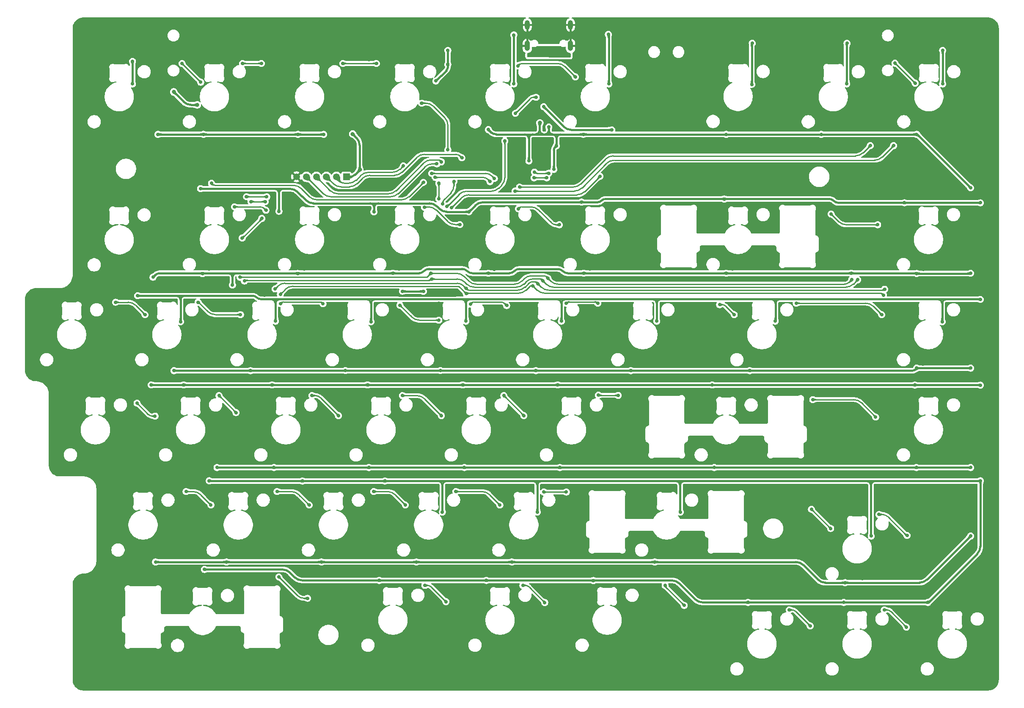
<source format=gbr>
%TF.GenerationSoftware,KiCad,Pcbnew,9.0.4*%
%TF.CreationDate,2025-09-14T11:33:08-05:00*%
%TF.ProjectId,shek-rounded,7368656b-2d72-46f7-956e-6465642e6b69,rev?*%
%TF.SameCoordinates,Original*%
%TF.FileFunction,Copper,L1,Top*%
%TF.FilePolarity,Positive*%
%FSLAX46Y46*%
G04 Gerber Fmt 4.6, Leading zero omitted, Abs format (unit mm)*
G04 Created by KiCad (PCBNEW 9.0.4) date 2025-09-14 11:33:08*
%MOMM*%
%LPD*%
G01*
G04 APERTURE LIST*
%TA.AperFunction,ComponentPad*%
%ADD10O,1.050000X2.100000*%
%TD*%
%TA.AperFunction,ComponentPad*%
%ADD11O,1.000000X1.900000*%
%TD*%
%TA.AperFunction,ComponentPad*%
%ADD12R,1.350000X1.350000*%
%TD*%
%TA.AperFunction,ComponentPad*%
%ADD13C,1.350000*%
%TD*%
%TA.AperFunction,ViaPad*%
%ADD14C,0.700000*%
%TD*%
%TA.AperFunction,ViaPad*%
%ADD15C,0.800000*%
%TD*%
%TA.AperFunction,Conductor*%
%ADD16C,0.250000*%
%TD*%
%TA.AperFunction,Conductor*%
%ADD17C,0.400000*%
%TD*%
G04 APERTURE END LIST*
D10*
%TO.P,J1,SH1,SHIELD*%
%TO.N,GND*%
X381692824Y-56480000D03*
%TO.P,J1,SH2,SHIELD__1*%
X390332824Y-56480000D03*
D11*
%TO.P,J1,SH3,SHIELD__2*%
X381692824Y-52300000D03*
%TO.P,J1,SH4,SHIELD__3*%
X390332824Y-52300000D03*
%TD*%
D12*
%TO.P,J4,1,Pin_1*%
%TO.N,3V3*%
X345500000Y-82700000D03*
D13*
%TO.P,J4,2,Pin_2*%
%TO.N,NRST*%
X343500000Y-82700000D03*
%TO.P,J4,3,Pin_3*%
%TO.N,SWDIO*%
X341500000Y-82700000D03*
%TO.P,J4,4,Pin_4*%
%TO.N,SWCLK*%
X339500000Y-82700000D03*
%TO.P,J4,5,Pin_5*%
%TO.N,SWO*%
X337500000Y-82700000D03*
%TO.P,J4,6,Pin_6*%
%TO.N,GND*%
X335500000Y-82700000D03*
%TD*%
D14*
%TO.N,GND*%
X446550000Y-90100000D03*
X370900000Y-69800000D03*
X426600000Y-92350000D03*
X326800000Y-70850000D03*
X350900000Y-76700000D03*
X371500000Y-113900000D03*
X375112500Y-177500000D03*
X389300000Y-91250000D03*
X315050000Y-104950000D03*
X385000000Y-79000000D03*
X315593750Y-177500000D03*
X418900000Y-161650000D03*
X328600000Y-151800000D03*
X446550000Y-94600000D03*
X353662500Y-177450000D03*
X327400000Y-120350000D03*
X391400000Y-83650000D03*
X286600000Y-116100000D03*
X302750000Y-92400000D03*
X291300000Y-135100000D03*
X357950000Y-154200000D03*
X343500000Y-76560000D03*
X394160000Y-72470000D03*
X466150000Y-104550000D03*
X308350000Y-129350000D03*
X391300000Y-97000000D03*
X402300000Y-60200000D03*
X370162500Y-167500000D03*
X371000000Y-98300000D03*
X460900000Y-72700000D03*
X389400000Y-139400000D03*
X359250000Y-145700000D03*
X424340000Y-108810000D03*
X336100000Y-130500000D03*
X375100000Y-101200000D03*
X356570000Y-86530000D03*
X349500000Y-79700000D03*
X299000000Y-101100000D03*
X313900000Y-69750000D03*
X442360000Y-132550000D03*
X453000000Y-98000000D03*
X416000000Y-76250000D03*
X402400000Y-56700000D03*
X355150000Y-80850000D03*
X388700000Y-78500000D03*
X467500000Y-85650000D03*
X449000000Y-58000000D03*
X365500000Y-129400000D03*
X366100000Y-62000000D03*
X311800000Y-80200000D03*
X366700000Y-152000000D03*
X443700000Y-177900000D03*
X422750000Y-72700000D03*
X399900000Y-58400000D03*
X461600000Y-153600000D03*
X466050000Y-142200000D03*
X450900000Y-103500000D03*
X397950000Y-88170000D03*
X440200000Y-59950000D03*
X442260000Y-125780000D03*
X371530000Y-122980000D03*
X462800000Y-178100000D03*
X349990000Y-59250000D03*
X404900000Y-58400000D03*
X381650000Y-108800000D03*
X378000000Y-77900000D03*
X315450000Y-73100000D03*
X333400000Y-113800000D03*
X316350000Y-60000000D03*
X449400000Y-142150000D03*
X426590000Y-88097375D03*
X337070000Y-101180000D03*
X405000000Y-52300000D03*
X386600000Y-135200000D03*
X376050000Y-56950000D03*
X424700000Y-178000000D03*
X334460000Y-123050000D03*
X309600000Y-151800000D03*
X364300000Y-77300000D03*
X335400000Y-59950000D03*
X403650000Y-120350000D03*
X384500000Y-129350000D03*
X317950000Y-72700000D03*
X329400000Y-135100000D03*
X448750000Y-163150000D03*
X373150000Y-117850000D03*
X322750000Y-158400000D03*
X315650000Y-65100000D03*
X311000000Y-68600000D03*
X398000000Y-92400000D03*
X353200000Y-68500000D03*
X414000000Y-58400000D03*
X319900000Y-154300000D03*
X319450000Y-86850000D03*
X338950000Y-154200000D03*
X370950000Y-75200000D03*
X294100000Y-139400000D03*
X321150000Y-145700000D03*
X349500000Y-69400000D03*
X361950000Y-66300000D03*
X385100000Y-63800000D03*
X430880000Y-142240000D03*
X431350000Y-173300000D03*
X393200000Y-117150000D03*
X304800000Y-66200000D03*
X383000000Y-72400000D03*
X419270000Y-122990000D03*
X350862500Y-173300000D03*
X452600000Y-76350000D03*
X297300000Y-60000000D03*
X406850000Y-145700000D03*
X324550000Y-108750000D03*
X458000000Y-68500000D03*
X433400000Y-113800000D03*
X348500000Y-135200000D03*
X350450000Y-61000000D03*
X375150000Y-72650000D03*
X363250000Y-95450000D03*
X372250000Y-83750000D03*
X331500000Y-147300000D03*
X353200000Y-97000000D03*
X373600000Y-60000000D03*
X354500000Y-60000000D03*
X466800000Y-66200000D03*
X356050000Y-72750000D03*
X391300000Y-68400000D03*
X400650000Y-108750000D03*
X351300000Y-139350000D03*
X308950000Y-96250000D03*
X341800000Y-158450000D03*
X355200000Y-130500000D03*
X359900000Y-92350000D03*
X438900000Y-68500000D03*
X361000000Y-82300000D03*
X441800000Y-72700000D03*
X337050000Y-72700000D03*
X379850000Y-158450000D03*
X326050000Y-142250000D03*
X386060000Y-83950000D03*
X447750000Y-66200000D03*
X313200000Y-139400000D03*
X465650000Y-182250000D03*
X327350000Y-129350000D03*
X374300000Y-80250000D03*
X342900000Y-66250000D03*
X349600000Y-83600000D03*
X295250000Y-113900000D03*
X317030000Y-123000000D03*
X332250000Y-91050000D03*
X361890000Y-142340000D03*
X352420000Y-122890000D03*
X359950000Y-108400000D03*
X287750000Y-107600000D03*
X435250000Y-76750000D03*
X399800000Y-52300000D03*
X294000000Y-91250000D03*
X347150000Y-105900000D03*
X361800000Y-58950000D03*
X416600000Y-56600000D03*
X431750000Y-165150000D03*
X399120000Y-77060000D03*
X404070000Y-142290000D03*
X313100000Y-91250000D03*
X442240000Y-122920000D03*
X367500000Y-135200000D03*
X314350000Y-113950000D03*
X353750000Y-117900000D03*
X460900000Y-139400000D03*
X323850000Y-66150000D03*
X298750000Y-109350000D03*
X334200000Y-68500000D03*
X310743750Y-167450000D03*
X346450000Y-129350000D03*
X468400000Y-123000000D03*
X351250000Y-91250000D03*
X371162500Y-161700000D03*
X405600000Y-154200000D03*
X378000000Y-79500000D03*
X390950000Y-76050000D03*
X343500000Y-108750000D03*
X390550000Y-113900000D03*
X440650000Y-144900000D03*
X377050000Y-154250000D03*
X312843750Y-173300000D03*
X379950000Y-59250000D03*
X460700000Y-172200000D03*
X309650000Y-58600000D03*
X318450000Y-75900000D03*
X367800000Y-58775000D03*
X317000000Y-130500000D03*
X394180000Y-101170000D03*
X379600000Y-83300000D03*
X469450000Y-173400000D03*
X390000000Y-63950000D03*
X340200000Y-145650000D03*
X318450000Y-118700000D03*
X417581250Y-135200000D03*
X409550000Y-113900000D03*
X289300000Y-120300000D03*
X448650000Y-165850000D03*
X298550000Y-105000000D03*
X348762500Y-167450000D03*
X356040000Y-101190000D03*
X334200000Y-97000000D03*
X361350000Y-69700000D03*
X320950000Y-107800000D03*
X379300000Y-142300000D03*
X427550000Y-182200000D03*
X319443750Y-168550000D03*
X416600000Y-60200000D03*
X367270000Y-106420000D03*
X349500000Y-67950000D03*
X427500000Y-120350000D03*
X362470000Y-83370000D03*
X356600000Y-75200000D03*
X346000000Y-142350000D03*
X370200000Y-91250000D03*
X422720000Y-101170000D03*
X310350000Y-135150000D03*
X413000000Y-63600000D03*
X459300000Y-59950000D03*
X464700000Y-92400000D03*
X378950000Y-92350000D03*
X458000000Y-116100000D03*
X387000000Y-72300000D03*
X419200000Y-52300000D03*
X329110000Y-106420000D03*
X347600000Y-85300000D03*
X352400000Y-113800000D03*
X296100000Y-68400000D03*
X305600000Y-116100000D03*
X385750000Y-151950000D03*
X407850000Y-103200000D03*
X460930000Y-101220000D03*
X327350000Y-78200000D03*
X459150000Y-54000000D03*
X357562500Y-168600000D03*
X370350000Y-139350000D03*
X382300000Y-69620000D03*
X308350000Y-120350000D03*
X317600000Y-79400000D03*
X392800000Y-81200000D03*
X345900000Y-97400000D03*
X347650000Y-151950000D03*
X453990000Y-79960000D03*
X393250000Y-130500000D03*
X391662500Y-167450000D03*
X343700000Y-116000000D03*
X316050000Y-53950000D03*
X360850000Y-158400000D03*
X408500000Y-158400000D03*
X289250000Y-129350000D03*
X452450000Y-156800000D03*
X419900000Y-68500000D03*
X370100000Y-94400000D03*
X419900000Y-97100000D03*
X346500000Y-120350000D03*
X453600000Y-66250000D03*
X332250000Y-139400000D03*
X421611250Y-125890000D03*
X464650000Y-130500000D03*
X317980000Y-101190000D03*
X424650000Y-116100000D03*
X364000000Y-108030000D03*
X466450000Y-167500000D03*
X400250000Y-136950000D03*
X396562500Y-177450000D03*
X445000000Y-150500000D03*
X333650000Y-86250000D03*
X471250000Y-164200000D03*
X360025000Y-86570000D03*
X403250000Y-65900000D03*
X369400000Y-98200000D03*
X368750000Y-58775000D03*
X465600000Y-146650000D03*
X390280000Y-103100000D03*
X389702824Y-55100000D03*
X349162500Y-161600000D03*
X460840000Y-120210000D03*
X443700000Y-159000000D03*
X315100000Y-97100000D03*
X420200000Y-116300000D03*
X459250000Y-164800000D03*
X441700000Y-172250000D03*
X296100000Y-97100000D03*
X355100000Y-75200000D03*
X393762500Y-173200000D03*
X391100000Y-81200000D03*
X298900000Y-72700000D03*
X443800000Y-108900000D03*
X382322824Y-55080000D03*
X458000000Y-135100000D03*
X455950000Y-129400000D03*
X378800000Y-103150000D03*
X361400000Y-76800000D03*
X403250000Y-64400000D03*
X420381250Y-139800000D03*
X330350000Y-100250000D03*
X457800000Y-108830000D03*
X446550000Y-182250000D03*
X467750000Y-159700000D03*
X324700000Y-116100000D03*
X374200000Y-130550000D03*
X421100000Y-59950000D03*
X381000000Y-66200000D03*
X416960000Y-149690000D03*
X422650000Y-172200000D03*
X461650000Y-83450000D03*
X370950000Y-142350000D03*
X426850000Y-157850000D03*
X321800000Y-92400000D03*
X365550000Y-120350000D03*
X362700000Y-116100000D03*
X430600000Y-149400000D03*
X397962500Y-161750000D03*
X462970000Y-123030000D03*
X466750000Y-113900000D03*
X442550000Y-95300000D03*
X300850000Y-154250000D03*
X392530000Y-59970000D03*
X302100000Y-145750000D03*
X372262500Y-173300000D03*
X368000000Y-72900000D03*
X415781250Y-129400000D03*
X366850000Y-58775000D03*
X414100000Y-52300000D03*
X378962500Y-168650000D03*
X381900000Y-116100000D03*
X367000000Y-76000000D03*
X298000000Y-130500000D03*
X400362500Y-168600000D03*
X400800000Y-116100000D03*
X309250000Y-63000000D03*
X303750000Y-158400000D03*
X446600000Y-76100000D03*
X450400000Y-173350000D03*
X364700000Y-60200000D03*
X360500000Y-112900000D03*
X384650000Y-120350000D03*
X424231250Y-130550000D03*
X306850000Y-107650000D03*
X417950000Y-91200000D03*
X428600000Y-66200000D03*
X355150000Y-106000000D03*
X456000000Y-91200000D03*
X414500000Y-61000000D03*
X335700000Y-117950000D03*
X400000000Y-66200000D03*
X378250000Y-145750000D03*
X458000000Y-97100000D03*
X448300000Y-100200000D03*
X357290000Y-78740000D03*
X361000000Y-72950000D03*
X340900000Y-92300000D03*
X390300000Y-122920000D03*
X413700000Y-82500000D03*
X303900000Y-100800000D03*
%TO.N,5V*%
X407600000Y-111600000D03*
X350400000Y-111700000D03*
X397900000Y-54200000D03*
X351000000Y-89700000D03*
X369400000Y-111600000D03*
X472350000Y-124400000D03*
X472350000Y-107250000D03*
X353200000Y-143600000D03*
X302700000Y-59600000D03*
X312300000Y-111700000D03*
X461850000Y-167900000D03*
X368770000Y-124360000D03*
X383700000Y-149800000D03*
X472350000Y-143550000D03*
X317106250Y-161300000D03*
X318050000Y-143550000D03*
X363381250Y-63518750D03*
X445650000Y-55950000D03*
X445600000Y-64100000D03*
X331300000Y-111600000D03*
X312940000Y-124360000D03*
X365800000Y-57375000D03*
X330640000Y-124360000D03*
X445000000Y-167900000D03*
X303700000Y-106500000D03*
X464700000Y-111700000D03*
X365800000Y-60200000D03*
X364700000Y-149800000D03*
X398000000Y-64100000D03*
X316300000Y-85050000D03*
X418711250Y-124370000D03*
X370000000Y-89700000D03*
X349730000Y-124360000D03*
X373500000Y-163500000D03*
X332000000Y-89600000D03*
X392550000Y-87750000D03*
X431300000Y-111600000D03*
X352062500Y-163500000D03*
X387750000Y-124350000D03*
X450500000Y-154600000D03*
X421100000Y-87150000D03*
X394900000Y-163518750D03*
X379000000Y-64100000D03*
X426700000Y-55950000D03*
X426600000Y-64200000D03*
X388500000Y-111600000D03*
X336700000Y-143600000D03*
X412300000Y-149800000D03*
X302700000Y-64100000D03*
X464800000Y-57400000D03*
X472350000Y-87900000D03*
X459240000Y-124380000D03*
X464800000Y-64100000D03*
X425850000Y-167900000D03*
X306440000Y-124350000D03*
X379000000Y-54300000D03*
X457150000Y-87900000D03*
D15*
%TO.N,VBUS*%
X389952824Y-58280000D03*
X383722824Y-58280000D03*
X382852824Y-58260000D03*
X389052824Y-58290000D03*
D14*
%TO.N,3V3*%
X446500000Y-102000000D03*
X319600000Y-140900000D03*
X386000000Y-72700000D03*
X421500000Y-74200000D03*
X345300000Y-121475000D03*
X470400000Y-154600000D03*
X350000000Y-140900000D03*
X369100000Y-140900000D03*
X470400000Y-121000000D03*
X392900000Y-74200000D03*
X387500000Y-76500000D03*
X322700000Y-104360000D03*
X382000000Y-79500000D03*
D15*
X315650000Y-68300000D03*
D14*
X373900000Y-73250000D03*
X340500000Y-159800000D03*
X383400000Y-121500000D03*
X393000000Y-102000000D03*
X387000000Y-81200000D03*
D15*
X346745000Y-74105000D03*
D14*
X388200000Y-140900000D03*
X356700000Y-105600000D03*
X421500000Y-102000000D03*
X354800000Y-102000000D03*
X419081250Y-140900000D03*
X459600000Y-121000000D03*
X316900000Y-74200000D03*
D15*
X310950000Y-65700000D03*
D14*
X459550000Y-140900000D03*
X331000000Y-140900000D03*
X307800000Y-74200000D03*
D15*
X348200000Y-81290000D03*
D14*
X359500000Y-159800000D03*
X470400000Y-102000000D03*
X459600000Y-74200000D03*
X311000000Y-121500000D03*
X360900000Y-105625000D03*
X407200000Y-159800000D03*
X445280000Y-163950000D03*
X326300000Y-121500000D03*
D15*
X384200000Y-71900000D03*
D14*
X340950000Y-74200000D03*
X307300000Y-159800000D03*
X316700000Y-102100000D03*
X373900000Y-102000000D03*
X470400000Y-140900000D03*
X335800000Y-74200000D03*
X364300000Y-121475000D03*
X402400000Y-121500000D03*
X440500000Y-74200000D03*
X321500000Y-159800000D03*
X459600000Y-102050000D03*
X426200000Y-121500000D03*
X306800000Y-102800000D03*
X470400000Y-84900000D03*
X378600000Y-159800000D03*
X335750000Y-102050000D03*
%TO.N,SCL*%
X329560000Y-86700000D03*
X375110000Y-83040000D03*
X325500000Y-86680000D03*
X380140000Y-84760000D03*
X450320000Y-76440000D03*
X362560000Y-82010000D03*
%TO.N,SDA*%
X454980000Y-76460000D03*
X374240000Y-83660000D03*
X329240000Y-87660000D03*
X379240000Y-85550000D03*
X363250000Y-82820000D03*
X326400000Y-87660000D03*
%TO.N,SWO*%
X363600000Y-80100000D03*
%TO.N,SWDIO*%
X368600000Y-78900000D03*
%TO.N,NRST*%
X356900000Y-80500000D03*
%TO.N,SWCLK*%
X364500000Y-79700000D03*
%TO.N,Net-(LED1-DOUT)*%
X316350000Y-63750000D03*
X312600000Y-60000000D03*
%TO.N,Net-(LED2-DOUT)*%
X328500000Y-60000000D03*
X324700000Y-60000000D03*
%TO.N,Net-(LED3-DOUT)*%
X344800000Y-60000000D03*
X351500000Y-60000000D03*
%TO.N,Net-(LED5-DOUT)*%
X379815000Y-60485000D03*
X391300000Y-62700000D03*
%TO.N,Net-(LED8-DOUT)*%
X459300000Y-63950000D03*
X455250000Y-59950000D03*
%TO.N,Net-(LED10-DOUT)*%
X451800000Y-92300000D03*
X442470000Y-90140000D03*
%TO.N,Net-(LED12-DOUT)*%
X379910000Y-89090000D03*
X388100000Y-92300000D03*
%TO.N,Net-(LED13-DOUT)*%
X361100000Y-88800000D03*
X368200000Y-92265273D03*
%TO.N,Net-(LED15-DOUT)*%
X329400000Y-89400000D03*
X323100000Y-88700000D03*
%TO.N,Net-(LED18-DOUT)*%
X299300000Y-107800000D03*
X305200000Y-110300000D03*
%TO.N,Net-(LED19-DOUT)*%
X315800000Y-107800000D03*
X324300000Y-110287500D03*
%TO.N,Net-(LED20-DOUT)*%
X340810000Y-108110000D03*
X332320000Y-108080000D03*
%TO.N,Net-(LED21-DOUT)*%
X364000000Y-111400000D03*
X356200000Y-108400000D03*
%TO.N,Net-(LED22-DOUT)*%
X370330000Y-108170000D03*
X377575000Y-108475000D03*
%TO.N,Net-(LED23-DOUT)*%
X389500000Y-108000000D03*
X395800000Y-108000000D03*
%TO.N,Net-(LED24-DOUT)*%
X423100000Y-110300000D03*
X420180000Y-108290000D03*
%TO.N,Net-(LED25-DOUT)*%
X435500000Y-108000000D03*
X452600000Y-110300000D03*
%TO.N,Net-(LED27-DOUT)*%
X438811250Y-127300000D03*
X451400000Y-130800000D03*
%TO.N,Net-(LED28-DOUT)*%
X395900000Y-126400000D03*
X399890000Y-126450000D03*
%TO.N,Net-(LED29-DOUT)*%
X377000000Y-126500000D03*
X381000000Y-130500000D03*
%TO.N,Net-(LED30-DOUT)*%
X356700000Y-126500000D03*
X364500000Y-130500000D03*
%TO.N,Net-(LED31-DOUT)*%
X343900000Y-130500000D03*
X338600000Y-126500000D03*
%TO.N,Net-(LED32-DOUT)*%
X323400000Y-129900000D03*
X320000000Y-126500000D03*
%TO.N,Net-(LED33-DOUT)*%
X307200000Y-130600000D03*
X303600000Y-128000000D03*
%TO.N,Net-(LED35-DOUT)*%
X318387500Y-148387500D03*
X313400000Y-145700000D03*
%TO.N,Net-(LED36-DOUT)*%
X338050000Y-148400000D03*
X331600000Y-145700000D03*
%TO.N,Net-(LED37-DOUT)*%
X357300000Y-148400000D03*
X350950000Y-145700000D03*
%TO.N,Net-(LED38-DOUT)*%
X367400000Y-145700000D03*
X376200000Y-148400000D03*
%TO.N,Net-(LED39-DOUT)*%
X389500000Y-145800000D03*
X385000000Y-145800000D03*
%TO.N,Net-(LED40-DOUT)*%
X442400000Y-153100000D03*
X438550000Y-149250000D03*
%TO.N,Net-(LED41-DOUT)*%
X452050000Y-150300000D03*
X457700000Y-154500000D03*
%TO.N,Net-(LED42-DOUT)*%
X453100000Y-169400000D03*
X457550000Y-172850000D03*
%TO.N,Net-(LED43-DOUT)*%
X434100000Y-169400000D03*
X438300000Y-172600000D03*
%TO.N,Net-(LED44-DOUT)*%
X409262500Y-164500000D03*
X413100000Y-168500000D03*
%TO.N,Net-(LED45-DOUT)*%
X380812500Y-164500000D03*
X385187500Y-167925000D03*
%TO.N,Net-(LED46-DOUT)*%
X361212500Y-164500000D03*
X365412500Y-167750000D03*
%TO.N,Net-(LED47-DOUT)*%
X331971250Y-162790000D03*
X337731250Y-167068750D03*
%TO.N,MUX_S2*%
X452970000Y-106380000D03*
X382800000Y-104510000D03*
X369500000Y-106100000D03*
X332290000Y-106200000D03*
%TO.N,MUX_S3*%
X331230000Y-105150000D03*
X453200000Y-105200000D03*
X383800000Y-104100000D03*
X369450000Y-105050000D03*
%TO.N,VBUS_DET*%
X383475000Y-66775000D03*
X379300000Y-70000000D03*
%TO.N,/VBUS2*%
X384970000Y-68670000D03*
X398600000Y-73300000D03*
%TO.N,MUX_S1*%
X362550000Y-103150000D03*
X447800000Y-103300000D03*
X325090000Y-103550000D03*
X384800000Y-103500000D03*
%TO.N,MUX_S0*%
X362370000Y-102020000D03*
X446600000Y-103300000D03*
X324200000Y-102800000D03*
X385815000Y-103005000D03*
%TO.N,MUX2_COM*%
X324650000Y-94950000D03*
X328560000Y-91030000D03*
%TO.N,MUX1_COM*%
X364000000Y-84000000D03*
X364000000Y-87110000D03*
%TO.N,MUX1_A1*%
X396237500Y-82590000D03*
X366515000Y-88915000D03*
%TO.N,MUX1_A3*%
X364750000Y-88150000D03*
X360550000Y-67950000D03*
X367000000Y-83600000D03*
X365800000Y-77300000D03*
%TO.N,MUX1_A2*%
X377187500Y-75500000D03*
X365600000Y-88600000D03*
%TO.N,DN1_D-*%
X385990000Y-81980000D03*
X383110000Y-81750000D03*
%TO.N,DN1_D+*%
X383060000Y-82890000D03*
X385590000Y-82890000D03*
%TO.N,Net-(Q1-G)*%
X318500000Y-84000000D03*
X360900000Y-83800000D03*
%TD*%
D16*
%TO.N,Net-(Q1-G)*%
X336437517Y-85037517D02*
G75*
G03*
X334898414Y-84399984I-1539117J-1539083D01*
G01*
X338062482Y-86662482D02*
G75*
G03*
X339601585Y-87300016I1539118J1539082D01*
G01*
X358037517Y-86662482D02*
G75*
G02*
X356498414Y-87300015I-1539117J1539082D01*
G01*
X318700000Y-84200000D02*
G75*
G03*
X319182842Y-84399982I482800J482800D01*
G01*
%TO.N,DN1_D+*%
X385564999Y-82864999D02*
G75*
G02*
X385504644Y-82890017I-60399J60399D01*
G01*
X385590000Y-82865000D02*
G75*
G03*
X385572269Y-82857623I-10400J0D01*
G01*
%TO.N,DN1_D-*%
X383225000Y-81865000D02*
G75*
G03*
X383502634Y-81979986I277600J277600D01*
G01*
%TO.N,MUX1_A2*%
X375987517Y-84952482D02*
G75*
G02*
X374448414Y-85590015I-1539117J1539082D01*
G01*
X377187500Y-82850914D02*
G75*
G02*
X376549971Y-84390006I-2176600J14D01*
G01*
X365654142Y-88585857D02*
G75*
G02*
X365620000Y-88599995I-34142J34157D01*
G01*
X369551585Y-85590000D02*
G75*
G03*
X368012494Y-86227529I15J-2176600D01*
G01*
%TO.N,MUX1_A3*%
X362851040Y-68551040D02*
G75*
G03*
X361400000Y-67950005I-1451040J-1451060D01*
G01*
X365162482Y-70862482D02*
G75*
G02*
X365800016Y-72401585I-1539082J-1539118D01*
G01*
X365022131Y-87277867D02*
G75*
G03*
X364810009Y-87790000I512169J-512133D01*
G01*
X367000000Y-84450000D02*
G75*
G02*
X366398963Y-85901044I-2052100J0D01*
G01*
X364810000Y-88047573D02*
G75*
G02*
X364780008Y-88120008I-102400J-27D01*
G01*
%TO.N,MUX1_A1*%
X393165017Y-85662482D02*
G75*
G02*
X391625914Y-86300015I-1539117J1539082D01*
G01*
X370031585Y-86300000D02*
G75*
G03*
X368492494Y-86937529I15J-2176600D01*
G01*
%TO.N,MUX2_COM*%
X328560000Y-91035000D02*
G75*
G02*
X328556470Y-91043541I-12100J0D01*
G01*
%TO.N,MUX_S0*%
X446150000Y-103750000D02*
G75*
G02*
X445063603Y-104200002I-1086400J1086400D01*
G01*
X380597517Y-103562482D02*
G75*
G02*
X379058414Y-104200015I-1539117J1539082D01*
G01*
X382551585Y-102510000D02*
G75*
G03*
X381012494Y-103147529I15J-2176600D01*
G01*
X361618284Y-102771715D02*
G75*
G02*
X361550000Y-102799990I-68284J68315D01*
G01*
X385567500Y-102757500D02*
G75*
G03*
X384969982Y-102510007I-597500J-597500D01*
G01*
X369057517Y-102657517D02*
G75*
G03*
X367518414Y-102019984I-1539117J-1539083D01*
G01*
X369962482Y-103562482D02*
G75*
G03*
X371501585Y-104200016I1539118J1539082D01*
G01*
X386412500Y-103602500D02*
G75*
G03*
X387854992Y-104200003I1442500J1442500D01*
G01*
X361550000Y-102800000D02*
X361470000Y-102800000D01*
%TO.N,MUX_S1*%
X369562482Y-104162482D02*
G75*
G03*
X371101585Y-104800016I1539118J1539082D01*
G01*
X362425000Y-103275000D02*
G75*
G02*
X362123223Y-103400010I-301800J301800D01*
G01*
X369187517Y-103787517D02*
G75*
G03*
X367648414Y-103149984I-1539117J-1539083D01*
G01*
X382951585Y-103110000D02*
G75*
G03*
X381412494Y-103747529I15J-2176600D01*
G01*
X380997517Y-104162482D02*
G75*
G02*
X379458414Y-104800015I-1539117J1539082D01*
G01*
X446937517Y-104162482D02*
G75*
G02*
X445398414Y-104800015I-1539117J1539082D01*
G01*
X384605000Y-103305000D02*
G75*
G03*
X384134228Y-103109988I-470800J-470800D01*
G01*
X385462482Y-104162482D02*
G75*
G03*
X387001585Y-104800016I1539118J1539082D01*
G01*
X325346066Y-103400000D02*
G75*
G03*
X325165010Y-103475010I34J-256100D01*
G01*
D17*
%TO.N,/VBUS2*%
X388962482Y-72662482D02*
G75*
G03*
X390501585Y-73300016I1539118J1539082D01*
G01*
D16*
%TO.N,VBUS_DET*%
X383000000Y-66775000D02*
G75*
G03*
X382189114Y-67110865I0J-1146800D01*
G01*
%TO.N,MUX_S3*%
X382855000Y-103690000D02*
G75*
G03*
X381941699Y-104068303I0J-1291600D01*
G01*
X453100000Y-105300000D02*
G75*
G02*
X452858578Y-105399991I-241400J241400D01*
G01*
X384462482Y-104762482D02*
G75*
G03*
X386001585Y-105400016I1539118J1539082D01*
G01*
X368925000Y-104525000D02*
G75*
G03*
X367657537Y-103999984I-1267500J-1267500D01*
G01*
X333193172Y-104000000D02*
G75*
G03*
X331805008Y-104575008I28J-1963200D01*
G01*
X383595000Y-103895000D02*
G75*
G03*
X383100086Y-103690006I-494900J-494900D01*
G01*
X381247517Y-104762482D02*
G75*
G02*
X379708414Y-105400015I-1539117J1539082D01*
G01*
X369625000Y-105225000D02*
G75*
G03*
X370047487Y-105400005I422500J422500D01*
G01*
%TO.N,MUX_S2*%
X382625000Y-104515000D02*
G75*
G02*
X382612928Y-104520012I-12100J12100D01*
G01*
X381467517Y-105362482D02*
G75*
G02*
X379928414Y-106000015I-1539117J1539082D01*
G01*
X334791585Y-104600000D02*
G75*
G03*
X333252494Y-105237529I15J-2176600D01*
G01*
X382465000Y-104520000D02*
G75*
G03*
X382200399Y-104629602I0J-374200D01*
G01*
X382637071Y-104510000D02*
G75*
G03*
X382625008Y-104515008I29J-17100D01*
G01*
X383652482Y-105362482D02*
G75*
G03*
X385191585Y-106000016I1539118J1539082D01*
G01*
X452780000Y-106190000D02*
G75*
G03*
X452321299Y-106000000I-458700J-458700D01*
G01*
X369670710Y-106000000D02*
G75*
G03*
X369549997Y-106049997I-10J-170700D01*
G01*
%TO.N,Net-(LED47-DOUT)*%
X335726299Y-166545049D02*
G75*
G03*
X336990625Y-167068726I1264301J1264349D01*
G01*
%TO.N,Net-(LED46-DOUT)*%
X362498375Y-164835875D02*
G75*
G03*
X361687500Y-164500014I-810875J-810925D01*
G01*
%TO.N,Net-(LED45-DOUT)*%
X382098375Y-164835875D02*
G75*
G03*
X381287500Y-164500014I-810875J-810925D01*
G01*
%TO.N,Net-(LED44-DOUT)*%
X409262500Y-164581250D02*
G75*
G03*
X409319918Y-164719986I196200J-50D01*
G01*
%TO.N,Net-(LED43-DOUT)*%
X435453553Y-169753553D02*
G75*
G03*
X434600000Y-169399998I-853553J-853547D01*
G01*
%TO.N,Net-(LED42-DOUT)*%
X454453553Y-169753553D02*
G75*
G03*
X453600000Y-169399998I-853553J-853547D01*
G01*
%TO.N,Net-(LED41-DOUT)*%
X453877297Y-150777297D02*
G75*
G03*
X452725000Y-150300002I-1152297J-1152303D01*
G01*
X457564644Y-154464644D02*
G75*
G03*
X457650000Y-154500003I85356J85344D01*
G01*
%TO.N,Net-(LED38-DOUT)*%
X374137517Y-146337517D02*
G75*
G03*
X372598414Y-145699984I-1539117J-1539083D01*
G01*
%TO.N,Net-(LED37-DOUT)*%
X355237517Y-146337517D02*
G75*
G03*
X353698414Y-145699984I-1539117J-1539083D01*
G01*
%TO.N,Net-(LED36-DOUT)*%
X335987517Y-146337517D02*
G75*
G03*
X334448414Y-145699984I-1539117J-1539083D01*
G01*
%TO.N,Net-(LED35-DOUT)*%
X316337517Y-146337517D02*
G75*
G03*
X314798414Y-145699984I-1539117J-1539083D01*
G01*
%TO.N,Net-(LED33-DOUT)*%
X305846446Y-130246446D02*
G75*
G03*
X306700000Y-130600002I853554J853546D01*
G01*
%TO.N,Net-(LED31-DOUT)*%
X340359619Y-126959619D02*
G75*
G03*
X339250000Y-126499989I-1109619J-1109581D01*
G01*
%TO.N,Net-(LED30-DOUT)*%
X361137517Y-127137517D02*
G75*
G03*
X359598414Y-126499984I-1539117J-1539083D01*
G01*
%TO.N,Net-(LED28-DOUT)*%
X395925000Y-126425000D02*
G75*
G03*
X395985355Y-126450018I60400J60400D01*
G01*
%TO.N,Net-(LED27-DOUT)*%
X448537517Y-127937517D02*
G75*
G03*
X446998414Y-127299984I-1539117J-1539083D01*
G01*
%TO.N,Net-(LED25-DOUT)*%
X450937517Y-108637517D02*
G75*
G03*
X449398414Y-107999984I-1539117J-1539083D01*
G01*
%TO.N,Net-(LED24-DOUT)*%
X421411733Y-108611733D02*
G75*
G03*
X420635000Y-108290010I-776733J-776767D01*
G01*
%TO.N,Net-(LED23-DOUT)*%
X395670000Y-107870000D02*
G75*
G03*
X395356152Y-107740020I-313800J-313800D01*
G01*
X389943847Y-107740000D02*
G75*
G03*
X389629986Y-107869986I-47J-443800D01*
G01*
%TO.N,Net-(LED22-DOUT)*%
X377222500Y-108122500D02*
G75*
G03*
X376371489Y-107770004I-851000J-851000D01*
G01*
X371012842Y-107770000D02*
G75*
G03*
X370529987Y-107969987I-42J-682800D01*
G01*
%TO.N,Net-(LED21-DOUT)*%
X358562482Y-110762482D02*
G75*
G03*
X360101585Y-111400016I1539118J1539082D01*
G01*
%TO.N,Net-(LED20-DOUT)*%
X332883345Y-107750000D02*
G75*
G03*
X332484987Y-107914987I-45J-563300D01*
G01*
X340630000Y-107930000D02*
G75*
G03*
X340195441Y-107749983I-434600J-434600D01*
G01*
%TO.N,Net-(LED19-DOUT)*%
X315935355Y-107835355D02*
G75*
G03*
X315850000Y-107799997I-85355J-85345D01*
G01*
X317749982Y-109649982D02*
G75*
G03*
X319289085Y-110287516I1539118J1539082D01*
G01*
%TO.N,Net-(LED18-DOUT)*%
X303337517Y-108437517D02*
G75*
G03*
X301798414Y-107799984I-1539117J-1539083D01*
G01*
%TO.N,Net-(LED15-DOUT)*%
X329050000Y-89050000D02*
G75*
G03*
X328205025Y-88699990I-845000J-845000D01*
G01*
%TO.N,Net-(LED13-DOUT)*%
X361202426Y-88740000D02*
G75*
G03*
X361129992Y-88769992I-26J-102400D01*
G01*
X365727755Y-91627755D02*
G75*
G03*
X367266858Y-92265316I1539145J1539055D01*
G01*
X363433969Y-89333969D02*
G75*
G03*
X362000000Y-88739988I-1433969J-1433931D01*
G01*
%TO.N,Net-(LED12-DOUT)*%
X386475735Y-91875735D02*
G75*
G03*
X387500000Y-92300008I1024265J1024235D01*
G01*
X383957517Y-89357517D02*
G75*
G03*
X382418414Y-88719984I-1539117J-1539083D01*
G01*
X380541629Y-88720000D02*
G75*
G03*
X380094991Y-88904991I-29J-631600D01*
G01*
%TO.N,Net-(LED10-DOUT)*%
X443992482Y-91662482D02*
G75*
G03*
X445531585Y-92300016I1539118J1539082D01*
G01*
%TO.N,Net-(LED8-DOUT)*%
X455317677Y-59967677D02*
G75*
G03*
X455275000Y-59950013I-42677J-42723D01*
G01*
%TO.N,Net-(LED5-DOUT)*%
X380642946Y-60000000D02*
G75*
G03*
X380057486Y-60242486I-46J-827900D01*
G01*
X389237517Y-60637517D02*
G75*
G03*
X387698414Y-59999984I-1539117J-1539083D01*
G01*
%TO.N,SWCLK*%
X362501585Y-79300000D02*
G75*
G03*
X360962494Y-79937529I15J-2176600D01*
G01*
X355437517Y-85462482D02*
G75*
G02*
X353898414Y-86100015I-1539117J1539082D01*
G01*
X364300000Y-79500000D02*
G75*
G03*
X363817157Y-79300018I-482800J-482800D01*
G01*
X342262482Y-85462482D02*
G75*
G03*
X343801585Y-86100016I1539118J1539082D01*
G01*
%TO.N,NRST*%
X356237517Y-81162482D02*
G75*
G02*
X354698414Y-81800015I-1539117J1539082D01*
G01*
X349901585Y-81800000D02*
G75*
G03*
X348362494Y-82437529I15J-2176600D01*
G01*
X347437517Y-83362482D02*
G75*
G02*
X345898414Y-84000015I-1539117J1539082D01*
G01*
X344200000Y-83600000D02*
G75*
G03*
X345165685Y-84000006I965700J965700D01*
G01*
X343800000Y-83100000D02*
G75*
G03*
X343870714Y-83270706I241400J0D01*
G01*
%TO.N,SWDIO*%
X350201585Y-82400000D02*
G75*
G03*
X348662494Y-83037529I15J-2176600D01*
G01*
X361101585Y-78200000D02*
G75*
G03*
X359562494Y-78837529I15J-2176600D01*
G01*
X368250000Y-78550000D02*
G75*
G03*
X367405025Y-78199990I-845000J-845000D01*
G01*
X347637517Y-84062482D02*
G75*
G02*
X346098414Y-84700015I-1539117J1539082D01*
G01*
X356637517Y-81762482D02*
G75*
G02*
X355098414Y-82400015I-1539117J1539082D01*
G01*
X342862482Y-84062482D02*
G75*
G03*
X344401585Y-84700016I1539118J1539082D01*
G01*
%TO.N,SWO*%
X340862482Y-86062482D02*
G75*
G03*
X342401585Y-86700016I1539118J1539082D01*
G01*
X355837517Y-86062482D02*
G75*
G02*
X354298414Y-86700015I-1539117J1539082D01*
G01*
X362700000Y-80100000D02*
G75*
G03*
X361163602Y-80736395I0J-2172800D01*
G01*
%TO.N,SDA*%
X399081585Y-79380000D02*
G75*
G03*
X397542494Y-80017529I15J-2176600D01*
G01*
X452697517Y-78742482D02*
G75*
G02*
X451158414Y-79380015I-1539117J1539082D01*
G01*
X373820000Y-83240000D02*
G75*
G03*
X372806030Y-82819987I-1014000J-1014000D01*
G01*
X392647517Y-84912482D02*
G75*
G02*
X391108414Y-85550015I-1539117J1539082D01*
G01*
%TO.N,SCL*%
X448887517Y-77872482D02*
G75*
G02*
X447348414Y-78510015I-1539117J1539082D01*
G01*
X325500000Y-86720000D02*
G75*
G03*
X325528322Y-86731754I16600J0D01*
G01*
X374595000Y-82525000D02*
G75*
G03*
X373351680Y-82010008I-1243300J-1243300D01*
G01*
X329550000Y-86690000D02*
G75*
G03*
X329525857Y-86680017I-24100J-24100D01*
G01*
X325636568Y-86680000D02*
G75*
G03*
X325540009Y-86720009I32J-136600D01*
G01*
X398901585Y-78510000D02*
G75*
G03*
X397362494Y-79147529I15J-2176600D01*
G01*
X392387517Y-84122482D02*
G75*
G02*
X390848414Y-84760015I-1539117J1539082D01*
G01*
D17*
%TO.N,3V3*%
X388785000Y-101575000D02*
G75*
G03*
X389811040Y-101999983I1026000J1026000D01*
G01*
X379085000Y-101575000D02*
G75*
G02*
X378058959Y-101999983I-1026000J1026000D01*
G01*
X387550000Y-76414644D02*
G75*
G02*
X387524987Y-76474987I-85400J44D01*
G01*
X308165685Y-102000000D02*
G75*
G03*
X307200004Y-102400004I15J-1365700D01*
G01*
X388785000Y-101575000D02*
G75*
G03*
X387758959Y-101150017I-1026000J-1026000D01*
G01*
X459575000Y-102025000D02*
G75*
G03*
X459514644Y-101999982I-60400J-60400D01*
G01*
X387550000Y-74975000D02*
G75*
G03*
X386775000Y-74200000I-775000J0D01*
G01*
X388325000Y-74200000D02*
G75*
G03*
X387550000Y-74975000I0J-775000D01*
G01*
X459735355Y-74235355D02*
G75*
G03*
X459650000Y-74199997I-85355J-85345D01*
G01*
X470375000Y-102025000D02*
G75*
G02*
X470314644Y-102050018I-60400J60400D01*
G01*
X459350000Y-121250000D02*
G75*
G02*
X458746446Y-121500019I-603600J603600D01*
G01*
X369665000Y-101565000D02*
G75*
G03*
X370715182Y-102000007I1050200J1050200D01*
G01*
X356712500Y-105612500D02*
G75*
G03*
X356742677Y-105625009I30200J30200D01*
G01*
X383350000Y-74200000D02*
G75*
G03*
X384150000Y-73400000I0J800000D01*
G01*
X384150000Y-73400000D02*
G75*
G03*
X384949999Y-74200000I800000J0D01*
G01*
X348150000Y-81204644D02*
G75*
G03*
X348175013Y-81264987I85400J44D01*
G01*
X439812482Y-163312482D02*
G75*
G03*
X441351585Y-163950016I1539118J1539082D01*
G01*
X347512482Y-74872482D02*
G75*
G02*
X348150016Y-76411585I-1539082J-1539118D01*
G01*
X335875000Y-102025000D02*
G75*
G02*
X335814644Y-102050018I-60400J60400D01*
G01*
X384175000Y-71925000D02*
G75*
G03*
X384149982Y-71985355I60400J-60400D01*
G01*
X362065182Y-101130000D02*
G75*
G03*
X361015005Y-101565005I18J-1485200D01*
G01*
X385250000Y-74200000D02*
G75*
G03*
X386000000Y-73450000I0J750000D01*
G01*
X386000000Y-73450000D02*
G75*
G03*
X386750000Y-74200000I750000J0D01*
G01*
X322700000Y-102799999D02*
G75*
G03*
X321900000Y-102000000I-800000J-1D01*
G01*
X323499999Y-102000000D02*
G75*
G03*
X322700000Y-102799999I1J-800000D01*
G01*
X335725000Y-102025000D02*
G75*
G03*
X335664644Y-101999982I-60400J-60400D01*
G01*
X374375000Y-73725000D02*
G75*
G03*
X375521751Y-74200020I1146800J1146800D01*
G01*
X316650000Y-102050000D02*
G75*
G03*
X316529289Y-102000004I-120700J-120700D01*
G01*
X382000000Y-74999999D02*
G75*
G03*
X381200000Y-74200000I-800000J-1D01*
G01*
X382799999Y-74200000D02*
G75*
G03*
X382000000Y-74999999I1J-800000D01*
G01*
X380111040Y-101150000D02*
G75*
G03*
X379084988Y-101574988I-40J-1451000D01*
G01*
X361015000Y-101565000D02*
G75*
G02*
X359964817Y-102000007I-1050200J1050200D01*
G01*
X347246083Y-82243916D02*
G75*
G02*
X346145000Y-82699990I-1101083J1101116D01*
G01*
X335935355Y-102000000D02*
G75*
G03*
X335875013Y-102025013I45J-85400D01*
G01*
X387250000Y-76750000D02*
G75*
G03*
X387000022Y-77353553I603500J-603500D01*
G01*
X369665000Y-101565000D02*
G75*
G03*
X368614817Y-101129993I-1050200J-1050200D01*
G01*
X461687517Y-163312482D02*
G75*
G02*
X460148414Y-163950015I-1539117J1539082D01*
G01*
X436937517Y-160437517D02*
G75*
G03*
X435398414Y-159799984I-1539117J-1539083D01*
G01*
X316870710Y-102000000D02*
G75*
G03*
X316749997Y-102049997I-10J-170700D01*
G01*
X312912482Y-67662482D02*
G75*
G03*
X314451585Y-68300016I1539118J1539082D01*
G01*
X386775000Y-74200000D02*
X388325000Y-74200000D01*
X311337258Y-74200000D02*
X309462742Y-74200000D01*
X384949999Y-74200000D02*
X383350000Y-74200000D01*
X386750000Y-74200000D02*
X385250000Y-74200000D01*
X321900000Y-102000000D02*
X323499999Y-102000000D01*
X381200000Y-74200000D02*
X382799999Y-74200000D01*
X378837258Y-74200000D02*
X376962742Y-74200000D01*
%TO.N,5V*%
X365800000Y-60650000D02*
G75*
G02*
X365481802Y-61418199I-1086400J0D01*
G01*
X318075000Y-143575000D02*
G75*
G03*
X318135355Y-143600018I60400J60400D01*
G01*
X331300000Y-107999999D02*
G75*
G03*
X330500000Y-107200000I-800000J-1D01*
G01*
X332099999Y-107200000D02*
G75*
G03*
X331300000Y-107999999I1J-800000D01*
G01*
X431350000Y-111514644D02*
G75*
G02*
X431324987Y-111574987I-85400J44D01*
G01*
X316325000Y-85075000D02*
G75*
G03*
X316385355Y-85100018I60400J60400D01*
G01*
X472350000Y-156648414D02*
G75*
G02*
X471712471Y-158187506I-2176600J14D01*
G01*
X334218767Y-161937517D02*
G75*
G03*
X332679664Y-161300019I-1539067J-1539083D01*
G01*
X458122500Y-124375000D02*
G75*
G03*
X458134571Y-124380012I12100J12100D01*
G01*
X412137517Y-164137517D02*
G75*
G03*
X410598414Y-163499984I-1539117J-1539083D01*
G01*
X397377903Y-87110000D02*
G75*
G03*
X396544999Y-87454999I-3J-1177900D01*
G01*
X350400000Y-107999999D02*
G75*
G03*
X349600000Y-107200000I-800000J-1D01*
G01*
X351199999Y-107200000D02*
G75*
G03*
X350400000Y-107999999I1J-800000D01*
G01*
X394953125Y-163509375D02*
G75*
G02*
X394930491Y-163518732I-22625J22675D01*
G01*
X412250000Y-144399999D02*
G75*
G03*
X411450000Y-143600000I-800000J-1D01*
G01*
X413049999Y-143600000D02*
G75*
G03*
X412250000Y-144399999I1J-800000D01*
G01*
X412250000Y-149714644D02*
G75*
G03*
X412275013Y-149774987I85400J44D01*
G01*
X458122500Y-124375000D02*
G75*
G03*
X458110428Y-124369988I-12100J-12100D01*
G01*
X450450000Y-144399999D02*
G75*
G03*
X449650000Y-143600000I-800000J-1D01*
G01*
X451249999Y-143600000D02*
G75*
G03*
X450450000Y-144399999I1J-800000D01*
G01*
X431350000Y-107999999D02*
G75*
G03*
X430550000Y-107200000I-800000J-1D01*
G01*
X432149999Y-107200000D02*
G75*
G03*
X431350000Y-107999999I1J-800000D01*
G01*
X383700000Y-144399999D02*
G75*
G03*
X382900000Y-143600000I-800000J-1D01*
G01*
X384499999Y-143600000D02*
G75*
G03*
X383700000Y-144399999I1J-800000D01*
G01*
X472325000Y-107225000D02*
G75*
G03*
X472264644Y-107199982I-60400J-60400D01*
G01*
X387745000Y-124355000D02*
G75*
G02*
X387732928Y-124360012I-12100J12100D01*
G01*
X443005000Y-87505000D02*
G75*
G03*
X442051385Y-87110006I-953600J-953600D01*
G01*
X335737517Y-85737517D02*
G75*
G03*
X334198414Y-85099984I-1539117J-1539083D01*
G01*
X472325000Y-143575000D02*
G75*
G02*
X472264644Y-143600018I-60400J60400D01*
G01*
X327550000Y-106850000D02*
G75*
G03*
X328394974Y-107200010I845000J845000D01*
G01*
X396545000Y-87455000D02*
G75*
G02*
X395712096Y-87799998I-832900J832900D01*
G01*
X387835000Y-124355000D02*
G75*
G03*
X387847071Y-124360012I12100J12100D01*
G01*
X364700000Y-144399999D02*
G75*
G03*
X363900000Y-143600000I-800000J-1D01*
G01*
X365499999Y-143600000D02*
G75*
G03*
X364700000Y-144399999I1J-800000D01*
G01*
X312300000Y-107299999D02*
G75*
G03*
X311500000Y-106500000I-800000J-1D01*
G01*
X313099999Y-106500000D02*
G75*
G03*
X312300000Y-107299999I1J-800000D01*
G01*
X337362482Y-87362482D02*
G75*
G03*
X338901585Y-88000016I1539118J1539082D01*
G01*
X394975758Y-163500000D02*
G75*
G03*
X394953148Y-163509398I42J-32000D01*
G01*
X443005000Y-87505000D02*
G75*
G03*
X443958614Y-87899994I953600J953600D01*
G01*
X392525000Y-87775000D02*
G75*
G02*
X392464644Y-87800018I-60400J60400D01*
G01*
X306445000Y-124355000D02*
G75*
G03*
X306457071Y-124360012I12100J12100D01*
G01*
X464700000Y-107999999D02*
G75*
G03*
X463900000Y-107200000I-800000J-1D01*
G01*
X465499999Y-107200000D02*
G75*
G03*
X464700000Y-107999999I1J-800000D01*
G01*
X397950000Y-54250000D02*
G75*
G02*
X397999996Y-54370710I-120700J-120700D01*
G01*
X421080000Y-87130000D02*
G75*
G03*
X421031715Y-87109993I-48300J-48300D01*
G01*
X363637517Y-88637517D02*
G75*
G03*
X362098414Y-87999984I-1539117J-1539083D01*
G01*
X387835000Y-124355000D02*
G75*
G03*
X387822928Y-124349988I-12100J-12100D01*
G01*
X450450000Y-154514644D02*
G75*
G03*
X450475013Y-154574987I85400J44D01*
G01*
X462053033Y-167846966D02*
G75*
G02*
X461925000Y-167899989I-128033J128066D01*
G01*
X392575000Y-87775000D02*
G75*
G03*
X392635355Y-87800018I60400J60400D01*
G01*
X472340000Y-124390000D02*
G75*
G03*
X472315857Y-124380017I-24100J-24100D01*
G01*
X372801585Y-87800000D02*
G75*
G03*
X371262494Y-88437529I15J-2176600D01*
G01*
X394890625Y-163509375D02*
G75*
G03*
X394867991Y-163500003I-22625J-22625D01*
G01*
X351050000Y-89614644D02*
G75*
G02*
X351024987Y-89674987I-85400J44D01*
G01*
X426650000Y-56000000D02*
G75*
G03*
X426600004Y-56120710I120700J-120700D01*
G01*
X327550000Y-106850000D02*
G75*
G03*
X326705025Y-106499990I-845000J-845000D01*
G01*
X415262482Y-167262482D02*
G75*
G03*
X416801585Y-167900016I1539118J1539082D01*
G01*
X407600000Y-107999999D02*
G75*
G03*
X406800000Y-107200000I-800000J-1D01*
G01*
X408399999Y-107200000D02*
G75*
G03*
X407600000Y-107999999I1J-800000D01*
G01*
X351050000Y-88799999D02*
G75*
G03*
X350250000Y-88000000I-800000J-1D01*
G01*
X351849999Y-88000000D02*
G75*
G03*
X351050000Y-88799999I1J-800000D01*
G01*
X445625000Y-55975000D02*
G75*
G03*
X445599982Y-56035355I60400J-60400D01*
G01*
X364062482Y-89062482D02*
G75*
G03*
X365601585Y-89700016I1539118J1539082D01*
G01*
X388500000Y-107999999D02*
G75*
G03*
X387700000Y-107200000I-800000J-1D01*
G01*
X389299999Y-107200000D02*
G75*
G03*
X388500000Y-107999999I1J-800000D01*
G01*
X332000000Y-85899999D02*
G75*
G03*
X331200000Y-85100000I-800000J-1D01*
G01*
X332799999Y-85100000D02*
G75*
G03*
X332000000Y-85899999I1J-800000D01*
G01*
X421168284Y-87110000D02*
G75*
G03*
X421120005Y-87130005I16J-68300D01*
G01*
X369400000Y-107999999D02*
G75*
G03*
X368600000Y-107200000I-800000J-1D01*
G01*
X370199999Y-107200000D02*
G75*
G03*
X369400000Y-107999999I1J-800000D01*
G01*
X335143732Y-162862482D02*
G75*
G03*
X336682835Y-163499981I1539068J1539082D01*
G01*
X330500000Y-107200000D02*
X332099999Y-107200000D01*
X349600000Y-107200000D02*
X351199999Y-107200000D01*
X411450000Y-143600000D02*
X413049999Y-143600000D01*
X449650000Y-143600000D02*
X451249999Y-143600000D01*
X430550000Y-107200000D02*
X432149999Y-107200000D01*
X382900000Y-143600000D02*
X384499999Y-143600000D01*
X363900000Y-143600000D02*
X365499999Y-143600000D01*
X311500000Y-106500000D02*
X313099999Y-106500000D01*
X463900000Y-107200000D02*
X465499999Y-107200000D01*
X406800000Y-107200000D02*
X408399999Y-107200000D01*
X350250000Y-88000000D02*
X351849999Y-88000000D01*
X387700000Y-107200000D02*
X389299999Y-107200000D01*
X331200000Y-85100000D02*
X332799999Y-85100000D01*
X368600000Y-107200000D02*
X370199999Y-107200000D01*
%TO.N,GND*%
X367230000Y-106460000D02*
G75*
G02*
X367133431Y-106500013I-96600J96600D01*
G01*
X355400000Y-106250000D02*
G75*
G03*
X356003553Y-106500019I603600J603600D01*
G01*
X355150000Y-106000000D02*
X355400000Y-106250000D01*
X367230000Y-106460000D02*
X367270000Y-106420000D01*
X367133431Y-106500000D02*
X356003553Y-106500000D01*
%TO.N,5V*%
X351000000Y-89700000D02*
X351025000Y-89675000D01*
X302700000Y-64100000D02*
X302700000Y-59600000D01*
X472350000Y-156648414D02*
X472350000Y-143550000D01*
X382900000Y-143600000D02*
X365499999Y-143600000D01*
X430550000Y-107200000D02*
X408399999Y-107200000D01*
X392575000Y-87775000D02*
X392550000Y-87750000D01*
X445600000Y-64100000D02*
X445600000Y-56035355D01*
X457150000Y-87900000D02*
X472350000Y-87900000D01*
X472325000Y-143575000D02*
X472350000Y-143550000D01*
X450500000Y-154600000D02*
X450475000Y-154575000D01*
X392464644Y-87800000D02*
X372801585Y-87800000D01*
X407600000Y-111600000D02*
X407600000Y-107999999D01*
X383700000Y-149800000D02*
X383700000Y-144399999D01*
X312940000Y-124360000D02*
X330640000Y-124360000D01*
X312300000Y-111700000D02*
X312300000Y-107299999D01*
X412275000Y-149775000D02*
X412300000Y-149800000D01*
X318135355Y-143600000D02*
X336700000Y-143600000D01*
X306440000Y-124350000D02*
X306445000Y-124355000D01*
X312940000Y-124360000D02*
X306457071Y-124360000D01*
X397377903Y-87110000D02*
X421031715Y-87110000D01*
X369400000Y-111600000D02*
X369400000Y-107999999D01*
X426700000Y-55950000D02*
X426650000Y-56000000D01*
X410598414Y-163500000D02*
X394975758Y-163500000D01*
X459240000Y-124380000D02*
X472315857Y-124380000D01*
X365800000Y-60650000D02*
X365800000Y-60200000D01*
X331300000Y-107999999D02*
X331300000Y-111600000D01*
X313099999Y-106500000D02*
X326705025Y-106500000D01*
X387750000Y-124350000D02*
X387745000Y-124355000D01*
X397950000Y-54250000D02*
X397900000Y-54200000D01*
X425850000Y-167900000D02*
X416801585Y-167900000D01*
X412137517Y-164137517D02*
X415262482Y-167262482D01*
X365800000Y-60200000D02*
X365800000Y-57375000D01*
X387700000Y-107200000D02*
X370199999Y-107200000D01*
X351199999Y-107200000D02*
X368600000Y-107200000D01*
X364700000Y-149800000D02*
X364700000Y-144399999D01*
X412250000Y-144399999D02*
X412250000Y-149714644D01*
X334198414Y-85100000D02*
X332799999Y-85100000D01*
X365481801Y-61418198D02*
X363381250Y-63518750D01*
X368770000Y-124360000D02*
X387732928Y-124360000D01*
X445650000Y-55950000D02*
X445625000Y-55975000D01*
X472350000Y-107250000D02*
X472325000Y-107225000D01*
X370000000Y-89700000D02*
X365601585Y-89700000D01*
X418711250Y-124370000D02*
X418701250Y-124360000D01*
X318075000Y-143575000D02*
X318050000Y-143550000D01*
X432149999Y-107200000D02*
X463900000Y-107200000D01*
X471712482Y-158187517D02*
X462053033Y-167846966D01*
X351050000Y-89614644D02*
X351050000Y-88799999D01*
X457150000Y-87900000D02*
X443958614Y-87900000D01*
X411450000Y-143600000D02*
X384499999Y-143600000D01*
X458110428Y-124370000D02*
X416330000Y-124370000D01*
X335737517Y-85737517D02*
X337362482Y-87362482D01*
X431350000Y-111514644D02*
X431350000Y-107999999D01*
X394867991Y-163500000D02*
X373500000Y-163500000D01*
X353200000Y-143600000D02*
X336700000Y-143600000D01*
X317106250Y-161300000D02*
X332679664Y-161300000D01*
X370000000Y-89700000D02*
X371262482Y-88437517D01*
X352062500Y-163500000D02*
X336682835Y-163500000D01*
X330500000Y-107200000D02*
X328394974Y-107200000D01*
X332000000Y-89600000D02*
X332000000Y-85899999D01*
X464800000Y-57400000D02*
X464800000Y-64100000D01*
X362098414Y-88000000D02*
X351849999Y-88000000D01*
X392525000Y-87775000D02*
X392550000Y-87750000D01*
X368770000Y-124360000D02*
X349730000Y-124360000D01*
X398000000Y-54370710D02*
X398000000Y-64100000D01*
X394900000Y-163518750D02*
X394930491Y-163518750D01*
X472264644Y-107200000D02*
X465499999Y-107200000D01*
X334218767Y-161937517D02*
X335143732Y-162862482D01*
X338901585Y-88000000D02*
X350250000Y-88000000D01*
X387847071Y-124360000D02*
X416320000Y-124360000D01*
X363637517Y-88637517D02*
X364062482Y-89062482D01*
X425850000Y-167900000D02*
X461850000Y-167900000D01*
X426600000Y-56120710D02*
X426600000Y-64200000D01*
X413049999Y-143600000D02*
X449650000Y-143600000D01*
X388500000Y-111600000D02*
X388500000Y-107999999D01*
X431325000Y-111575000D02*
X431300000Y-111600000D01*
X332099999Y-107200000D02*
X349600000Y-107200000D01*
X316325000Y-85075000D02*
X316300000Y-85050000D01*
X442051385Y-87110000D02*
X421168284Y-87110000D01*
X464700000Y-111700000D02*
X464700000Y-107999999D01*
X472350000Y-124400000D02*
X472340000Y-124390000D01*
X387750000Y-124350000D02*
X387822928Y-124350000D01*
X451249999Y-143600000D02*
X472264644Y-143600000D01*
X458134571Y-124380000D02*
X459240000Y-124380000D01*
X461850000Y-167900000D02*
X461925000Y-167900000D01*
X450450000Y-144399999D02*
X450450000Y-154514644D01*
X379000000Y-54300000D02*
X379000000Y-64100000D01*
X311500000Y-106500000D02*
X303700000Y-106500000D01*
X353200000Y-143600000D02*
X363900000Y-143600000D01*
X421080000Y-87130000D02*
X421100000Y-87150000D01*
X352062500Y-163500000D02*
X373500000Y-163500000D01*
X316385355Y-85100000D02*
X331200000Y-85100000D01*
X421100000Y-87150000D02*
X421120000Y-87130000D01*
X394900000Y-163518750D02*
X394890625Y-163509375D01*
X395712096Y-87800000D02*
X392635355Y-87800000D01*
X406800000Y-107200000D02*
X389299999Y-107200000D01*
X350400000Y-111700000D02*
X350400000Y-107999999D01*
X330640000Y-124360000D02*
X349730000Y-124360000D01*
%TO.N,3V3*%
X458746446Y-121500000D02*
X426200000Y-121500000D01*
X470375000Y-102025000D02*
X470400000Y-102000000D01*
X375521751Y-74200000D02*
X376962742Y-74200000D01*
X347512482Y-74872482D02*
X346745000Y-74105000D01*
X310950000Y-65700000D02*
X312912482Y-67662482D01*
X316700000Y-102100000D02*
X316650000Y-102050000D01*
X335814644Y-102050000D02*
X335750000Y-102050000D01*
X321900000Y-102000000D02*
X316870710Y-102000000D01*
X308165685Y-102000000D02*
X316529289Y-102000000D01*
X335800000Y-74200000D02*
X316900000Y-74200000D01*
X348150000Y-81204644D02*
X348150000Y-76411585D01*
X348175000Y-81265000D02*
X348200000Y-81290000D01*
X373900000Y-73250000D02*
X374375000Y-73725000D01*
X307300000Y-159800000D02*
X321500000Y-159800000D01*
X382000000Y-79500000D02*
X382000000Y-74999999D01*
X446500000Y-102000000D02*
X421500000Y-102000000D01*
X392900000Y-74200000D02*
X459600000Y-74200000D01*
X470400000Y-154600000D02*
X461687517Y-163312482D01*
X388325000Y-74200000D02*
X392900000Y-74200000D01*
X441351585Y-163950000D02*
X445280000Y-163950000D01*
X369100000Y-140900000D02*
X350000000Y-140900000D01*
X383400000Y-121500000D02*
X402400000Y-121500000D01*
X335750000Y-102050000D02*
X335725000Y-102025000D01*
X459600000Y-121000000D02*
X470400000Y-121000000D01*
X388200000Y-140900000D02*
X369100000Y-140900000D01*
X348200000Y-81290000D02*
X347246083Y-82243916D01*
X383400000Y-121500000D02*
X326300000Y-121500000D01*
X356700000Y-105600000D02*
X356712500Y-105612500D01*
X381200000Y-74200000D02*
X378837258Y-74200000D01*
X319600000Y-140900000D02*
X331000000Y-140900000D01*
X315650000Y-68300000D02*
X314451585Y-68300000D01*
X387525000Y-76475000D02*
X387500000Y-76500000D01*
X388200000Y-140900000D02*
X459550000Y-140900000D01*
X340500000Y-159800000D02*
X359500000Y-159800000D01*
X384150000Y-73400000D02*
X384150000Y-71985355D01*
X340950000Y-74200000D02*
X335800000Y-74200000D01*
X362065182Y-101130000D02*
X368614817Y-101130000D01*
X311337258Y-74200000D02*
X316900000Y-74200000D01*
X470400000Y-84900000D02*
X459735355Y-74235355D01*
X386775000Y-74200000D02*
X386750000Y-74200000D01*
X407200000Y-159800000D02*
X435398414Y-159800000D01*
X354800000Y-102000000D02*
X359964817Y-102000000D01*
X387500000Y-76500000D02*
X387250000Y-76750000D01*
X316700000Y-102100000D02*
X316750000Y-102050000D01*
X307200000Y-102400000D02*
X306800000Y-102800000D01*
X446500000Y-102000000D02*
X459514644Y-102000000D01*
X354800000Y-102000000D02*
X335935355Y-102000000D01*
X439812482Y-163312482D02*
X436937517Y-160437517D01*
X378600000Y-159800000D02*
X359500000Y-159800000D01*
X387758959Y-101150000D02*
X380111040Y-101150000D01*
X384949999Y-74200000D02*
X385250000Y-74200000D01*
X470400000Y-140900000D02*
X459550000Y-140900000D01*
X389811040Y-102000000D02*
X393000000Y-102000000D01*
X386000000Y-72700000D02*
X386000000Y-73450000D01*
X384175000Y-71925000D02*
X384200000Y-71900000D01*
X459600000Y-102050000D02*
X470314644Y-102050000D01*
X459350000Y-121250000D02*
X459600000Y-121000000D01*
X356742677Y-105625000D02*
X360900000Y-105625000D01*
X387550000Y-76414644D02*
X387550000Y-74975000D01*
X346145000Y-82700000D02*
X345500000Y-82700000D01*
X421500000Y-102000000D02*
X393000000Y-102000000D01*
X323499999Y-102000000D02*
X335664644Y-102000000D01*
X370715182Y-102000000D02*
X373900000Y-102000000D01*
X445280000Y-163950000D02*
X460148414Y-163950000D01*
X309462742Y-74200000D02*
X307800000Y-74200000D01*
X322700000Y-104360000D02*
X322700000Y-102799999D01*
X387000000Y-81200000D02*
X387000000Y-77353553D01*
X326300000Y-121500000D02*
X311000000Y-121500000D01*
X331000000Y-140900000D02*
X350000000Y-140900000D01*
X383350000Y-74200000D02*
X382799999Y-74200000D01*
X402400000Y-121500000D02*
X426200000Y-121500000D01*
X407200000Y-159800000D02*
X378600000Y-159800000D01*
X459600000Y-102050000D02*
X459575000Y-102025000D01*
X340500000Y-159800000D02*
X321500000Y-159800000D01*
X378058959Y-102000000D02*
X373900000Y-102000000D01*
X459650000Y-74200000D02*
X459600000Y-74200000D01*
D16*
%TO.N,SCL*%
X374595000Y-82525000D02*
X375110000Y-83040000D01*
X380140000Y-84760000D02*
X390848414Y-84760000D01*
X329525857Y-86680000D02*
X325636568Y-86680000D01*
X329550000Y-86690000D02*
X329560000Y-86700000D01*
X362560000Y-82010000D02*
X373351680Y-82010000D01*
X325500000Y-86720000D02*
X325500000Y-86680000D01*
X447348414Y-78510000D02*
X398901585Y-78510000D01*
X325528284Y-86731715D02*
X325540000Y-86720000D01*
X397362482Y-79147517D02*
X392387517Y-84122482D01*
X448887517Y-77872482D02*
X450320000Y-76440000D01*
%TO.N,SDA*%
X454980000Y-76460000D02*
X452697517Y-78742482D01*
X374240000Y-83660000D02*
X373820000Y-83240000D01*
X329240000Y-87660000D02*
X326400000Y-87660000D01*
X397542482Y-80017517D02*
X392647517Y-84912482D01*
X372806030Y-82820000D02*
X363250000Y-82820000D01*
X399081585Y-79380000D02*
X451158414Y-79380000D01*
X379240000Y-85550000D02*
X391108414Y-85550000D01*
%TO.N,SWO*%
X342401585Y-86700000D02*
X354298414Y-86700000D01*
X340862482Y-86062482D02*
X337500000Y-82700000D01*
X362700000Y-80100000D02*
X363600000Y-80100000D01*
X355837517Y-86062482D02*
X361163603Y-80736396D01*
%TO.N,SWDIO*%
X350201585Y-82400000D02*
X355098414Y-82400000D01*
X348662482Y-83037517D02*
X347637517Y-84062482D01*
X346098414Y-84700000D02*
X344401585Y-84700000D01*
X359562482Y-78837517D02*
X356637517Y-81762482D01*
X342862482Y-84062482D02*
X341500000Y-82700000D01*
X368600000Y-78900000D02*
X368250000Y-78550000D01*
X361101585Y-78200000D02*
X367405025Y-78200000D01*
%TO.N,NRST*%
X343800000Y-83100000D02*
X343800000Y-83000000D01*
X354698414Y-81800000D02*
X349901585Y-81800000D01*
X348362482Y-82437517D02*
X347437517Y-83362482D01*
X344200000Y-83600000D02*
X343870710Y-83270710D01*
X356237517Y-81162482D02*
X356900000Y-80500000D01*
X345898414Y-84000000D02*
X345165685Y-84000000D01*
%TO.N,SWCLK*%
X360962482Y-79937517D02*
X355437517Y-85462482D01*
X364300000Y-79500000D02*
X364500000Y-79700000D01*
X342262482Y-85462482D02*
X339500000Y-82700000D01*
X362501585Y-79300000D02*
X363817157Y-79300000D01*
X353898414Y-86100000D02*
X343801585Y-86100000D01*
%TO.N,Net-(LED1-DOUT)*%
X316350000Y-63750000D02*
X312600000Y-60000000D01*
%TO.N,Net-(LED2-DOUT)*%
X324700000Y-60000000D02*
X328500000Y-60000000D01*
%TO.N,Net-(LED3-DOUT)*%
X344800000Y-60000000D02*
X351500000Y-60000000D01*
%TO.N,Net-(LED5-DOUT)*%
X380057500Y-60242500D02*
X379815000Y-60485000D01*
X380642946Y-60000000D02*
X387698414Y-60000000D01*
X391300000Y-62700000D02*
X389237517Y-60637517D01*
%TO.N,Net-(LED8-DOUT)*%
X455250000Y-59950000D02*
X455275000Y-59950000D01*
X459300000Y-63950000D02*
X455317677Y-59967677D01*
%TO.N,Net-(LED10-DOUT)*%
X451800000Y-92300000D02*
X445531585Y-92300000D01*
X442470000Y-90140000D02*
X443992482Y-91662482D01*
%TO.N,Net-(LED12-DOUT)*%
X382418414Y-88720000D02*
X380541629Y-88720000D01*
X386475735Y-91875735D02*
X383957517Y-89357517D01*
X387500000Y-92300000D02*
X388100000Y-92300000D01*
X380095000Y-88905000D02*
X379910000Y-89090000D01*
%TO.N,Net-(LED13-DOUT)*%
X365727755Y-91627755D02*
X363433969Y-89333969D01*
X367266858Y-92265273D02*
X368200000Y-92265273D01*
X361202426Y-88740000D02*
X362000000Y-88740000D01*
X361130000Y-88770000D02*
X361100000Y-88800000D01*
%TO.N,Net-(LED15-DOUT)*%
X329050000Y-89050000D02*
X329400000Y-89400000D01*
X323100000Y-88700000D02*
X328205025Y-88700000D01*
%TO.N,Net-(LED18-DOUT)*%
X305200000Y-110300000D02*
X303337517Y-108437517D01*
X301798414Y-107800000D02*
X299300000Y-107800000D01*
%TO.N,Net-(LED19-DOUT)*%
X315850000Y-107800000D02*
X315800000Y-107800000D01*
X315935355Y-107835355D02*
X317749982Y-109649982D01*
X324300000Y-110287500D02*
X319289085Y-110287500D01*
%TO.N,Net-(LED20-DOUT)*%
X340630000Y-107930000D02*
X340810000Y-108110000D01*
X332883345Y-107750000D02*
X340195441Y-107750000D01*
X332485000Y-107915000D02*
X332320000Y-108080000D01*
%TO.N,Net-(LED21-DOUT)*%
X358562482Y-110762482D02*
X356200000Y-108400000D01*
X360101585Y-111400000D02*
X364000000Y-111400000D01*
%TO.N,Net-(LED22-DOUT)*%
X377222500Y-108122500D02*
X377575000Y-108475000D01*
X376371489Y-107770000D02*
X371012842Y-107770000D01*
X370530000Y-107970000D02*
X370330000Y-108170000D01*
%TO.N,Net-(LED23-DOUT)*%
X395356152Y-107740000D02*
X389943847Y-107740000D01*
X389500000Y-108000000D02*
X389630000Y-107870000D01*
X395800000Y-108000000D02*
X395670000Y-107870000D01*
%TO.N,Net-(LED24-DOUT)*%
X423100000Y-110300000D02*
X421411733Y-108611733D01*
X420180000Y-108290000D02*
X420635000Y-108290000D01*
%TO.N,Net-(LED25-DOUT)*%
X435500000Y-108000000D02*
X449398414Y-108000000D01*
X452600000Y-110300000D02*
X450937517Y-108637517D01*
%TO.N,Net-(LED27-DOUT)*%
X446998414Y-127300000D02*
X438811250Y-127300000D01*
X451400000Y-130800000D02*
X448537517Y-127937517D01*
%TO.N,Net-(LED28-DOUT)*%
X399890000Y-126450000D02*
X395985355Y-126450000D01*
X395925000Y-126425000D02*
X395900000Y-126400000D01*
%TO.N,Net-(LED29-DOUT)*%
X381000000Y-130500000D02*
X377000000Y-126500000D01*
%TO.N,Net-(LED30-DOUT)*%
X364500000Y-130500000D02*
X361137517Y-127137517D01*
X356700000Y-126500000D02*
X359598414Y-126500000D01*
%TO.N,Net-(LED31-DOUT)*%
X340359619Y-126959619D02*
X343900000Y-130500000D01*
X339250000Y-126500000D02*
X338600000Y-126500000D01*
%TO.N,Net-(LED32-DOUT)*%
X320000000Y-126500000D02*
X323400000Y-129900000D01*
%TO.N,Net-(LED33-DOUT)*%
X307200000Y-130600000D02*
X306700000Y-130600000D01*
X303600000Y-128000000D02*
X305846446Y-130246446D01*
%TO.N,Net-(LED35-DOUT)*%
X316337517Y-146337517D02*
X318387500Y-148387500D01*
X313400000Y-145700000D02*
X314798414Y-145700000D01*
%TO.N,Net-(LED36-DOUT)*%
X335987517Y-146337517D02*
X338050000Y-148400000D01*
X334448414Y-145700000D02*
X331600000Y-145700000D01*
%TO.N,Net-(LED37-DOUT)*%
X355237517Y-146337517D02*
X357300000Y-148400000D01*
X353698414Y-145700000D02*
X350950000Y-145700000D01*
%TO.N,Net-(LED38-DOUT)*%
X374137517Y-146337517D02*
X376200000Y-148400000D01*
X372598414Y-145700000D02*
X367400000Y-145700000D01*
%TO.N,Net-(LED39-DOUT)*%
X385000000Y-145800000D02*
X389500000Y-145800000D01*
%TO.N,Net-(LED40-DOUT)*%
X438550000Y-149250000D02*
X442400000Y-153100000D01*
%TO.N,Net-(LED41-DOUT)*%
X453877297Y-150777297D02*
X457564644Y-154464644D01*
X457700000Y-154500000D02*
X457650000Y-154500000D01*
X452050000Y-150300000D02*
X452725000Y-150300000D01*
%TO.N,Net-(LED42-DOUT)*%
X457550000Y-172850000D02*
X454453553Y-169753553D01*
X453100000Y-169400000D02*
X453600000Y-169400000D01*
%TO.N,Net-(LED43-DOUT)*%
X438300000Y-172600000D02*
X435453553Y-169753553D01*
X434100000Y-169400000D02*
X434600000Y-169400000D01*
%TO.N,Net-(LED44-DOUT)*%
X409319952Y-164719952D02*
X413100000Y-168500000D01*
X409262500Y-164581250D02*
X409262500Y-164500000D01*
%TO.N,Net-(LED45-DOUT)*%
X382098375Y-164835875D02*
X385187500Y-167925000D01*
X380812500Y-164500000D02*
X381287500Y-164500000D01*
%TO.N,Net-(LED46-DOUT)*%
X361687500Y-164500000D02*
X361212500Y-164500000D01*
X362498375Y-164835875D02*
X365412500Y-167750000D01*
%TO.N,Net-(LED47-DOUT)*%
X335726299Y-166545049D02*
X331971250Y-162790000D01*
X336990625Y-167068750D02*
X337731250Y-167068750D01*
%TO.N,MUX_S2*%
X382800000Y-104510000D02*
X383652482Y-105362482D01*
X368000000Y-104600000D02*
X369500000Y-106100000D01*
X333252482Y-105237517D02*
X332290000Y-106200000D01*
X382800000Y-104510000D02*
X382637071Y-104510000D01*
X369500000Y-106100000D02*
X369550000Y-106050000D01*
X334791585Y-104600000D02*
X368000000Y-104600000D01*
X385191585Y-106000000D02*
X452321299Y-106000000D01*
X379928414Y-106000000D02*
X369670710Y-106000000D01*
X452970000Y-106380000D02*
X452780000Y-106190000D01*
X381467517Y-105362482D02*
X382200398Y-104629601D01*
X382612928Y-104520000D02*
X382465000Y-104520000D01*
%TO.N,MUX_S3*%
X384462482Y-104762482D02*
X383800000Y-104100000D01*
X369450000Y-105050000D02*
X368925000Y-104525000D01*
X453100000Y-105300000D02*
X453200000Y-105200000D01*
X369450000Y-105050000D02*
X369625000Y-105225000D01*
X381941697Y-104068301D02*
X381247517Y-104762482D01*
X331805000Y-104575000D02*
X331230000Y-105150000D01*
X383595000Y-103895000D02*
X383800000Y-104100000D01*
X452858578Y-105400000D02*
X386001585Y-105400000D01*
X382855000Y-103690000D02*
X383100086Y-103690000D01*
X379708414Y-105400000D02*
X370047487Y-105400000D01*
X367657537Y-104000000D02*
X333193172Y-104000000D01*
%TO.N,VBUS_DET*%
X382189124Y-67110875D02*
X379300000Y-70000000D01*
X383000000Y-66775000D02*
X383475000Y-66775000D01*
D17*
%TO.N,/VBUS2*%
X398600000Y-73300000D02*
X390501585Y-73300000D01*
X388962482Y-72662482D02*
X384970000Y-68670000D01*
D16*
%TO.N,MUX_S1*%
X445398414Y-104800000D02*
X387001585Y-104800000D01*
X369562482Y-104162482D02*
X369187517Y-103787517D01*
X371101585Y-104800000D02*
X379458414Y-104800000D01*
X362123223Y-103400000D02*
X325346066Y-103400000D01*
X384800000Y-103500000D02*
X384605000Y-103305000D01*
X362425000Y-103275000D02*
X362550000Y-103150000D01*
X382951585Y-103110000D02*
X384134228Y-103110000D01*
X325090000Y-103550000D02*
X325165000Y-103475000D01*
X381412482Y-103747517D02*
X380997517Y-104162482D01*
X367648414Y-103150000D02*
X362550000Y-103150000D01*
X447800000Y-103300000D02*
X446937517Y-104162482D01*
X384800000Y-103500000D02*
X385462482Y-104162482D01*
%TO.N,MUX_S0*%
X362370000Y-102020000D02*
X361618284Y-102771715D01*
X385815000Y-103005000D02*
X386412500Y-103602500D01*
X324200000Y-102800000D02*
X361470000Y-102800000D01*
X362370000Y-102020000D02*
X367518414Y-102020000D01*
X380597517Y-103562482D02*
X381012482Y-103147517D01*
X382551585Y-102510000D02*
X384969982Y-102510000D01*
X369057517Y-102657517D02*
X369962482Y-103562482D01*
X385815000Y-103005000D02*
X385567500Y-102757500D01*
X445063603Y-104200000D02*
X387854992Y-104200000D01*
X446600000Y-103300000D02*
X446150000Y-103750000D01*
X379058414Y-104200000D02*
X371501585Y-104200000D01*
%TO.N,MUX2_COM*%
X328560000Y-91030000D02*
X328560000Y-91035000D01*
X324650000Y-94950000D02*
X328556464Y-91043535D01*
%TO.N,MUX1_COM*%
X364000000Y-84000000D02*
X364000000Y-87110000D01*
%TO.N,MUX1_A1*%
X368492482Y-86937517D02*
X366515000Y-88915000D01*
X391625914Y-86300000D02*
X370031585Y-86300000D01*
X396237500Y-82590000D02*
X393165017Y-85662482D01*
%TO.N,MUX1_A3*%
X365800000Y-72401585D02*
X365800000Y-77300000D01*
X361400000Y-67950000D02*
X360550000Y-67950000D01*
X362851040Y-68551040D02*
X365162482Y-70862482D01*
X364750000Y-88150000D02*
X364780000Y-88120000D01*
X365022131Y-87277867D02*
X366398959Y-85901040D01*
X367000000Y-83600000D02*
X367000000Y-84450000D01*
X364810000Y-87790000D02*
X364810000Y-88047573D01*
%TO.N,MUX1_A2*%
X377187500Y-75500000D02*
X377187500Y-82850914D01*
X375987517Y-84952482D02*
X376549982Y-84390017D01*
X365654142Y-88585857D02*
X368012482Y-86227517D01*
X374448414Y-85590000D02*
X369551585Y-85590000D01*
X365600000Y-88600000D02*
X365620000Y-88600000D01*
%TO.N,DN1_D-*%
X385990000Y-81980000D02*
X383502634Y-81980000D01*
X383225000Y-81865000D02*
X383110000Y-81750000D01*
%TO.N,DN1_D+*%
X385564999Y-82864999D02*
X385572322Y-82857677D01*
X385590000Y-82865000D02*
X385590000Y-82890000D01*
X383060000Y-82890000D02*
X385504644Y-82890000D01*
%TO.N,Net-(Q1-G)*%
X339601585Y-87300000D02*
X356498414Y-87300000D01*
X334898414Y-84400000D02*
X319182842Y-84400000D01*
X318500000Y-84000000D02*
X318700000Y-84200000D01*
X360900000Y-83800000D02*
X358037517Y-86662482D01*
X336437517Y-85037517D02*
X338062482Y-86662482D01*
%TD*%
%TA.AperFunction,Conductor*%
%TO.N,VBUS*%
G36*
X388327378Y-56524008D02*
G01*
X388394361Y-56543880D01*
X388414711Y-56560327D01*
X388421217Y-56566833D01*
X388421221Y-56566836D01*
X388544953Y-56649512D01*
X388544966Y-56649519D01*
X388627249Y-56683601D01*
X388682453Y-56706467D01*
X388682455Y-56706467D01*
X388682460Y-56706469D01*
X388828409Y-56735499D01*
X388828413Y-56735500D01*
X388828414Y-56735500D01*
X388977235Y-56735500D01*
X388977236Y-56735499D01*
X389025887Y-56725822D01*
X389123187Y-56706469D01*
X389123190Y-56706467D01*
X389123195Y-56706467D01*
X389235872Y-56659794D01*
X389305341Y-56652326D01*
X389367820Y-56683601D01*
X389403472Y-56743690D01*
X389407324Y-56774356D01*
X389407324Y-57096154D01*
X389407324Y-57096156D01*
X389407323Y-57096156D01*
X389442889Y-57274952D01*
X389442892Y-57274962D01*
X389512655Y-57443387D01*
X389512657Y-57443391D01*
X389613937Y-57594967D01*
X389613943Y-57594975D01*
X389742848Y-57723880D01*
X389742856Y-57723886D01*
X389894432Y-57825166D01*
X389894436Y-57825168D01*
X390062861Y-57894931D01*
X390062866Y-57894933D01*
X390062870Y-57894933D01*
X390062871Y-57894934D01*
X390241667Y-57930500D01*
X390242618Y-57930500D01*
X390243097Y-57930640D01*
X390247730Y-57931097D01*
X390247643Y-57931975D01*
X390309657Y-57950185D01*
X390355412Y-58002989D01*
X390366617Y-58053951D01*
X390369311Y-58662773D01*
X390349923Y-58729899D01*
X390297322Y-58775887D01*
X390245139Y-58787322D01*
X381826644Y-58775549D01*
X381759632Y-58755771D01*
X381713951Y-58702903D01*
X381702822Y-58652645D01*
X381697517Y-58050552D01*
X381716610Y-57983345D01*
X381769009Y-57937127D01*
X381797321Y-57927846D01*
X381828616Y-57921620D01*
X381962782Y-57894933D01*
X382131213Y-57825167D01*
X382131215Y-57825166D01*
X382206496Y-57774864D01*
X382282796Y-57723883D01*
X382411707Y-57594972D01*
X382512991Y-57443389D01*
X382582757Y-57274958D01*
X382618324Y-57096154D01*
X382618324Y-56774356D01*
X382638009Y-56707317D01*
X382690813Y-56661562D01*
X382759971Y-56651618D01*
X382789775Y-56659794D01*
X382902453Y-56706467D01*
X382902455Y-56706467D01*
X382902460Y-56706469D01*
X383048409Y-56735499D01*
X383048413Y-56735500D01*
X383048414Y-56735500D01*
X383197235Y-56735500D01*
X383197236Y-56735499D01*
X383245887Y-56725822D01*
X383343187Y-56706469D01*
X383343190Y-56706467D01*
X383343195Y-56706467D01*
X383480688Y-56649516D01*
X383604427Y-56566836D01*
X383623827Y-56547435D01*
X383685147Y-56513950D01*
X383711849Y-56511116D01*
X388327378Y-56524008D01*
G37*
%TD.AperFunction*%
%TD*%
%TA.AperFunction,Conductor*%
%TO.N,GND*%
G36*
X356080951Y-105094407D02*
G01*
X356116915Y-105143907D01*
X356116915Y-105205093D01*
X356105077Y-105229498D01*
X356098945Y-105238676D01*
X356079225Y-105268187D01*
X356079222Y-105268193D01*
X356026420Y-105395670D01*
X356026420Y-105395672D01*
X355999500Y-105531004D01*
X355999500Y-105668995D01*
X356026420Y-105804327D01*
X356026420Y-105804329D01*
X356079222Y-105931806D01*
X356079228Y-105931817D01*
X356155885Y-106046541D01*
X356253458Y-106144114D01*
X356368182Y-106220771D01*
X356368193Y-106220777D01*
X356401551Y-106234594D01*
X356495672Y-106273580D01*
X356631007Y-106300500D01*
X356631008Y-106300500D01*
X356768992Y-106300500D01*
X356768993Y-106300500D01*
X356904328Y-106273580D01*
X356931647Y-106262263D01*
X356938270Y-106259793D01*
X356943594Y-106258021D01*
X356967079Y-106253067D01*
X357014246Y-106234594D01*
X357053173Y-106220352D01*
X357055507Y-106219498D01*
X357058873Y-106218334D01*
X357089394Y-106208403D01*
X357093945Y-106207044D01*
X357118007Y-106200497D01*
X357123459Y-106199180D01*
X357145564Y-106194506D01*
X357151157Y-106193492D01*
X357176674Y-106189627D01*
X357181710Y-106188997D01*
X357210710Y-106186133D01*
X357215430Y-106185667D01*
X357219514Y-106185349D01*
X357264763Y-106182769D01*
X357267698Y-106182645D01*
X357326634Y-106181058D01*
X357328545Y-106181025D01*
X357393541Y-106180572D01*
X357414349Y-106179817D01*
X357421533Y-106178127D01*
X357444192Y-106175500D01*
X360180662Y-106175500D01*
X360186509Y-106175673D01*
X360192242Y-106176012D01*
X360218158Y-106180594D01*
X360278551Y-106181176D01*
X360331663Y-106183095D01*
X360335410Y-106183302D01*
X360373420Y-106186135D01*
X360378449Y-106186640D01*
X360404605Y-106189944D01*
X360410700Y-106190907D01*
X360428785Y-106194354D01*
X360435365Y-106195845D01*
X360450511Y-106199828D01*
X360456763Y-106201695D01*
X360474667Y-106207698D01*
X360479819Y-106209588D01*
X360501751Y-106218331D01*
X360504967Y-106219613D01*
X360508636Y-106221162D01*
X360543883Y-106236885D01*
X360546011Y-106237864D01*
X360587480Y-106257582D01*
X360645579Y-106277991D01*
X360650642Y-106279928D01*
X360671692Y-106288647D01*
X360695672Y-106298580D01*
X360831007Y-106325500D01*
X360831008Y-106325500D01*
X360968992Y-106325500D01*
X360968993Y-106325500D01*
X361104328Y-106298580D01*
X361231811Y-106245775D01*
X361346542Y-106169114D01*
X361444114Y-106071542D01*
X361520775Y-105956811D01*
X361573580Y-105829328D01*
X361600500Y-105693993D01*
X361600500Y-105556007D01*
X361573580Y-105420672D01*
X361539234Y-105337753D01*
X361520777Y-105293193D01*
X361520771Y-105293181D01*
X361478221Y-105229502D01*
X361461612Y-105170614D01*
X361482789Y-105113210D01*
X361533663Y-105079217D01*
X361560536Y-105075500D01*
X367762033Y-105075500D01*
X367820224Y-105094407D01*
X367832037Y-105104496D01*
X368650650Y-105923109D01*
X368656104Y-105929027D01*
X368659818Y-105933400D01*
X368672249Y-105952032D01*
X368707932Y-105990052D01*
X368709524Y-105991926D01*
X368709603Y-105992118D01*
X368711230Y-105993992D01*
X368728643Y-106015663D01*
X368734083Y-106023122D01*
X368741124Y-106033788D01*
X368746298Y-106042580D01*
X368748850Y-106047478D01*
X368752933Y-106056356D01*
X368756015Y-106064037D01*
X368758590Y-106071253D01*
X368764625Y-106090478D01*
X368765847Y-106094693D01*
X368775497Y-106130991D01*
X368775717Y-106131834D01*
X368788318Y-106181032D01*
X368788482Y-106181670D01*
X368789290Y-106184765D01*
X368789296Y-106184786D01*
X368789327Y-106184900D01*
X368789360Y-106185024D01*
X368789976Y-106187290D01*
X368790345Y-106188648D01*
X368806162Y-106245584D01*
X368807993Y-106251943D01*
X368808120Y-106252369D01*
X368810374Y-106259649D01*
X368828367Y-106315645D01*
X368828371Y-106315655D01*
X368828373Y-106315661D01*
X368861037Y-106387902D01*
X368879225Y-106431811D01*
X368923901Y-106498674D01*
X368925764Y-106501987D01*
X368931067Y-106528427D01*
X368938389Y-106554386D01*
X368937019Y-106558099D01*
X368937797Y-106561977D01*
X368926549Y-106586479D01*
X368917212Y-106611790D01*
X368913921Y-106613988D01*
X368912271Y-106617584D01*
X368888764Y-106630798D01*
X368866338Y-106645783D01*
X368860727Y-106646559D01*
X368858936Y-106647566D01*
X368855959Y-106647218D01*
X368839465Y-106649500D01*
X333010190Y-106649500D01*
X332951999Y-106630593D01*
X332916035Y-106581093D01*
X332916035Y-106519907D01*
X332918719Y-106512631D01*
X332946148Y-106446410D01*
X332949599Y-106438973D01*
X332961631Y-106415649D01*
X332979632Y-106359622D01*
X332981700Y-106352960D01*
X332981834Y-106352513D01*
X332983834Y-106345589D01*
X332999645Y-106288676D01*
X333000638Y-106285024D01*
X333000672Y-106284894D01*
X333000702Y-106284786D01*
X333001548Y-106281544D01*
X333002227Y-106278893D01*
X333014359Y-106231523D01*
X333014481Y-106231059D01*
X333024144Y-106194704D01*
X333025360Y-106190510D01*
X333028135Y-106181670D01*
X333031410Y-106171233D01*
X333033982Y-106164032D01*
X333037052Y-106156381D01*
X333041125Y-106147521D01*
X333043708Y-106142562D01*
X333048871Y-106133791D01*
X333055928Y-106123100D01*
X333061362Y-106115652D01*
X333078756Y-106094003D01*
X333083747Y-106088258D01*
X333117747Y-106052034D01*
X333128696Y-106039815D01*
X333131620Y-106034959D01*
X333146422Y-106016035D01*
X333544439Y-105618018D01*
X333544448Y-105618009D01*
X333544450Y-105618008D01*
X333586436Y-105576020D01*
X333591132Y-105571624D01*
X333602506Y-105561649D01*
X333751138Y-105431298D01*
X333761398Y-105423425D01*
X333935642Y-105306997D01*
X333946837Y-105300533D01*
X334134789Y-105207843D01*
X334146725Y-105202899D01*
X334345167Y-105135535D01*
X334357656Y-105132188D01*
X334563192Y-105091302D01*
X334576019Y-105089614D01*
X334752102Y-105078072D01*
X334788111Y-105075712D01*
X334794586Y-105075500D01*
X356022760Y-105075500D01*
X356080951Y-105094407D01*
G37*
%TD.AperFunction*%
%TA.AperFunction,Conductor*%
G36*
X387692132Y-101700502D02*
G01*
X387755090Y-101700500D01*
X387762851Y-101700804D01*
X387892087Y-101710972D01*
X387907416Y-101713399D01*
X388028749Y-101742527D01*
X388029678Y-101742750D01*
X388044452Y-101747550D01*
X388160612Y-101795663D01*
X388174454Y-101802716D01*
X388280382Y-101867627D01*
X388281654Y-101868406D01*
X388294221Y-101877536D01*
X388384056Y-101954262D01*
X388392460Y-101961440D01*
X388398155Y-101966703D01*
X388475209Y-102043757D01*
X388475213Y-102043760D01*
X388475214Y-102043761D01*
X388650974Y-102183924D01*
X388841328Y-102303530D01*
X388841330Y-102303531D01*
X389043870Y-102401066D01*
X389043875Y-102401068D01*
X389043878Y-102401069D01*
X389256075Y-102475317D01*
X389475251Y-102525338D01*
X389698649Y-102550503D01*
X389811055Y-102550500D01*
X392280662Y-102550500D01*
X392286509Y-102550673D01*
X392292242Y-102551012D01*
X392318158Y-102555594D01*
X392378551Y-102556176D01*
X392431663Y-102558095D01*
X392435410Y-102558302D01*
X392473420Y-102561135D01*
X392478449Y-102561640D01*
X392504605Y-102564944D01*
X392510700Y-102565907D01*
X392528785Y-102569354D01*
X392535365Y-102570845D01*
X392550511Y-102574828D01*
X392556763Y-102576695D01*
X392574667Y-102582698D01*
X392579819Y-102584588D01*
X392599629Y-102592485D01*
X392604967Y-102594613D01*
X392608636Y-102596162D01*
X392643883Y-102611885D01*
X392646011Y-102612864D01*
X392687480Y-102632582D01*
X392745579Y-102652991D01*
X392750642Y-102654928D01*
X392779068Y-102666702D01*
X392795672Y-102673580D01*
X392931007Y-102700500D01*
X392931008Y-102700500D01*
X393068992Y-102700500D01*
X393068993Y-102700500D01*
X393204328Y-102673580D01*
X393204333Y-102673577D01*
X393204336Y-102673577D01*
X393236009Y-102660457D01*
X393277644Y-102643211D01*
X393278657Y-102642798D01*
X393283345Y-102640921D01*
X393312524Y-102632579D01*
X393354969Y-102612396D01*
X393391400Y-102596144D01*
X393395015Y-102594618D01*
X393420189Y-102584583D01*
X393425321Y-102582701D01*
X393443219Y-102576700D01*
X393449512Y-102574821D01*
X393449524Y-102574818D01*
X393462653Y-102571366D01*
X393464597Y-102570855D01*
X393471228Y-102569353D01*
X393484398Y-102566842D01*
X393489276Y-102565912D01*
X393495397Y-102564942D01*
X393519094Y-102561950D01*
X393521549Y-102561640D01*
X393526588Y-102561134D01*
X393564551Y-102558304D01*
X393568312Y-102558096D01*
X393620168Y-102556222D01*
X393622736Y-102556163D01*
X393681841Y-102555594D01*
X393702146Y-102554818D01*
X393709182Y-102553154D01*
X393731953Y-102550500D01*
X420780662Y-102550500D01*
X420786509Y-102550673D01*
X420792242Y-102551012D01*
X420818158Y-102555594D01*
X420878551Y-102556176D01*
X420931663Y-102558095D01*
X420935410Y-102558302D01*
X420973420Y-102561135D01*
X420978449Y-102561640D01*
X421004605Y-102564944D01*
X421010700Y-102565907D01*
X421028785Y-102569354D01*
X421035365Y-102570845D01*
X421050511Y-102574828D01*
X421056763Y-102576695D01*
X421074667Y-102582698D01*
X421079819Y-102584588D01*
X421099629Y-102592485D01*
X421104967Y-102594613D01*
X421108636Y-102596162D01*
X421143883Y-102611885D01*
X421146011Y-102612864D01*
X421187480Y-102632582D01*
X421245579Y-102652991D01*
X421250642Y-102654928D01*
X421279068Y-102666702D01*
X421295672Y-102673580D01*
X421431007Y-102700500D01*
X421431008Y-102700500D01*
X421568992Y-102700500D01*
X421568993Y-102700500D01*
X421704328Y-102673580D01*
X421704333Y-102673577D01*
X421704336Y-102673577D01*
X421736009Y-102660457D01*
X421777644Y-102643211D01*
X421778657Y-102642798D01*
X421783345Y-102640921D01*
X421812524Y-102632579D01*
X421854969Y-102612396D01*
X421891400Y-102596144D01*
X421895015Y-102594618D01*
X421920189Y-102584583D01*
X421925321Y-102582701D01*
X421943219Y-102576700D01*
X421949512Y-102574821D01*
X421949524Y-102574818D01*
X421962653Y-102571366D01*
X421964597Y-102570855D01*
X421971228Y-102569353D01*
X421984398Y-102566842D01*
X421989276Y-102565912D01*
X421995397Y-102564942D01*
X422019094Y-102561950D01*
X422021549Y-102561640D01*
X422026588Y-102561134D01*
X422064551Y-102558304D01*
X422068312Y-102558096D01*
X422120168Y-102556222D01*
X422122736Y-102556163D01*
X422181841Y-102555594D01*
X422202146Y-102554818D01*
X422209182Y-102553154D01*
X422231953Y-102550500D01*
X445780662Y-102550500D01*
X445786509Y-102550673D01*
X445792242Y-102551012D01*
X445818158Y-102555594D01*
X445878551Y-102556176D01*
X445931663Y-102558095D01*
X445935410Y-102558302D01*
X445973420Y-102561135D01*
X445978449Y-102561640D01*
X446004605Y-102564944D01*
X446010700Y-102565907D01*
X446028785Y-102569354D01*
X446035365Y-102570845D01*
X446050511Y-102574828D01*
X446056763Y-102576695D01*
X446074667Y-102582698D01*
X446079819Y-102584588D01*
X446099629Y-102592485D01*
X446104967Y-102594613D01*
X446108620Y-102596154D01*
X446118631Y-102600620D01*
X446164072Y-102641591D01*
X446176753Y-102701447D01*
X446151829Y-102757326D01*
X446148306Y-102761036D01*
X446055894Y-102853448D01*
X446055886Y-102853458D01*
X445979224Y-102968189D01*
X445946222Y-103047863D01*
X445942136Y-103056518D01*
X445929771Y-103079731D01*
X445929770Y-103079735D01*
X445901380Y-103164240D01*
X445900432Y-103167104D01*
X445874715Y-103245823D01*
X445874190Y-103247387D01*
X445853405Y-103307591D01*
X445851729Y-103312088D01*
X445835706Y-103352098D01*
X445832367Y-103359534D01*
X445820582Y-103383126D01*
X445815203Y-103392560D01*
X445805405Y-103407745D01*
X445798291Y-103417427D01*
X445784693Y-103433754D01*
X445776889Y-103442094D01*
X445751317Y-103466443D01*
X445744024Y-103472740D01*
X445699076Y-103507880D01*
X445693002Y-103512269D01*
X445622721Y-103559104D01*
X445605259Y-103571344D01*
X445605223Y-103571293D01*
X445597971Y-103576554D01*
X445551883Y-103604797D01*
X445538041Y-103611850D01*
X445398638Y-103669593D01*
X445383863Y-103674394D01*
X445237138Y-103709620D01*
X445221795Y-103712050D01*
X445067490Y-103724195D01*
X445059722Y-103724500D01*
X387858235Y-103724500D01*
X387851760Y-103724288D01*
X387657264Y-103711539D01*
X387644425Y-103709849D01*
X387456437Y-103672455D01*
X387443928Y-103669103D01*
X387262428Y-103607491D01*
X387250465Y-103602536D01*
X387078565Y-103517765D01*
X387067355Y-103511292D01*
X386907985Y-103404804D01*
X386897712Y-103396921D01*
X386751133Y-103268375D01*
X386746420Y-103263962D01*
X386704464Y-103222005D01*
X386704461Y-103222003D01*
X386664347Y-103181888D01*
X386652003Y-103166835D01*
X386642753Y-103152971D01*
X386642752Y-103152969D01*
X386608741Y-103116729D01*
X386603769Y-103111006D01*
X386602634Y-103109594D01*
X386586359Y-103089339D01*
X386580908Y-103081865D01*
X386573875Y-103071210D01*
X386568708Y-103062431D01*
X386568160Y-103061380D01*
X386566138Y-103057500D01*
X386562051Y-103048611D01*
X386558977Y-103040949D01*
X386556408Y-103033754D01*
X386550355Y-103014472D01*
X386549153Y-103010323D01*
X386539513Y-102974060D01*
X386539309Y-102973279D01*
X386526562Y-102923505D01*
X386525699Y-102920203D01*
X386525638Y-102919974D01*
X386524645Y-102916322D01*
X386508834Y-102859409D01*
X386506834Y-102852485D01*
X386506825Y-102852453D01*
X386506722Y-102852109D01*
X386506700Y-102852038D01*
X386504631Y-102845374D01*
X386486630Y-102789348D01*
X386454597Y-102718501D01*
X386453345Y-102715608D01*
X386435937Y-102673580D01*
X386435775Y-102673189D01*
X386435773Y-102673186D01*
X386435771Y-102673182D01*
X386401152Y-102621372D01*
X386359114Y-102558458D01*
X386261542Y-102460886D01*
X386171996Y-102401053D01*
X386146810Y-102384224D01*
X386071406Y-102352990D01*
X386071315Y-102352953D01*
X386066134Y-102350807D01*
X386038816Y-102335895D01*
X385974860Y-102313678D01*
X385965729Y-102310499D01*
X385914143Y-102292538D01*
X385913934Y-102292465D01*
X385885820Y-102282605D01*
X385859825Y-102273489D01*
X385811338Y-102256265D01*
X385810833Y-102256084D01*
X385764514Y-102239341D01*
X385763925Y-102239126D01*
X385716071Y-102221485D01*
X385715510Y-102221276D01*
X385663434Y-102201720D01*
X385662971Y-102201545D01*
X385603861Y-102179010D01*
X385603521Y-102178880D01*
X385533356Y-102151834D01*
X385477824Y-102130273D01*
X385461427Y-102123907D01*
X385461419Y-102123904D01*
X385440786Y-102116616D01*
X385437885Y-102116197D01*
X385414160Y-102109679D01*
X385395356Y-102101891D01*
X385395355Y-102101890D01*
X385395351Y-102101889D01*
X385228156Y-102057091D01*
X385228143Y-102057089D01*
X385056524Y-102034499D01*
X384969972Y-102034500D01*
X382592605Y-102034500D01*
X382592555Y-102034484D01*
X382402649Y-102034484D01*
X382402632Y-102034485D01*
X382106636Y-102067838D01*
X382106631Y-102067839D01*
X381816218Y-102134126D01*
X381535058Y-102232512D01*
X381266672Y-102361763D01*
X381014452Y-102520248D01*
X381014450Y-102520249D01*
X380781560Y-102705977D01*
X380720518Y-102767021D01*
X380720517Y-102767022D01*
X380263572Y-103223966D01*
X380258845Y-103228394D01*
X380098865Y-103368695D01*
X380088592Y-103376578D01*
X379914363Y-103492998D01*
X379903148Y-103499473D01*
X379813265Y-103543799D01*
X379746848Y-103576554D01*
X379715225Y-103592149D01*
X379703260Y-103597105D01*
X379504841Y-103664460D01*
X379492333Y-103667812D01*
X379286813Y-103708694D01*
X379273974Y-103710384D01*
X379061874Y-103724288D01*
X379055398Y-103724500D01*
X371504830Y-103724500D01*
X371498354Y-103724288D01*
X371286026Y-103710369D01*
X371273187Y-103708679D01*
X371067672Y-103667798D01*
X371055164Y-103664446D01*
X370856743Y-103597089D01*
X370844779Y-103592133D01*
X370656855Y-103499457D01*
X370645640Y-103492982D01*
X370471415Y-103376566D01*
X370461141Y-103368682D01*
X370300985Y-103228225D01*
X370296257Y-103223798D01*
X369839480Y-102767021D01*
X369373515Y-102301056D01*
X369345740Y-102246542D01*
X369355311Y-102186110D01*
X369398576Y-102142845D01*
X369459008Y-102133274D01*
X369505246Y-102153653D01*
X369535338Y-102177651D01*
X369728934Y-102299296D01*
X369934932Y-102398501D01*
X369934938Y-102398503D01*
X370150739Y-102474017D01*
X370150742Y-102474017D01*
X370150743Y-102474018D01*
X370373651Y-102524897D01*
X370544192Y-102544114D01*
X370591767Y-102549475D01*
X370600855Y-102550499D01*
X370634721Y-102550499D01*
X370642704Y-102550499D01*
X370642707Y-102550500D01*
X370715175Y-102550500D01*
X370782018Y-102550501D01*
X370782022Y-102550500D01*
X373180662Y-102550500D01*
X373186509Y-102550673D01*
X373192242Y-102551012D01*
X373218158Y-102555594D01*
X373278551Y-102556176D01*
X373331663Y-102558095D01*
X373335410Y-102558302D01*
X373373420Y-102561135D01*
X373378449Y-102561640D01*
X373404605Y-102564944D01*
X373410700Y-102565907D01*
X373428785Y-102569354D01*
X373435365Y-102570845D01*
X373450511Y-102574828D01*
X373456763Y-102576695D01*
X373474667Y-102582698D01*
X373479819Y-102584588D01*
X373499629Y-102592485D01*
X373504967Y-102594613D01*
X373508636Y-102596162D01*
X373543883Y-102611885D01*
X373546011Y-102612864D01*
X373587480Y-102632582D01*
X373645579Y-102652991D01*
X373650642Y-102654928D01*
X373679068Y-102666702D01*
X373695672Y-102673580D01*
X373831007Y-102700500D01*
X373831008Y-102700500D01*
X373968992Y-102700500D01*
X373968993Y-102700500D01*
X374104328Y-102673580D01*
X374104333Y-102673577D01*
X374104336Y-102673577D01*
X374136009Y-102660457D01*
X374177644Y-102643211D01*
X374178657Y-102642798D01*
X374183345Y-102640921D01*
X374212524Y-102632579D01*
X374254969Y-102612396D01*
X374291400Y-102596144D01*
X374295015Y-102594618D01*
X374320189Y-102584583D01*
X374325321Y-102582701D01*
X374343219Y-102576700D01*
X374349512Y-102574821D01*
X374349524Y-102574818D01*
X374362653Y-102571366D01*
X374364597Y-102570855D01*
X374371228Y-102569353D01*
X374384398Y-102566842D01*
X374389276Y-102565912D01*
X374395397Y-102564942D01*
X374419094Y-102561950D01*
X374421549Y-102561640D01*
X374426588Y-102561134D01*
X374464551Y-102558304D01*
X374468312Y-102558096D01*
X374520168Y-102556222D01*
X374522736Y-102556163D01*
X374581841Y-102555594D01*
X374602146Y-102554818D01*
X374609182Y-102553154D01*
X374631953Y-102550500D01*
X378138227Y-102550500D01*
X378138445Y-102550484D01*
X378171348Y-102550486D01*
X378394745Y-102525321D01*
X378613920Y-102475300D01*
X378826115Y-102401054D01*
X379028663Y-102303515D01*
X379219016Y-102183911D01*
X379394780Y-102043745D01*
X379471526Y-101966997D01*
X379477194Y-101961757D01*
X379575798Y-101877542D01*
X379588345Y-101868426D01*
X379695567Y-101802722D01*
X379709384Y-101795682D01*
X379825563Y-101747561D01*
X379840314Y-101742769D01*
X379962591Y-101713415D01*
X379977908Y-101710989D01*
X380107364Y-101700804D01*
X380115127Y-101700500D01*
X380177868Y-101700502D01*
X380177872Y-101700500D01*
X380183920Y-101700501D01*
X380183953Y-101700500D01*
X387692124Y-101700500D01*
X387692132Y-101700502D01*
G37*
%TD.AperFunction*%
%TA.AperFunction,Conductor*%
G36*
X362035056Y-78694407D02*
G01*
X362071020Y-78743907D01*
X362071020Y-78805093D01*
X362035056Y-78854593D01*
X361998895Y-78871017D01*
X361975114Y-78876446D01*
X361766218Y-78924126D01*
X361485058Y-79022512D01*
X361216672Y-79151763D01*
X360964452Y-79310248D01*
X360964450Y-79310249D01*
X360731560Y-79495977D01*
X360670518Y-79557021D01*
X360670518Y-79557022D01*
X355103573Y-85123966D01*
X355098845Y-85128394D01*
X354938865Y-85268695D01*
X354928592Y-85276578D01*
X354754363Y-85392998D01*
X354743148Y-85399473D01*
X354555225Y-85492149D01*
X354543260Y-85497105D01*
X354344841Y-85564460D01*
X354332333Y-85567812D01*
X354126813Y-85608694D01*
X354113974Y-85610384D01*
X353901874Y-85624288D01*
X353895398Y-85624500D01*
X343804830Y-85624500D01*
X343798354Y-85624288D01*
X343586026Y-85610369D01*
X343573187Y-85608679D01*
X343367672Y-85567798D01*
X343355164Y-85564446D01*
X343156743Y-85497089D01*
X343144779Y-85492133D01*
X342956855Y-85399457D01*
X342945640Y-85392982D01*
X342771415Y-85276566D01*
X342761141Y-85268682D01*
X342600966Y-85128208D01*
X342596238Y-85123780D01*
X342576785Y-85104327D01*
X342554450Y-85081991D01*
X342554449Y-85081990D01*
X342550993Y-85078534D01*
X342550993Y-85078535D01*
X341395507Y-83923049D01*
X341367730Y-83868532D01*
X341377301Y-83808100D01*
X341420566Y-83764835D01*
X341480998Y-83755264D01*
X341481290Y-83755310D01*
X341483995Y-83755756D01*
X341594226Y-83772157D01*
X341598839Y-83772813D01*
X341599127Y-83772852D01*
X341603257Y-83773386D01*
X341700474Y-83785393D01*
X341702734Y-83785699D01*
X341777724Y-83796778D01*
X341785163Y-83798171D01*
X341836937Y-83809932D01*
X341848367Y-83813263D01*
X341888607Y-83827669D01*
X341901393Y-83833295D01*
X341945589Y-83856602D01*
X341957079Y-83863705D01*
X342017413Y-83906958D01*
X342026310Y-83914149D01*
X342115350Y-83995058D01*
X342125523Y-84003955D01*
X342125525Y-84003955D01*
X342125528Y-84003958D01*
X342129382Y-84006237D01*
X342148985Y-84021444D01*
X342575109Y-84447567D01*
X342575274Y-84447712D01*
X342631571Y-84504011D01*
X342864458Y-84689737D01*
X342864460Y-84689738D01*
X342864464Y-84689741D01*
X342974201Y-84758695D01*
X343089277Y-84831004D01*
X343116684Y-84848225D01*
X343326299Y-84949172D01*
X343385063Y-84977472D01*
X343666222Y-85075857D01*
X343666225Y-85075857D01*
X343666226Y-85075858D01*
X343956636Y-85142145D01*
X344252642Y-85175499D01*
X344327453Y-85175499D01*
X344327461Y-85175500D01*
X344338984Y-85175500D01*
X344401582Y-85175500D01*
X344464182Y-85175500D01*
X346035816Y-85175500D01*
X346057395Y-85175500D01*
X346057441Y-85175514D01*
X346098417Y-85175514D01*
X346098417Y-85175515D01*
X346247358Y-85175514D01*
X346543365Y-85142160D01*
X346833777Y-85075873D01*
X347114942Y-84977487D01*
X347383322Y-84848238D01*
X347635543Y-84689754D01*
X347868434Y-84504025D01*
X347947407Y-84425051D01*
X348996427Y-83376029D01*
X349001140Y-83371617D01*
X349002207Y-83370681D01*
X349161138Y-83231298D01*
X349171398Y-83223425D01*
X349345642Y-83106997D01*
X349356837Y-83100533D01*
X349544789Y-83007843D01*
X349556725Y-83002899D01*
X349755167Y-82935535D01*
X349767656Y-82932188D01*
X349973192Y-82891302D01*
X349986019Y-82889614D01*
X350162102Y-82878072D01*
X350198111Y-82875712D01*
X350204586Y-82875500D01*
X355035816Y-82875500D01*
X355057395Y-82875500D01*
X355057441Y-82875514D01*
X355098417Y-82875514D01*
X355098417Y-82875515D01*
X355247358Y-82875514D01*
X355543365Y-82842160D01*
X355833777Y-82775873D01*
X356114942Y-82677487D01*
X356383322Y-82548238D01*
X356635543Y-82389754D01*
X356868434Y-82204025D01*
X356946974Y-82125484D01*
X359896427Y-79176029D01*
X359901140Y-79171617D01*
X360061138Y-79031298D01*
X360071398Y-79023425D01*
X360245642Y-78906997D01*
X360256837Y-78900533D01*
X360444789Y-78807843D01*
X360456725Y-78802899D01*
X360655167Y-78735535D01*
X360667656Y-78732188D01*
X360873192Y-78691302D01*
X360886019Y-78689614D01*
X361062102Y-78678072D01*
X361098111Y-78675712D01*
X361104586Y-78675500D01*
X361976865Y-78675500D01*
X362035056Y-78694407D01*
G37*
%TD.AperFunction*%
%TA.AperFunction,Conductor*%
G36*
X381431337Y-50821012D02*
G01*
X381467301Y-50870512D01*
X381467301Y-50931698D01*
X381431337Y-50981198D01*
X381411031Y-50992569D01*
X381266515Y-51052429D01*
X381119108Y-51150923D01*
X380993747Y-51276284D01*
X380895253Y-51423691D01*
X380827410Y-51587478D01*
X380827410Y-51587480D01*
X380792824Y-51761355D01*
X380792824Y-52099999D01*
X380792825Y-52100000D01*
X381392824Y-52100000D01*
X381392824Y-52500000D01*
X380792825Y-52500000D01*
X380792824Y-52500001D01*
X380792824Y-52838644D01*
X380827410Y-53012519D01*
X380827410Y-53012521D01*
X380895253Y-53176308D01*
X380993747Y-53323715D01*
X381119108Y-53449076D01*
X381266515Y-53547570D01*
X381430297Y-53615411D01*
X381430308Y-53615414D01*
X381492824Y-53627848D01*
X381492824Y-52924265D01*
X381508619Y-52940060D01*
X381577028Y-52979556D01*
X381653328Y-53000000D01*
X381732320Y-53000000D01*
X381808620Y-52979556D01*
X381877029Y-52940060D01*
X381892824Y-52924265D01*
X381892824Y-53627847D01*
X381955339Y-53615414D01*
X381955350Y-53615411D01*
X382119132Y-53547570D01*
X382266539Y-53449076D01*
X382391900Y-53323715D01*
X382490394Y-53176308D01*
X382558237Y-53012521D01*
X382558237Y-53012519D01*
X382592823Y-52838644D01*
X382592824Y-52838641D01*
X382592824Y-52500001D01*
X382592823Y-52500000D01*
X381992824Y-52500000D01*
X381992824Y-52100000D01*
X382592823Y-52100000D01*
X382592824Y-52099999D01*
X382592824Y-51761358D01*
X382592823Y-51761355D01*
X382558237Y-51587480D01*
X382558237Y-51587478D01*
X382490394Y-51423691D01*
X382391900Y-51276284D01*
X382266539Y-51150923D01*
X382119132Y-51052429D01*
X381974617Y-50992569D01*
X381928091Y-50952833D01*
X381913807Y-50893338D01*
X381937222Y-50836810D01*
X381989391Y-50804840D01*
X382012502Y-50802105D01*
X390013146Y-50802105D01*
X390071337Y-50821012D01*
X390107301Y-50870512D01*
X390107301Y-50931698D01*
X390071337Y-50981198D01*
X390051031Y-50992569D01*
X389906515Y-51052429D01*
X389759108Y-51150923D01*
X389633747Y-51276284D01*
X389535253Y-51423691D01*
X389467410Y-51587478D01*
X389467410Y-51587480D01*
X389432824Y-51761355D01*
X389432824Y-52099999D01*
X389432825Y-52100000D01*
X390032824Y-52100000D01*
X390032824Y-52500000D01*
X389432825Y-52500000D01*
X389432824Y-52500001D01*
X389432824Y-52838644D01*
X389467410Y-53012519D01*
X389467410Y-53012521D01*
X389535253Y-53176308D01*
X389633747Y-53323715D01*
X389759108Y-53449076D01*
X389906515Y-53547570D01*
X390070297Y-53615411D01*
X390070308Y-53615414D01*
X390132824Y-53627848D01*
X390132824Y-52924265D01*
X390148619Y-52940060D01*
X390217028Y-52979556D01*
X390293328Y-53000000D01*
X390372320Y-53000000D01*
X390448620Y-52979556D01*
X390517029Y-52940060D01*
X390532824Y-52924265D01*
X390532824Y-53627847D01*
X390595339Y-53615414D01*
X390595350Y-53615411D01*
X390759132Y-53547570D01*
X390906539Y-53449076D01*
X391031900Y-53323715D01*
X391130394Y-53176308D01*
X391198237Y-53012521D01*
X391198237Y-53012519D01*
X391232823Y-52838644D01*
X391232824Y-52838641D01*
X391232824Y-52500001D01*
X391232823Y-52500000D01*
X390632824Y-52500000D01*
X390632824Y-52100000D01*
X391232823Y-52100000D01*
X391232824Y-52099999D01*
X391232824Y-51761358D01*
X391232823Y-51761355D01*
X391198237Y-51587480D01*
X391198237Y-51587478D01*
X391130394Y-51423691D01*
X391031900Y-51276284D01*
X390906539Y-51150923D01*
X390759132Y-51052429D01*
X390614617Y-50992569D01*
X390568091Y-50952833D01*
X390553807Y-50893338D01*
X390577222Y-50836810D01*
X390629391Y-50804840D01*
X390652502Y-50802105D01*
X473866156Y-50802105D01*
X473872135Y-50802286D01*
X474126025Y-50817648D01*
X474137889Y-50819088D01*
X474385143Y-50864403D01*
X474396740Y-50867261D01*
X474636725Y-50942047D01*
X474647900Y-50946285D01*
X474877130Y-51049456D01*
X474887703Y-51055006D01*
X475102823Y-51185053D01*
X475112654Y-51191839D01*
X475199422Y-51259818D01*
X475310523Y-51346860D01*
X475319472Y-51354788D01*
X475497214Y-51532531D01*
X475505141Y-51541479D01*
X475660160Y-51739345D01*
X475666951Y-51749183D01*
X475796992Y-51964294D01*
X475802548Y-51974879D01*
X475905715Y-52204102D01*
X475909954Y-52215280D01*
X475984737Y-52455259D01*
X475987598Y-52466866D01*
X476032911Y-52714112D01*
X476034352Y-52725980D01*
X476049718Y-52979957D01*
X476049899Y-52985936D01*
X476049501Y-159497788D01*
X476049500Y-159497806D01*
X476049500Y-183353258D01*
X476049319Y-183359238D01*
X476033956Y-183613126D01*
X476032515Y-183624993D01*
X475987201Y-183872239D01*
X475984340Y-183883846D01*
X475909557Y-184123824D01*
X475905318Y-184135002D01*
X475802150Y-184364226D01*
X475796594Y-184374811D01*
X475666553Y-184589921D01*
X475659762Y-184599759D01*
X475504747Y-184797621D01*
X475496820Y-184806570D01*
X475319070Y-184984320D01*
X475310121Y-184992247D01*
X475112259Y-185147262D01*
X475102421Y-185154053D01*
X474887311Y-185284094D01*
X474876726Y-185289650D01*
X474647502Y-185392818D01*
X474636324Y-185397057D01*
X474396346Y-185471840D01*
X474384739Y-185474701D01*
X474137493Y-185520015D01*
X474125626Y-185521456D01*
X473883925Y-185536081D01*
X473871736Y-185536819D01*
X473865758Y-185537000D01*
X292896742Y-185537000D01*
X292890763Y-185536819D01*
X292877597Y-185536022D01*
X292636873Y-185521456D01*
X292625006Y-185520015D01*
X292377760Y-185474701D01*
X292366153Y-185471840D01*
X292126175Y-185397057D01*
X292114997Y-185392818D01*
X291885773Y-185289650D01*
X291875188Y-185284094D01*
X291660078Y-185154053D01*
X291650240Y-185147262D01*
X291452378Y-184992247D01*
X291443429Y-184984320D01*
X291265679Y-184806570D01*
X291257752Y-184797621D01*
X291102737Y-184599759D01*
X291095946Y-184589921D01*
X290965905Y-184374811D01*
X290960349Y-184364226D01*
X290952053Y-184345794D01*
X290857180Y-184135001D01*
X290852942Y-184123824D01*
X290778159Y-183883846D01*
X290775298Y-183872239D01*
X290729984Y-183624993D01*
X290728543Y-183613125D01*
X290713181Y-183359237D01*
X290713000Y-183353258D01*
X290713000Y-181107783D01*
X422294500Y-181107783D01*
X422294500Y-181317216D01*
X422327259Y-181524054D01*
X422391977Y-181723235D01*
X422487053Y-181909833D01*
X422487057Y-181909839D01*
X422610147Y-182079256D01*
X422610149Y-182079258D01*
X422610152Y-182079262D01*
X422758238Y-182227348D01*
X422758241Y-182227350D01*
X422758243Y-182227352D01*
X422927660Y-182350442D01*
X422927666Y-182350446D01*
X423114265Y-182445523D01*
X423313441Y-182510239D01*
X423313442Y-182510239D01*
X423313445Y-182510240D01*
X423520284Y-182543000D01*
X423520287Y-182543000D01*
X423729716Y-182543000D01*
X423936554Y-182510240D01*
X423936555Y-182510239D01*
X423936559Y-182510239D01*
X424135735Y-182445523D01*
X424322334Y-182350446D01*
X424491762Y-182227348D01*
X424639848Y-182079262D01*
X424762946Y-181909834D01*
X424858023Y-181723235D01*
X424922739Y-181524059D01*
X424955500Y-181317213D01*
X424955500Y-181107787D01*
X424955500Y-181107783D01*
X441344500Y-181107783D01*
X441344500Y-181317216D01*
X441377259Y-181524054D01*
X441441977Y-181723235D01*
X441537053Y-181909833D01*
X441537057Y-181909839D01*
X441660147Y-182079256D01*
X441660149Y-182079258D01*
X441660152Y-182079262D01*
X441808238Y-182227348D01*
X441808241Y-182227350D01*
X441808243Y-182227352D01*
X441977660Y-182350442D01*
X441977666Y-182350446D01*
X442164265Y-182445523D01*
X442363441Y-182510239D01*
X442363442Y-182510239D01*
X442363445Y-182510240D01*
X442570284Y-182543000D01*
X442570287Y-182543000D01*
X442779716Y-182543000D01*
X442986554Y-182510240D01*
X442986555Y-182510239D01*
X442986559Y-182510239D01*
X443185735Y-182445523D01*
X443372334Y-182350446D01*
X443541762Y-182227348D01*
X443689848Y-182079262D01*
X443812946Y-181909834D01*
X443908023Y-181723235D01*
X443972739Y-181524059D01*
X444005500Y-181317213D01*
X444005500Y-181107787D01*
X444005500Y-181107783D01*
X460394500Y-181107783D01*
X460394500Y-181317216D01*
X460427259Y-181524054D01*
X460491977Y-181723235D01*
X460587053Y-181909833D01*
X460587057Y-181909839D01*
X460710147Y-182079256D01*
X460710149Y-182079258D01*
X460710152Y-182079262D01*
X460858238Y-182227348D01*
X460858241Y-182227350D01*
X460858243Y-182227352D01*
X461027660Y-182350442D01*
X461027666Y-182350446D01*
X461214265Y-182445523D01*
X461413441Y-182510239D01*
X461413442Y-182510239D01*
X461413445Y-182510240D01*
X461620284Y-182543000D01*
X461620287Y-182543000D01*
X461829716Y-182543000D01*
X462036554Y-182510240D01*
X462036555Y-182510239D01*
X462036559Y-182510239D01*
X462235735Y-182445523D01*
X462422334Y-182350446D01*
X462591762Y-182227348D01*
X462739848Y-182079262D01*
X462862946Y-181909834D01*
X462958023Y-181723235D01*
X463022739Y-181524059D01*
X463055500Y-181317213D01*
X463055500Y-181107787D01*
X463055500Y-181107783D01*
X463022740Y-180900945D01*
X463022739Y-180900941D01*
X462958023Y-180701765D01*
X462862946Y-180515166D01*
X462739848Y-180345738D01*
X462591762Y-180197652D01*
X462591758Y-180197649D01*
X462591756Y-180197647D01*
X462422339Y-180074557D01*
X462422333Y-180074553D01*
X462235735Y-179979477D01*
X462036554Y-179914759D01*
X461829716Y-179882000D01*
X461829713Y-179882000D01*
X461620287Y-179882000D01*
X461620284Y-179882000D01*
X461413445Y-179914759D01*
X461214264Y-179979477D01*
X461027666Y-180074553D01*
X461027660Y-180074557D01*
X460858243Y-180197647D01*
X460710147Y-180345743D01*
X460587057Y-180515160D01*
X460587053Y-180515166D01*
X460491977Y-180701764D01*
X460427259Y-180900945D01*
X460394500Y-181107783D01*
X444005500Y-181107783D01*
X443972740Y-180900945D01*
X443972739Y-180900941D01*
X443908023Y-180701765D01*
X443812946Y-180515166D01*
X443689848Y-180345738D01*
X443541762Y-180197652D01*
X443541758Y-180197649D01*
X443541756Y-180197647D01*
X443372339Y-180074557D01*
X443372333Y-180074553D01*
X443185735Y-179979477D01*
X442986554Y-179914759D01*
X442779716Y-179882000D01*
X442779713Y-179882000D01*
X442570287Y-179882000D01*
X442570284Y-179882000D01*
X442363445Y-179914759D01*
X442164264Y-179979477D01*
X441977666Y-180074553D01*
X441977660Y-180074557D01*
X441808243Y-180197647D01*
X441660147Y-180345743D01*
X441537057Y-180515160D01*
X441537053Y-180515166D01*
X441441977Y-180701764D01*
X441377259Y-180900945D01*
X441344500Y-181107783D01*
X424955500Y-181107783D01*
X424922740Y-180900945D01*
X424922739Y-180900941D01*
X424858023Y-180701765D01*
X424762946Y-180515166D01*
X424639848Y-180345738D01*
X424491762Y-180197652D01*
X424491758Y-180197649D01*
X424491756Y-180197647D01*
X424322339Y-180074557D01*
X424322333Y-180074553D01*
X424135735Y-179979477D01*
X423936554Y-179914759D01*
X423729716Y-179882000D01*
X423729713Y-179882000D01*
X423520287Y-179882000D01*
X423520284Y-179882000D01*
X423313445Y-179914759D01*
X423114264Y-179979477D01*
X422927666Y-180074553D01*
X422927660Y-180074557D01*
X422758243Y-180197647D01*
X422610147Y-180345743D01*
X422487057Y-180515160D01*
X422487053Y-180515166D01*
X422391977Y-180701764D01*
X422327259Y-180900945D01*
X422294500Y-181107783D01*
X290713000Y-181107783D01*
X290713000Y-171280948D01*
X300555750Y-171280948D01*
X300555750Y-173379119D01*
X300555822Y-173379859D01*
X300555841Y-173404174D01*
X300586910Y-173549227D01*
X300586910Y-173549229D01*
X300647672Y-173684563D01*
X300647674Y-173684567D01*
X300735430Y-173804170D01*
X300735429Y-173804170D01*
X300751808Y-173818733D01*
X300846295Y-173902746D01*
X300975343Y-173975915D01*
X300998783Y-173983309D01*
X301007995Y-173986216D01*
X301008068Y-173986277D01*
X301038726Y-173995916D01*
X301038756Y-173995937D01*
X301053136Y-174001744D01*
X301116438Y-174033336D01*
X301141818Y-174051500D01*
X301186484Y-174095640D01*
X301204946Y-174120800D01*
X301233650Y-174176646D01*
X301243364Y-174206305D01*
X301254513Y-174276190D01*
X301255749Y-174291785D01*
X301255747Y-174323804D01*
X301255749Y-174323810D01*
X301255750Y-174333871D01*
X301255750Y-175950893D01*
X301255337Y-175959930D01*
X301251590Y-176000806D01*
X301248308Y-176018563D01*
X301238428Y-176053706D01*
X301231976Y-176070571D01*
X301214157Y-176106836D01*
X301209753Y-176114843D01*
X301171028Y-176178138D01*
X301120999Y-176326263D01*
X301120998Y-176326268D01*
X301104846Y-176481768D01*
X301123365Y-176637010D01*
X301123366Y-176637013D01*
X301175643Y-176784349D01*
X301175647Y-176784359D01*
X301259113Y-176916550D01*
X301259116Y-176916554D01*
X301303299Y-176960735D01*
X301369667Y-177027101D01*
X301501866Y-177110565D01*
X301605502Y-177147333D01*
X301649016Y-177162771D01*
X301649211Y-177162840D01*
X301804454Y-177181354D01*
X301959959Y-177165196D01*
X302108080Y-177115163D01*
X302170864Y-177076748D01*
X302178847Y-177072357D01*
X302215673Y-177054263D01*
X302232526Y-177047817D01*
X302267671Y-177037940D01*
X302285419Y-177034661D01*
X302326370Y-177030911D01*
X302335381Y-177030500D01*
X302370689Y-177030501D01*
X302370691Y-177030500D01*
X307241809Y-177030500D01*
X307241811Y-177030501D01*
X307277168Y-177030500D01*
X307286192Y-177030911D01*
X307327073Y-177034655D01*
X307344832Y-177037935D01*
X307379972Y-177047812D01*
X307396834Y-177054262D01*
X307433637Y-177072343D01*
X307441545Y-177076687D01*
X307471777Y-177095140D01*
X307471778Y-177095140D01*
X307480299Y-177100341D01*
X307480297Y-177100343D01*
X307480460Y-177100421D01*
X307504450Y-177115099D01*
X307652556Y-177165128D01*
X307808046Y-177181284D01*
X307963273Y-177162772D01*
X308110603Y-177110502D01*
X308242789Y-177027046D01*
X308353331Y-176916508D01*
X308436792Y-176784324D01*
X308489066Y-176636996D01*
X308507584Y-176481769D01*
X308499899Y-176407787D01*
X308499899Y-176407783D01*
X310375750Y-176407783D01*
X310375750Y-176617216D01*
X310408509Y-176824054D01*
X310473227Y-177023235D01*
X310568303Y-177209833D01*
X310568307Y-177209839D01*
X310691397Y-177379256D01*
X310691399Y-177379258D01*
X310691402Y-177379262D01*
X310839488Y-177527348D01*
X310839491Y-177527350D01*
X310839493Y-177527352D01*
X310983903Y-177632273D01*
X311008916Y-177650446D01*
X311195515Y-177745523D01*
X311394691Y-177810239D01*
X311394692Y-177810239D01*
X311394695Y-177810240D01*
X311601534Y-177843000D01*
X311601537Y-177843000D01*
X311810966Y-177843000D01*
X312017804Y-177810240D01*
X312017805Y-177810239D01*
X312017809Y-177810239D01*
X312216985Y-177745523D01*
X312403584Y-177650446D01*
X312573012Y-177527348D01*
X312721098Y-177379262D01*
X312844196Y-177209834D01*
X312939273Y-177023235D01*
X313003989Y-176824059D01*
X313003990Y-176824054D01*
X313036750Y-176617216D01*
X313036750Y-176407783D01*
X313003990Y-176200945D01*
X312996598Y-176178194D01*
X312939273Y-176001765D01*
X312844196Y-175815166D01*
X312798787Y-175752666D01*
X312721102Y-175645743D01*
X312721100Y-175645741D01*
X312721098Y-175645738D01*
X312573012Y-175497652D01*
X312573008Y-175497649D01*
X312573006Y-175497647D01*
X312403589Y-175374557D01*
X312403583Y-175374553D01*
X312216985Y-175279477D01*
X312017804Y-175214759D01*
X311810966Y-175182000D01*
X311810963Y-175182000D01*
X311601537Y-175182000D01*
X311601534Y-175182000D01*
X311394695Y-175214759D01*
X311195514Y-175279477D01*
X311008916Y-175374553D01*
X311008910Y-175374557D01*
X310839493Y-175497647D01*
X310691397Y-175645743D01*
X310568307Y-175815160D01*
X310568303Y-175815166D01*
X310473227Y-176001764D01*
X310408509Y-176200945D01*
X310375750Y-176407783D01*
X308499899Y-176407783D01*
X308493407Y-176345287D01*
X308491433Y-176326279D01*
X308441409Y-176178171D01*
X308402995Y-176115382D01*
X308398599Y-176107389D01*
X308398327Y-176106836D01*
X308380508Y-176070570D01*
X308374057Y-176053707D01*
X308374057Y-176053706D01*
X308364176Y-176018561D01*
X308360897Y-176000814D01*
X308358279Y-175972263D01*
X308357163Y-175960078D01*
X308356750Y-175951043D01*
X308356750Y-174323811D01*
X308356753Y-174323805D01*
X308356751Y-174291753D01*
X308357985Y-174276178D01*
X308369133Y-174206300D01*
X308378843Y-174176652D01*
X308407553Y-174120794D01*
X308426010Y-174095640D01*
X308470685Y-174051493D01*
X308496054Y-174033336D01*
X308559192Y-174001825D01*
X308573591Y-173996002D01*
X308601624Y-173987159D01*
X308601627Y-173987158D01*
X308601651Y-173987158D01*
X308601734Y-173987124D01*
X308604432Y-173986277D01*
X308604433Y-173986275D01*
X308615660Y-173982750D01*
X308615788Y-173982691D01*
X308637170Y-173975947D01*
X308766226Y-173902775D01*
X308870860Y-173809738D01*
X308877091Y-173804198D01*
X308877094Y-173804195D01*
X308945359Y-173711156D01*
X308964856Y-173684584D01*
X309025621Y-173549243D01*
X309025625Y-173549227D01*
X309042957Y-173468303D01*
X309056692Y-173404178D01*
X309056710Y-173380012D01*
X309056750Y-173379627D01*
X309056750Y-172957788D01*
X309057969Y-172942302D01*
X309059557Y-172932273D01*
X309068956Y-172872925D01*
X309078524Y-172843473D01*
X309106836Y-172787905D01*
X309125033Y-172762856D01*
X309169130Y-172718753D01*
X309194182Y-172700551D01*
X309224650Y-172685024D01*
X309249744Y-172672235D01*
X309279194Y-172662664D01*
X309331468Y-172654380D01*
X309348258Y-172651720D01*
X309363752Y-172650500D01*
X313939466Y-172650500D01*
X313997657Y-172669407D01*
X314028662Y-172706545D01*
X314137367Y-172932273D01*
X314276918Y-173154366D01*
X314312483Y-173210968D01*
X314517703Y-173468305D01*
X314750445Y-173701047D01*
X315007782Y-173906267D01*
X315159733Y-174001744D01*
X315238914Y-174051497D01*
X315286478Y-174081383D01*
X315583029Y-174224195D01*
X315893705Y-174332905D01*
X316214600Y-174406147D01*
X316541677Y-174443000D01*
X316541678Y-174443000D01*
X316870822Y-174443000D01*
X316870823Y-174443000D01*
X317197900Y-174406147D01*
X317518795Y-174332905D01*
X317829471Y-174224195D01*
X318126022Y-174081383D01*
X318404718Y-173906267D01*
X318662055Y-173701047D01*
X318894797Y-173468305D01*
X319100017Y-173210968D01*
X319275133Y-172932272D01*
X319383838Y-172706544D01*
X319426121Y-172662321D01*
X319473034Y-172650500D01*
X324048432Y-172650500D01*
X324063927Y-172651720D01*
X324079960Y-172654260D01*
X324133289Y-172662712D01*
X324162741Y-172672284D01*
X324187740Y-172685024D01*
X324218288Y-172700592D01*
X324243343Y-172718798D01*
X324287421Y-172762880D01*
X324305625Y-172787938D01*
X324333925Y-172843485D01*
X324343495Y-172872940D01*
X324354531Y-172942619D01*
X324355750Y-172958106D01*
X324355750Y-173379120D01*
X324355822Y-173379860D01*
X324355841Y-173404175D01*
X324386910Y-173549228D01*
X324386910Y-173549230D01*
X324447674Y-173684568D01*
X324447675Y-173684570D01*
X324535430Y-173804171D01*
X324535433Y-173804175D01*
X324646289Y-173902741D01*
X324646295Y-173902746D01*
X324775344Y-173975915D01*
X324799341Y-173983484D01*
X324807995Y-173986215D01*
X324808068Y-173986277D01*
X324838728Y-173995916D01*
X324838757Y-173995937D01*
X324853137Y-174001744D01*
X324916438Y-174033336D01*
X324941816Y-174051499D01*
X324986469Y-174095626D01*
X324986483Y-174095639D01*
X325004944Y-174120797D01*
X325033651Y-174176649D01*
X325043364Y-174206306D01*
X325054513Y-174276191D01*
X325055749Y-174291785D01*
X325055747Y-174323805D01*
X325055749Y-174323811D01*
X325055750Y-174333871D01*
X325055750Y-175950872D01*
X325055338Y-175959900D01*
X325051592Y-176000809D01*
X325048313Y-176018562D01*
X325038431Y-176053731D01*
X325031983Y-176070593D01*
X325014293Y-176106611D01*
X325009881Y-176114634D01*
X324971028Y-176178138D01*
X324920999Y-176326263D01*
X324920998Y-176326268D01*
X324904846Y-176481768D01*
X324923365Y-176637010D01*
X324923366Y-176637013D01*
X324975643Y-176784349D01*
X324975647Y-176784359D01*
X325059113Y-176916550D01*
X325059116Y-176916554D01*
X325103299Y-176960735D01*
X325169667Y-177027101D01*
X325301866Y-177110565D01*
X325405502Y-177147333D01*
X325449016Y-177162771D01*
X325449211Y-177162840D01*
X325604454Y-177181354D01*
X325759959Y-177165196D01*
X325908080Y-177115163D01*
X325970945Y-177076699D01*
X325978802Y-177072369D01*
X326015090Y-177054479D01*
X326031704Y-177048076D01*
X326066319Y-177038202D01*
X326083795Y-177034881D01*
X326123719Y-177030970D01*
X326133355Y-177030500D01*
X331077101Y-177030500D01*
X331086134Y-177030913D01*
X331095844Y-177031802D01*
X331127046Y-177034662D01*
X331144780Y-177037938D01*
X331179975Y-177047830D01*
X331196819Y-177054272D01*
X331233049Y-177072067D01*
X331241023Y-177076452D01*
X331304415Y-177115225D01*
X331452531Y-177165233D01*
X331608027Y-177181369D01*
X331608027Y-177181368D01*
X331608028Y-177181369D01*
X331608031Y-177181369D01*
X331763256Y-177162841D01*
X331897618Y-177115160D01*
X331910583Y-177110559D01*
X332042768Y-177027093D01*
X332153308Y-176916549D01*
X332236769Y-176784362D01*
X332289046Y-176637032D01*
X332307569Y-176481803D01*
X332291428Y-176326308D01*
X332241415Y-176178194D01*
X332221581Y-176145769D01*
X332202956Y-176115319D01*
X332198617Y-176107443D01*
X332190964Y-176091922D01*
X332180721Y-176071147D01*
X332174320Y-176054545D01*
X332164439Y-176019912D01*
X332161116Y-176002423D01*
X332161051Y-176001765D01*
X332157223Y-175962724D01*
X332156750Y-175953062D01*
X332156750Y-174291753D01*
X332157988Y-174276149D01*
X332159462Y-174266912D01*
X339869500Y-174266912D01*
X339869500Y-174533087D01*
X339904241Y-174796973D01*
X339904241Y-174796978D01*
X339973131Y-175054075D01*
X339973135Y-175054088D01*
X340074988Y-175299986D01*
X340074990Y-175299990D01*
X340074992Y-175299994D01*
X340208078Y-175530506D01*
X340370114Y-175741674D01*
X340558326Y-175929886D01*
X340769494Y-176091922D01*
X341000006Y-176225008D01*
X341245917Y-176326867D01*
X341503019Y-176395758D01*
X341766914Y-176430500D01*
X341766915Y-176430500D01*
X342033085Y-176430500D01*
X342033086Y-176430500D01*
X342296981Y-176395758D01*
X342485354Y-176345283D01*
X348475750Y-176345283D01*
X348475750Y-176554716D01*
X348508509Y-176761554D01*
X348573227Y-176960735D01*
X348668303Y-177147333D01*
X348668307Y-177147339D01*
X348791397Y-177316756D01*
X348791399Y-177316758D01*
X348791402Y-177316762D01*
X348939488Y-177464848D01*
X348939491Y-177464850D01*
X348939493Y-177464852D01*
X349025516Y-177527352D01*
X349108916Y-177587946D01*
X349295515Y-177683023D01*
X349494691Y-177747739D01*
X349494692Y-177747739D01*
X349494695Y-177747740D01*
X349701534Y-177780500D01*
X349701537Y-177780500D01*
X349910966Y-177780500D01*
X350117804Y-177747740D01*
X350117805Y-177747739D01*
X350117809Y-177747739D01*
X350316985Y-177683023D01*
X350503584Y-177587946D01*
X350673012Y-177464848D01*
X350821098Y-177316762D01*
X350944196Y-177147334D01*
X351039273Y-176960735D01*
X351103989Y-176761559D01*
X351103990Y-176761554D01*
X351136750Y-176554716D01*
X351136750Y-176345283D01*
X369907000Y-176345283D01*
X369907000Y-176554716D01*
X369939759Y-176761554D01*
X370004477Y-176960735D01*
X370099553Y-177147333D01*
X370099557Y-177147339D01*
X370222647Y-177316756D01*
X370222649Y-177316758D01*
X370222652Y-177316762D01*
X370370738Y-177464848D01*
X370370741Y-177464850D01*
X370370743Y-177464852D01*
X370456766Y-177527352D01*
X370540166Y-177587946D01*
X370726765Y-177683023D01*
X370925941Y-177747739D01*
X370925942Y-177747739D01*
X370925945Y-177747740D01*
X371132784Y-177780500D01*
X371132787Y-177780500D01*
X371342216Y-177780500D01*
X371549054Y-177747740D01*
X371549055Y-177747739D01*
X371549059Y-177747739D01*
X371748235Y-177683023D01*
X371934834Y-177587946D01*
X372104262Y-177464848D01*
X372252348Y-177316762D01*
X372375446Y-177147334D01*
X372470523Y-176960735D01*
X372535239Y-176761559D01*
X372535240Y-176761554D01*
X372568000Y-176554716D01*
X372568000Y-176345283D01*
X391338250Y-176345283D01*
X391338250Y-176554716D01*
X391371009Y-176761554D01*
X391435727Y-176960735D01*
X391530803Y-177147333D01*
X391530807Y-177147339D01*
X391653897Y-177316756D01*
X391653899Y-177316758D01*
X391653902Y-177316762D01*
X391801988Y-177464848D01*
X391801991Y-177464850D01*
X391801993Y-177464852D01*
X391888016Y-177527352D01*
X391971416Y-177587946D01*
X392158015Y-177683023D01*
X392357191Y-177747739D01*
X392357192Y-177747739D01*
X392357195Y-177747740D01*
X392564034Y-177780500D01*
X392564037Y-177780500D01*
X392773466Y-177780500D01*
X392980304Y-177747740D01*
X392980305Y-177747739D01*
X392980309Y-177747739D01*
X393179485Y-177683023D01*
X393366084Y-177587946D01*
X393535512Y-177464848D01*
X393683598Y-177316762D01*
X393806696Y-177147334D01*
X393901773Y-176960735D01*
X393966489Y-176761559D01*
X393966490Y-176761554D01*
X393999250Y-176554716D01*
X393999250Y-176345283D01*
X393972785Y-176178194D01*
X393966489Y-176138441D01*
X393944437Y-176070573D01*
X393937079Y-176047927D01*
X425694500Y-176047927D01*
X425694500Y-176377073D01*
X425706297Y-176481770D01*
X425731353Y-176704151D01*
X425804595Y-177025046D01*
X425913303Y-177335717D01*
X426056117Y-177632273D01*
X426188526Y-177843000D01*
X426231233Y-177910968D01*
X426436453Y-178168305D01*
X426669195Y-178401047D01*
X426926532Y-178606267D01*
X427205228Y-178781383D01*
X427501779Y-178924195D01*
X427812455Y-179032905D01*
X428133350Y-179106147D01*
X428460427Y-179143000D01*
X428460428Y-179143000D01*
X428789572Y-179143000D01*
X428789573Y-179143000D01*
X429116650Y-179106147D01*
X429437545Y-179032905D01*
X429748221Y-178924195D01*
X430044772Y-178781383D01*
X430323468Y-178606267D01*
X430580805Y-178401047D01*
X430813547Y-178168305D01*
X431018767Y-177910968D01*
X431193883Y-177632272D01*
X431336695Y-177335721D01*
X431445405Y-177025045D01*
X431518647Y-176704150D01*
X431555500Y-176377073D01*
X431555500Y-176047927D01*
X444744500Y-176047927D01*
X444744500Y-176377073D01*
X444756297Y-176481770D01*
X444781353Y-176704151D01*
X444854595Y-177025046D01*
X444963303Y-177335717D01*
X445106117Y-177632273D01*
X445238526Y-177843000D01*
X445281233Y-177910968D01*
X445486453Y-178168305D01*
X445719195Y-178401047D01*
X445976532Y-178606267D01*
X446255228Y-178781383D01*
X446551779Y-178924195D01*
X446862455Y-179032905D01*
X447183350Y-179106147D01*
X447510427Y-179143000D01*
X447510428Y-179143000D01*
X447839572Y-179143000D01*
X447839573Y-179143000D01*
X448166650Y-179106147D01*
X448487545Y-179032905D01*
X448798221Y-178924195D01*
X449094772Y-178781383D01*
X449373468Y-178606267D01*
X449630805Y-178401047D01*
X449863547Y-178168305D01*
X450068767Y-177910968D01*
X450243883Y-177632272D01*
X450386695Y-177335721D01*
X450495405Y-177025045D01*
X450568647Y-176704150D01*
X450605500Y-176377073D01*
X450605500Y-176047927D01*
X463794500Y-176047927D01*
X463794500Y-176377073D01*
X463806297Y-176481770D01*
X463831353Y-176704151D01*
X463904595Y-177025046D01*
X464013303Y-177335717D01*
X464156117Y-177632273D01*
X464288526Y-177843000D01*
X464331233Y-177910968D01*
X464536453Y-178168305D01*
X464769195Y-178401047D01*
X465026532Y-178606267D01*
X465305228Y-178781383D01*
X465601779Y-178924195D01*
X465912455Y-179032905D01*
X466233350Y-179106147D01*
X466560427Y-179143000D01*
X466560428Y-179143000D01*
X466889572Y-179143000D01*
X466889573Y-179143000D01*
X467216650Y-179106147D01*
X467537545Y-179032905D01*
X467848221Y-178924195D01*
X468144772Y-178781383D01*
X468423468Y-178606267D01*
X468680805Y-178401047D01*
X468913547Y-178168305D01*
X469118767Y-177910968D01*
X469293883Y-177632272D01*
X469436695Y-177335721D01*
X469545405Y-177025045D01*
X469618647Y-176704150D01*
X469655500Y-176377073D01*
X469655500Y-176047927D01*
X469618647Y-175720850D01*
X469545405Y-175399955D01*
X469436695Y-175089279D01*
X469293883Y-174792728D01*
X469118767Y-174514032D01*
X468913547Y-174256695D01*
X468680805Y-174023953D01*
X468423468Y-173818733D01*
X468409153Y-173809738D01*
X468144773Y-173643617D01*
X467848217Y-173500803D01*
X467537546Y-173392095D01*
X467335664Y-173346017D01*
X467318509Y-173335767D01*
X467299502Y-173329592D01*
X467292850Y-173320437D01*
X467283139Y-173314635D01*
X467275286Y-173296261D01*
X467263538Y-173280092D01*
X467263538Y-173268775D01*
X467259092Y-173258373D01*
X467263538Y-173238892D01*
X467263538Y-173218906D01*
X467270188Y-173209752D01*
X467272706Y-173198722D01*
X467287755Y-173185573D01*
X467299502Y-173169406D01*
X467310263Y-173165909D01*
X467318783Y-173158466D01*
X467357693Y-173150499D01*
X467470124Y-173150499D01*
X467470176Y-173150503D01*
X467479586Y-173150502D01*
X467479589Y-173150503D01*
X467515108Y-173150499D01*
X467523805Y-173150881D01*
X467563282Y-173154366D01*
X467580439Y-173157420D01*
X467614453Y-173166627D01*
X467630792Y-173172637D01*
X467666400Y-173189426D01*
X467674109Y-173193486D01*
X467712920Y-173216161D01*
X467713895Y-173216606D01*
X467733112Y-173227800D01*
X467735071Y-173228941D01*
X467806007Y-173252174D01*
X467876946Y-173275409D01*
X468025431Y-173290930D01*
X468173851Y-173274805D01*
X468315539Y-173227761D01*
X468444128Y-173151910D01*
X468549865Y-173054328D01*
X468553839Y-173050661D01*
X468553842Y-173050657D01*
X468556736Y-173046545D01*
X468639748Y-172928559D01*
X468687579Y-172815670D01*
X468697989Y-172791100D01*
X468697992Y-172791090D01*
X468713819Y-172708078D01*
X468725952Y-172644444D01*
X468722374Y-172495193D01*
X468687420Y-172350049D01*
X468673708Y-172321464D01*
X468672443Y-172318826D01*
X468672436Y-172318671D01*
X468656680Y-172285949D01*
X468656677Y-172285929D01*
X468653793Y-172279316D01*
X468641496Y-172247982D01*
X468637137Y-172233852D01*
X468630478Y-172204675D01*
X468628274Y-172190055D01*
X468625776Y-172156743D01*
X468625499Y-172149340D01*
X468625499Y-171107783D01*
X470394500Y-171107783D01*
X470394500Y-171317216D01*
X470427259Y-171524054D01*
X470491977Y-171723235D01*
X470587053Y-171909833D01*
X470587057Y-171909839D01*
X470710147Y-172079256D01*
X470710149Y-172079258D01*
X470710152Y-172079262D01*
X470858238Y-172227348D01*
X470858241Y-172227350D01*
X470858243Y-172227352D01*
X471027126Y-172350054D01*
X471027666Y-172350446D01*
X471214265Y-172445523D01*
X471413441Y-172510239D01*
X471413442Y-172510239D01*
X471413445Y-172510240D01*
X471620284Y-172543000D01*
X471620287Y-172543000D01*
X471829716Y-172543000D01*
X472036554Y-172510240D01*
X472036555Y-172510239D01*
X472036559Y-172510239D01*
X472235735Y-172445523D01*
X472422334Y-172350446D01*
X472591762Y-172227348D01*
X472739848Y-172079262D01*
X472862946Y-171909834D01*
X472958023Y-171723235D01*
X473022739Y-171524059D01*
X473022740Y-171524054D01*
X473055500Y-171317216D01*
X473055500Y-171107783D01*
X473022740Y-170900945D01*
X473008081Y-170855828D01*
X472958023Y-170701765D01*
X472862946Y-170515166D01*
X472847661Y-170494128D01*
X472739852Y-170345743D01*
X472739850Y-170345741D01*
X472739848Y-170345738D01*
X472591762Y-170197652D01*
X472591758Y-170197649D01*
X472591756Y-170197647D01*
X472422339Y-170074557D01*
X472422333Y-170074553D01*
X472235735Y-169979477D01*
X472036554Y-169914759D01*
X471829716Y-169882000D01*
X471829713Y-169882000D01*
X471620287Y-169882000D01*
X471620284Y-169882000D01*
X471413445Y-169914759D01*
X471214264Y-169979477D01*
X471027666Y-170074553D01*
X471027660Y-170074557D01*
X470858243Y-170197647D01*
X470710147Y-170345743D01*
X470587057Y-170515160D01*
X470587053Y-170515166D01*
X470491977Y-170701764D01*
X470427259Y-170900945D01*
X470394500Y-171107783D01*
X468625499Y-171107783D01*
X468625499Y-170787024D01*
X468625503Y-170787015D01*
X468625499Y-170750813D01*
X468625775Y-170743439D01*
X468626736Y-170730602D01*
X468628283Y-170709912D01*
X468630486Y-170695287D01*
X468635405Y-170673723D01*
X468637139Y-170666119D01*
X468641492Y-170651997D01*
X468653528Y-170621313D01*
X468656403Y-170614708D01*
X468667844Y-170590855D01*
X468667900Y-170590741D01*
X468676595Y-170572679D01*
X468676694Y-170572404D01*
X468687460Y-170549961D01*
X468722416Y-170404809D01*
X468725992Y-170255550D01*
X468698032Y-170108905D01*
X468698030Y-170108895D01*
X468698027Y-170108884D01*
X468639784Y-169971421D01*
X468639781Y-169971416D01*
X468601079Y-169916410D01*
X468553870Y-169849312D01*
X468444151Y-169748057D01*
X468438736Y-169744863D01*
X468315557Y-169672202D01*
X468315547Y-169672197D01*
X468173863Y-169625155D01*
X468173855Y-169625153D01*
X468025434Y-169609029D01*
X468025432Y-169609029D01*
X468025431Y-169609029D01*
X467951184Y-169616790D01*
X467876935Y-169624551D01*
X467876934Y-169624551D01*
X467735053Y-169671020D01*
X467713614Y-169683508D01*
X467713607Y-169683512D01*
X467705137Y-169688443D01*
X467705005Y-169688462D01*
X467674749Y-169706139D01*
X467674219Y-169706448D01*
X467674195Y-169706453D01*
X467666623Y-169710441D01*
X467630796Y-169727334D01*
X467614438Y-169733351D01*
X467580435Y-169742554D01*
X467563276Y-169745609D01*
X467523547Y-169749116D01*
X467514833Y-169749499D01*
X467470177Y-169749495D01*
X467470125Y-169749500D01*
X465980232Y-169749500D01*
X465970420Y-169749499D01*
X465970410Y-169749495D01*
X465938783Y-169749498D01*
X465934884Y-169749498D01*
X465934881Y-169749497D01*
X465926182Y-169749114D01*
X465886716Y-169745630D01*
X465869558Y-169742576D01*
X465835559Y-169733374D01*
X465819199Y-169727356D01*
X465783599Y-169710569D01*
X465775883Y-169706506D01*
X465737253Y-169683937D01*
X465736239Y-169683471D01*
X465714930Y-169671060D01*
X465714808Y-169671020D01*
X465573056Y-169624592D01*
X465509417Y-169617940D01*
X465424569Y-169609071D01*
X465424567Y-169609071D01*
X465424565Y-169609071D01*
X465276149Y-169625194D01*
X465276148Y-169625195D01*
X465134460Y-169672240D01*
X465005876Y-169748089D01*
X465005874Y-169748091D01*
X464896163Y-169849338D01*
X464896159Y-169849342D01*
X464810255Y-169971436D01*
X464810253Y-169971438D01*
X464810253Y-169971440D01*
X464785346Y-170030226D01*
X464752010Y-170108905D01*
X464752009Y-170108907D01*
X464724049Y-170255555D01*
X464727625Y-170404804D01*
X464762578Y-170549942D01*
X464762581Y-170549950D01*
X464773307Y-170572312D01*
X464773313Y-170572325D01*
X464777555Y-170581172D01*
X464777564Y-170581327D01*
X464793083Y-170613559D01*
X464793329Y-170614071D01*
X464793331Y-170614093D01*
X464796217Y-170620706D01*
X464808504Y-170652015D01*
X464812865Y-170666153D01*
X464819521Y-170695316D01*
X464821726Y-170709939D01*
X464824224Y-170743238D01*
X464824501Y-170750644D01*
X464824501Y-172149113D01*
X464824224Y-172156519D01*
X464821708Y-172190056D01*
X464819503Y-172204679D01*
X464812847Y-172233842D01*
X464808487Y-172247977D01*
X464796277Y-172279092D01*
X464793382Y-172285743D01*
X464783831Y-172305654D01*
X464777564Y-172318671D01*
X464773642Y-172326817D01*
X464773518Y-172327151D01*
X464762546Y-172350029D01*
X464762541Y-172350044D01*
X464727872Y-172494006D01*
X464727587Y-172495189D01*
X464724009Y-172644448D01*
X464725163Y-172650500D01*
X464751970Y-172791102D01*
X464751973Y-172791113D01*
X464810216Y-172928576D01*
X464810219Y-172928581D01*
X464830769Y-172957788D01*
X464896131Y-173050686D01*
X464896133Y-173050688D01*
X464896132Y-173050688D01*
X465005845Y-173151938D01*
X465005847Y-173151939D01*
X465005850Y-173151942D01*
X465134446Y-173227797D01*
X465134448Y-173227797D01*
X465134449Y-173227798D01*
X465134453Y-173227800D01*
X465226535Y-173258373D01*
X465276142Y-173274844D01*
X465424570Y-173290969D01*
X465573063Y-173275447D01*
X465714948Y-173228975D01*
X465740332Y-173214188D01*
X465744872Y-173211545D01*
X465745028Y-173211525D01*
X465775829Y-173193523D01*
X465775853Y-173193518D01*
X465783393Y-173189546D01*
X465807550Y-173178151D01*
X465819239Y-173172638D01*
X465835590Y-173166619D01*
X465869603Y-173157407D01*
X465886756Y-173154350D01*
X465914954Y-173151855D01*
X465925935Y-173150884D01*
X465934659Y-173150499D01*
X466092307Y-173150499D01*
X466150498Y-173169406D01*
X466186462Y-173218906D01*
X466186462Y-173280092D01*
X466150498Y-173329592D01*
X466114336Y-173346017D01*
X465912453Y-173392095D01*
X465601782Y-173500803D01*
X465305226Y-173643617D01*
X465026531Y-173818733D01*
X464769196Y-174023952D01*
X464536452Y-174256696D01*
X464331233Y-174514031D01*
X464156117Y-174792726D01*
X464013303Y-175089282D01*
X463904595Y-175399953D01*
X463831353Y-175720848D01*
X463804100Y-175962724D01*
X463794500Y-176047927D01*
X450605500Y-176047927D01*
X450568647Y-175720850D01*
X450495405Y-175399955D01*
X450386695Y-175089279D01*
X450243883Y-174792728D01*
X450068767Y-174514032D01*
X449863547Y-174256695D01*
X449630805Y-174023953D01*
X449373468Y-173818733D01*
X449359153Y-173809738D01*
X449094773Y-173643617D01*
X448798217Y-173500803D01*
X448487546Y-173392095D01*
X448285664Y-173346017D01*
X448268509Y-173335767D01*
X448249502Y-173329592D01*
X448242850Y-173320437D01*
X448233139Y-173314635D01*
X448225286Y-173296261D01*
X448213538Y-173280092D01*
X448213538Y-173268775D01*
X448209092Y-173258373D01*
X448213538Y-173238892D01*
X448213538Y-173218906D01*
X448220188Y-173209752D01*
X448222706Y-173198722D01*
X448237755Y-173185573D01*
X448249502Y-173169406D01*
X448260263Y-173165909D01*
X448268783Y-173158466D01*
X448307693Y-173150499D01*
X448420124Y-173150499D01*
X448420176Y-173150503D01*
X448429586Y-173150502D01*
X448429589Y-173150503D01*
X448465108Y-173150499D01*
X448473805Y-173150881D01*
X448513282Y-173154366D01*
X448530439Y-173157420D01*
X448564453Y-173166627D01*
X448580792Y-173172637D01*
X448616400Y-173189426D01*
X448624109Y-173193486D01*
X448662920Y-173216161D01*
X448663895Y-173216606D01*
X448683112Y-173227800D01*
X448685071Y-173228941D01*
X448756007Y-173252174D01*
X448826946Y-173275409D01*
X448975431Y-173290930D01*
X449123851Y-173274805D01*
X449265539Y-173227761D01*
X449394128Y-173151910D01*
X449499865Y-173054328D01*
X449503839Y-173050661D01*
X449503842Y-173050657D01*
X449506736Y-173046545D01*
X449589748Y-172928559D01*
X449637579Y-172815670D01*
X449647989Y-172791100D01*
X449647992Y-172791090D01*
X449663819Y-172708078D01*
X449675952Y-172644444D01*
X449672374Y-172495193D01*
X449637420Y-172350049D01*
X449623708Y-172321464D01*
X449622443Y-172318826D01*
X449622436Y-172318671D01*
X449606680Y-172285949D01*
X449606677Y-172285929D01*
X449603793Y-172279316D01*
X449591496Y-172247982D01*
X449587137Y-172233852D01*
X449580478Y-172204675D01*
X449578274Y-172190055D01*
X449575776Y-172156743D01*
X449575499Y-172149340D01*
X449575499Y-171107783D01*
X451344500Y-171107783D01*
X451344500Y-171317216D01*
X451377259Y-171524054D01*
X451441977Y-171723235D01*
X451537053Y-171909833D01*
X451537057Y-171909839D01*
X451660147Y-172079256D01*
X451660149Y-172079258D01*
X451660152Y-172079262D01*
X451808238Y-172227348D01*
X451808241Y-172227350D01*
X451808243Y-172227352D01*
X451977126Y-172350054D01*
X451977666Y-172350446D01*
X452164265Y-172445523D01*
X452363441Y-172510239D01*
X452363442Y-172510239D01*
X452363445Y-172510240D01*
X452570284Y-172543000D01*
X452570287Y-172543000D01*
X452779716Y-172543000D01*
X452986554Y-172510240D01*
X452986555Y-172510239D01*
X452986559Y-172510239D01*
X453185735Y-172445523D01*
X453372334Y-172350446D01*
X453541762Y-172227348D01*
X453689848Y-172079262D01*
X453812946Y-171909834D01*
X453908023Y-171723235D01*
X453972739Y-171524059D01*
X453972740Y-171524054D01*
X454005500Y-171317216D01*
X454005500Y-171107783D01*
X453972740Y-170900945D01*
X453958081Y-170855828D01*
X453908023Y-170701765D01*
X453812946Y-170515166D01*
X453797661Y-170494128D01*
X453689852Y-170345743D01*
X453689850Y-170345741D01*
X453689848Y-170345738D01*
X453541762Y-170197652D01*
X453541758Y-170197649D01*
X453541756Y-170197647D01*
X453485231Y-170156579D01*
X453481514Y-170151463D01*
X453475786Y-170148781D01*
X453463818Y-170127106D01*
X453449267Y-170107079D01*
X453449267Y-170100754D01*
X453446210Y-170095218D01*
X453449267Y-170070648D01*
X453449268Y-170045894D01*
X453452984Y-170040778D01*
X453453766Y-170034501D01*
X453469491Y-170018059D01*
X453485232Y-169996394D01*
X453495567Y-169989821D01*
X453495766Y-169989710D01*
X453496019Y-169989574D01*
X453559578Y-169954569D01*
X453560343Y-169954147D01*
X453611781Y-169925651D01*
X453611785Y-169925651D01*
X453614636Y-169924135D01*
X453647284Y-169907490D01*
X453654156Y-169904312D01*
X453666570Y-169899141D01*
X453705753Y-169891536D01*
X453708155Y-169891563D01*
X453720998Y-169892548D01*
X453745645Y-169896065D01*
X453755862Y-169898077D01*
X453811559Y-169912127D01*
X453825632Y-169915374D01*
X453830121Y-169916410D01*
X453830061Y-169916667D01*
X453837223Y-169918222D01*
X453870644Y-169928361D01*
X453888572Y-169935787D01*
X453997855Y-169994200D01*
X454013992Y-170004982D01*
X454113569Y-170086703D01*
X454120768Y-170093227D01*
X456700650Y-172673109D01*
X456706104Y-172679027D01*
X456709818Y-172683400D01*
X456722249Y-172702032D01*
X456757932Y-172740052D01*
X456759524Y-172741926D01*
X456759603Y-172742118D01*
X456761230Y-172743992D01*
X456773786Y-172759618D01*
X456778643Y-172765663D01*
X456784083Y-172773122D01*
X456791124Y-172783788D01*
X456796298Y-172792580D01*
X456798850Y-172797478D01*
X456802929Y-172806348D01*
X456806015Y-172814037D01*
X456808590Y-172821253D01*
X456814625Y-172840478D01*
X456815847Y-172844693D01*
X456825497Y-172880991D01*
X456825717Y-172881834D01*
X456837689Y-172928576D01*
X456838482Y-172931670D01*
X456839290Y-172934765D01*
X456839296Y-172934786D01*
X456839327Y-172934900D01*
X456839360Y-172935024D01*
X456839976Y-172937290D01*
X456840345Y-172938648D01*
X456856162Y-172995584D01*
X456857993Y-173001943D01*
X456858120Y-173002369D01*
X456860374Y-173009649D01*
X456878367Y-173065645D01*
X456878377Y-173065670D01*
X456910382Y-173136453D01*
X456911639Y-173139355D01*
X456929224Y-173181810D01*
X456947895Y-173209752D01*
X457005886Y-173296542D01*
X457005889Y-173296545D01*
X457103458Y-173394114D01*
X457218182Y-173470771D01*
X457218193Y-173470777D01*
X457265283Y-173490282D01*
X457345672Y-173523580D01*
X457481007Y-173550500D01*
X457481008Y-173550500D01*
X457618992Y-173550500D01*
X457618993Y-173550500D01*
X457754328Y-173523580D01*
X457881811Y-173470775D01*
X457996542Y-173394114D01*
X458094114Y-173296542D01*
X458170775Y-173181811D01*
X458223580Y-173054328D01*
X458250500Y-172918993D01*
X458250500Y-172781007D01*
X458223580Y-172645672D01*
X458200718Y-172590478D01*
X458170777Y-172518193D01*
X458170771Y-172518182D01*
X458094114Y-172403458D01*
X457996545Y-172305889D01*
X457996542Y-172305886D01*
X457899552Y-172241079D01*
X457881810Y-172229224D01*
X457796467Y-172193874D01*
X457788968Y-172190394D01*
X457765667Y-172178375D01*
X457765664Y-172178374D01*
X457765657Y-172178370D01*
X457730087Y-172166941D01*
X457709638Y-172160370D01*
X457707992Y-172159860D01*
X457702494Y-172158158D01*
X457702457Y-172158147D01*
X457702441Y-172158142D01*
X457702140Y-172158052D01*
X457702101Y-172158040D01*
X457702075Y-172158033D01*
X457700332Y-172157530D01*
X457695554Y-172156154D01*
X457638683Y-172140355D01*
X457634041Y-172139099D01*
X457634032Y-172139096D01*
X457633989Y-172139085D01*
X457633761Y-172139025D01*
X457633630Y-172138991D01*
X457631555Y-172138452D01*
X457581705Y-172125682D01*
X457580841Y-172125457D01*
X457544685Y-172115846D01*
X457540516Y-172114638D01*
X457521257Y-172108592D01*
X457514049Y-172106019D01*
X457506367Y-172102937D01*
X457497474Y-172098848D01*
X457492564Y-172096289D01*
X457483776Y-172091116D01*
X457473123Y-172084083D01*
X457465663Y-172078642D01*
X457465157Y-172078235D01*
X457443996Y-172061234D01*
X457438275Y-172056265D01*
X457402032Y-172022249D01*
X457402028Y-172022246D01*
X457402018Y-172022236D01*
X457389815Y-172011302D01*
X457384953Y-172008373D01*
X457366035Y-171993576D01*
X456056510Y-170684051D01*
X454745517Y-169373058D01*
X454745514Y-169373056D01*
X454741543Y-169369085D01*
X454741534Y-169369077D01*
X454711801Y-169339345D01*
X454610291Y-169261453D01*
X454536812Y-169205070D01*
X454345795Y-169094786D01*
X454345790Y-169094783D01*
X454142017Y-169010378D01*
X454100570Y-168999271D01*
X454083211Y-168992826D01*
X454069120Y-168986033D01*
X454016751Y-168970754D01*
X453978428Y-168959573D01*
X453978369Y-168959556D01*
X453974763Y-168958524D01*
X453887496Y-168934086D01*
X453885565Y-168933552D01*
X453810450Y-168913015D01*
X453810333Y-168912983D01*
X453775567Y-168903404D01*
X453746856Y-168895494D01*
X453745612Y-168895142D01*
X453692450Y-168879745D01*
X453690086Y-168879028D01*
X453643743Y-168864343D01*
X453640576Y-168863281D01*
X453595680Y-168847369D01*
X453592290Y-168846096D01*
X453556245Y-168831811D01*
X453543279Y-168826672D01*
X453540169Y-168825378D01*
X453519065Y-168816171D01*
X453482002Y-168800001D01*
X453479492Y-168798864D01*
X453411112Y-168766712D01*
X453411113Y-168766712D01*
X453354732Y-168747115D01*
X453349353Y-168745068D01*
X453304332Y-168726421D01*
X453304329Y-168726420D01*
X453168995Y-168699500D01*
X453168993Y-168699500D01*
X453031007Y-168699500D01*
X453031004Y-168699500D01*
X452895672Y-168726420D01*
X452895670Y-168726420D01*
X452768193Y-168779222D01*
X452768182Y-168779228D01*
X452653458Y-168855885D01*
X452555885Y-168953458D01*
X452479228Y-169068182D01*
X452479222Y-169068193D01*
X452426420Y-169195670D01*
X452426420Y-169195672D01*
X452399500Y-169331004D01*
X452399500Y-169468995D01*
X452426420Y-169604327D01*
X452426420Y-169604329D01*
X452479222Y-169731806D01*
X452479227Y-169731815D01*
X452492767Y-169752079D01*
X452509375Y-169810967D01*
X452488197Y-169868371D01*
X452437323Y-169902363D01*
X452425939Y-169904861D01*
X452363444Y-169914760D01*
X452164264Y-169979477D01*
X451977666Y-170074553D01*
X451977660Y-170074557D01*
X451808243Y-170197647D01*
X451660147Y-170345743D01*
X451537057Y-170515160D01*
X451537053Y-170515166D01*
X451441977Y-170701764D01*
X451377259Y-170900945D01*
X451344500Y-171107783D01*
X449575499Y-171107783D01*
X449575499Y-170787024D01*
X449575503Y-170787015D01*
X449575499Y-170750813D01*
X449575775Y-170743439D01*
X449576736Y-170730602D01*
X449578283Y-170709912D01*
X449580486Y-170695287D01*
X449585405Y-170673723D01*
X449587139Y-170666119D01*
X449591492Y-170651997D01*
X449603528Y-170621313D01*
X449606403Y-170614708D01*
X449617844Y-170590855D01*
X449617900Y-170590741D01*
X449626595Y-170572679D01*
X449626694Y-170572404D01*
X449637460Y-170549961D01*
X449672416Y-170404809D01*
X449675992Y-170255550D01*
X449648032Y-170108905D01*
X449648030Y-170108895D01*
X449648027Y-170108884D01*
X449589784Y-169971421D01*
X449589781Y-169971416D01*
X449551079Y-169916410D01*
X449503870Y-169849312D01*
X449394151Y-169748057D01*
X449388736Y-169744863D01*
X449265557Y-169672202D01*
X449265547Y-169672197D01*
X449123863Y-169625155D01*
X449123855Y-169625153D01*
X448975434Y-169609029D01*
X448975432Y-169609029D01*
X448975431Y-169609029D01*
X448901184Y-169616790D01*
X448826935Y-169624551D01*
X448826934Y-169624551D01*
X448685053Y-169671020D01*
X448663614Y-169683508D01*
X448663607Y-169683512D01*
X448655137Y-169688443D01*
X448655005Y-169688462D01*
X448624749Y-169706139D01*
X448624219Y-169706448D01*
X448624195Y-169706453D01*
X448616623Y-169710441D01*
X448580796Y-169727334D01*
X448564438Y-169733351D01*
X448530435Y-169742554D01*
X448513276Y-169745609D01*
X448473547Y-169749116D01*
X448464833Y-169749499D01*
X448420177Y-169749495D01*
X448420125Y-169749500D01*
X446930232Y-169749500D01*
X446920420Y-169749499D01*
X446920410Y-169749495D01*
X446888783Y-169749498D01*
X446884884Y-169749498D01*
X446884881Y-169749497D01*
X446876182Y-169749114D01*
X446836716Y-169745630D01*
X446819558Y-169742576D01*
X446785559Y-169733374D01*
X446769199Y-169727356D01*
X446733599Y-169710569D01*
X446725883Y-169706506D01*
X446687253Y-169683937D01*
X446686239Y-169683471D01*
X446664930Y-169671060D01*
X446664808Y-169671020D01*
X446523056Y-169624592D01*
X446459417Y-169617940D01*
X446374569Y-169609071D01*
X446374567Y-169609071D01*
X446374565Y-169609071D01*
X446226149Y-169625194D01*
X446226148Y-169625195D01*
X446084460Y-169672240D01*
X445955876Y-169748089D01*
X445955874Y-169748091D01*
X445846163Y-169849338D01*
X445846159Y-169849342D01*
X445760255Y-169971436D01*
X445760253Y-169971438D01*
X445760253Y-169971440D01*
X445735346Y-170030226D01*
X445702010Y-170108905D01*
X445702009Y-170108907D01*
X445674049Y-170255555D01*
X445677625Y-170404804D01*
X445712578Y-170549942D01*
X445712581Y-170549950D01*
X445723307Y-170572312D01*
X445723313Y-170572325D01*
X445727555Y-170581172D01*
X445727564Y-170581327D01*
X445743083Y-170613559D01*
X445743329Y-170614071D01*
X445743331Y-170614093D01*
X445746217Y-170620706D01*
X445758504Y-170652015D01*
X445762865Y-170666153D01*
X445769521Y-170695316D01*
X445771726Y-170709939D01*
X445774224Y-170743238D01*
X445774501Y-170750644D01*
X445774501Y-172149113D01*
X445774224Y-172156519D01*
X445771708Y-172190056D01*
X445769503Y-172204679D01*
X445762847Y-172233842D01*
X445758487Y-172247977D01*
X445746277Y-172279092D01*
X445743382Y-172285743D01*
X445733831Y-172305654D01*
X445727564Y-172318671D01*
X445723642Y-172326817D01*
X445723518Y-172327151D01*
X445712546Y-172350029D01*
X445712541Y-172350044D01*
X445677872Y-172494006D01*
X445677587Y-172495189D01*
X445674009Y-172644448D01*
X445675163Y-172650500D01*
X445701970Y-172791102D01*
X445701973Y-172791113D01*
X445760216Y-172928576D01*
X445760219Y-172928581D01*
X445780769Y-172957788D01*
X445846131Y-173050686D01*
X445846133Y-173050688D01*
X445846132Y-173050688D01*
X445955845Y-173151938D01*
X445955847Y-173151939D01*
X445955850Y-173151942D01*
X446084446Y-173227797D01*
X446084448Y-173227797D01*
X446084449Y-173227798D01*
X446084453Y-173227800D01*
X446176535Y-173258373D01*
X446226142Y-173274844D01*
X446374570Y-173290969D01*
X446523063Y-173275447D01*
X446664948Y-173228975D01*
X446690332Y-173214188D01*
X446694872Y-173211545D01*
X446695028Y-173211525D01*
X446725829Y-173193523D01*
X446725853Y-173193518D01*
X446733393Y-173189546D01*
X446757550Y-173178151D01*
X446769239Y-173172638D01*
X446785590Y-173166619D01*
X446819603Y-173157407D01*
X446836756Y-173154350D01*
X446864954Y-173151855D01*
X446875935Y-173150884D01*
X446884659Y-173150499D01*
X447042307Y-173150499D01*
X447100498Y-173169406D01*
X447136462Y-173218906D01*
X447136462Y-173280092D01*
X447100498Y-173329592D01*
X447064336Y-173346017D01*
X446862453Y-173392095D01*
X446551782Y-173500803D01*
X446255226Y-173643617D01*
X445976531Y-173818733D01*
X445719196Y-174023952D01*
X445486452Y-174256696D01*
X445281233Y-174514031D01*
X445106117Y-174792726D01*
X444963303Y-175089282D01*
X444854595Y-175399953D01*
X444781353Y-175720848D01*
X444754100Y-175962724D01*
X444744500Y-176047927D01*
X431555500Y-176047927D01*
X431518647Y-175720850D01*
X431445405Y-175399955D01*
X431336695Y-175089279D01*
X431193883Y-174792728D01*
X431018767Y-174514032D01*
X430813547Y-174256695D01*
X430580805Y-174023953D01*
X430323468Y-173818733D01*
X430309153Y-173809738D01*
X430044773Y-173643617D01*
X429748217Y-173500803D01*
X429437546Y-173392095D01*
X429235664Y-173346017D01*
X429218509Y-173335767D01*
X429199502Y-173329592D01*
X429192850Y-173320437D01*
X429183139Y-173314635D01*
X429175286Y-173296261D01*
X429163538Y-173280092D01*
X429163538Y-173268775D01*
X429159092Y-173258373D01*
X429163538Y-173238892D01*
X429163538Y-173218906D01*
X429170188Y-173209752D01*
X429172706Y-173198722D01*
X429187755Y-173185573D01*
X429199502Y-173169406D01*
X429210263Y-173165909D01*
X429218783Y-173158466D01*
X429257693Y-173150499D01*
X429370124Y-173150499D01*
X429370176Y-173150503D01*
X429379586Y-173150502D01*
X429379589Y-173150503D01*
X429415108Y-173150499D01*
X429423805Y-173150881D01*
X429463282Y-173154366D01*
X429480439Y-173157420D01*
X429514453Y-173166627D01*
X429530792Y-173172637D01*
X429566400Y-173189426D01*
X429574109Y-173193486D01*
X429612920Y-173216161D01*
X429613895Y-173216606D01*
X429633112Y-173227800D01*
X429635071Y-173228941D01*
X429706007Y-173252174D01*
X429776946Y-173275409D01*
X429925431Y-173290930D01*
X430073851Y-173274805D01*
X430215539Y-173227761D01*
X430344128Y-173151910D01*
X430449865Y-173054328D01*
X430453839Y-173050661D01*
X430453842Y-173050657D01*
X430456736Y-173046545D01*
X430539748Y-172928559D01*
X430587579Y-172815670D01*
X430597989Y-172791100D01*
X430597992Y-172791090D01*
X430613819Y-172708078D01*
X430625952Y-172644444D01*
X430622374Y-172495193D01*
X430587420Y-172350049D01*
X430573708Y-172321464D01*
X430572443Y-172318826D01*
X430572436Y-172318671D01*
X430556680Y-172285949D01*
X430556677Y-172285929D01*
X430553793Y-172279316D01*
X430541496Y-172247982D01*
X430537137Y-172233852D01*
X430530478Y-172204675D01*
X430528274Y-172190055D01*
X430525776Y-172156743D01*
X430525499Y-172149340D01*
X430525499Y-171107783D01*
X432294500Y-171107783D01*
X432294500Y-171317216D01*
X432327259Y-171524054D01*
X432391977Y-171723235D01*
X432487053Y-171909833D01*
X432487057Y-171909839D01*
X432610147Y-172079256D01*
X432610149Y-172079258D01*
X432610152Y-172079262D01*
X432758238Y-172227348D01*
X432758241Y-172227350D01*
X432758243Y-172227352D01*
X432927126Y-172350054D01*
X432927666Y-172350446D01*
X433114265Y-172445523D01*
X433313441Y-172510239D01*
X433313442Y-172510239D01*
X433313445Y-172510240D01*
X433520284Y-172543000D01*
X433520287Y-172543000D01*
X433729716Y-172543000D01*
X433936554Y-172510240D01*
X433936555Y-172510239D01*
X433936559Y-172510239D01*
X434135735Y-172445523D01*
X434322334Y-172350446D01*
X434491762Y-172227348D01*
X434639848Y-172079262D01*
X434762946Y-171909834D01*
X434858023Y-171723235D01*
X434922739Y-171524059D01*
X434922740Y-171524054D01*
X434955500Y-171317216D01*
X434955500Y-171107783D01*
X434922740Y-170900945D01*
X434908081Y-170855828D01*
X434858023Y-170701765D01*
X434762946Y-170515166D01*
X434747661Y-170494128D01*
X434639852Y-170345743D01*
X434639850Y-170345741D01*
X434639848Y-170345738D01*
X434491762Y-170197652D01*
X434456077Y-170171725D01*
X434452211Y-170166405D01*
X434446270Y-170163586D01*
X434434525Y-170142061D01*
X434420114Y-170122225D01*
X434420114Y-170115648D01*
X434416964Y-170109875D01*
X434420114Y-170085555D01*
X434420115Y-170061039D01*
X434423980Y-170055719D01*
X434424825Y-170049197D01*
X434440312Y-170033240D01*
X434456079Y-170011540D01*
X434466851Y-170004728D01*
X434467957Y-170004124D01*
X434486122Y-169994831D01*
X434491497Y-169992022D01*
X434491812Y-169991854D01*
X434496019Y-169989574D01*
X434559578Y-169954569D01*
X434560343Y-169954147D01*
X434612060Y-169925497D01*
X434612213Y-169925414D01*
X434612241Y-169925408D01*
X434614636Y-169924135D01*
X434647284Y-169907490D01*
X434654156Y-169904312D01*
X434666570Y-169899141D01*
X434705753Y-169891536D01*
X434708155Y-169891563D01*
X434720998Y-169892548D01*
X434745645Y-169896065D01*
X434755862Y-169898077D01*
X434811559Y-169912127D01*
X434825632Y-169915374D01*
X434830121Y-169916410D01*
X434830061Y-169916667D01*
X434837223Y-169918222D01*
X434870644Y-169928361D01*
X434888572Y-169935787D01*
X434997855Y-169994200D01*
X435013992Y-170004982D01*
X435113569Y-170086703D01*
X435120768Y-170093227D01*
X437450650Y-172423109D01*
X437456104Y-172429027D01*
X437459818Y-172433400D01*
X437472249Y-172452032D01*
X437507932Y-172490052D01*
X437509524Y-172491926D01*
X437509603Y-172492118D01*
X437511230Y-172493992D01*
X437524285Y-172510239D01*
X437528643Y-172515663D01*
X437534083Y-172523122D01*
X437541124Y-172533788D01*
X437546298Y-172542580D01*
X437548850Y-172547478D01*
X437552933Y-172556356D01*
X437556015Y-172564037D01*
X437558590Y-172571253D01*
X437564625Y-172590478D01*
X437565847Y-172594693D01*
X437575497Y-172630991D01*
X437575717Y-172631834D01*
X437583613Y-172662663D01*
X437588482Y-172681670D01*
X437589290Y-172684765D01*
X437589296Y-172684786D01*
X437589327Y-172684900D01*
X437589360Y-172685024D01*
X437589976Y-172687290D01*
X437590345Y-172688648D01*
X437606162Y-172745584D01*
X437607993Y-172751943D01*
X437608120Y-172752369D01*
X437610374Y-172759649D01*
X437628367Y-172815645D01*
X437628371Y-172815655D01*
X437628373Y-172815661D01*
X437657919Y-172881007D01*
X437660382Y-172886453D01*
X437661639Y-172889355D01*
X437679224Y-172931810D01*
X437696582Y-172957788D01*
X437755886Y-173046542D01*
X437755889Y-173046545D01*
X437853458Y-173144114D01*
X437968182Y-173220771D01*
X437968193Y-173220777D01*
X437987988Y-173228976D01*
X438095672Y-173273580D01*
X438231007Y-173300500D01*
X438231008Y-173300500D01*
X438368992Y-173300500D01*
X438368993Y-173300500D01*
X438504328Y-173273580D01*
X438631811Y-173220775D01*
X438746542Y-173144114D01*
X438844114Y-173046542D01*
X438920775Y-172931811D01*
X438973580Y-172804328D01*
X439000500Y-172668993D01*
X439000500Y-172531007D01*
X438973580Y-172395672D01*
X438945198Y-172327151D01*
X438920777Y-172268193D01*
X438920771Y-172268182D01*
X438844114Y-172153458D01*
X438746545Y-172055889D01*
X438746542Y-172055886D01*
X438631811Y-171979225D01*
X438631812Y-171979225D01*
X438631810Y-171979224D01*
X438546467Y-171943874D01*
X438538968Y-171940394D01*
X438515667Y-171928375D01*
X438515664Y-171928374D01*
X438515657Y-171928370D01*
X438480087Y-171916941D01*
X438459638Y-171910370D01*
X438457903Y-171909833D01*
X438452494Y-171908158D01*
X438452457Y-171908147D01*
X438452441Y-171908142D01*
X438452140Y-171908052D01*
X438452101Y-171908040D01*
X438452075Y-171908033D01*
X438450332Y-171907530D01*
X438445554Y-171906154D01*
X438388683Y-171890355D01*
X438384041Y-171889099D01*
X438384032Y-171889096D01*
X438383989Y-171889085D01*
X438383761Y-171889025D01*
X438383630Y-171888991D01*
X438381555Y-171888452D01*
X438331705Y-171875682D01*
X438330841Y-171875457D01*
X438294685Y-171865846D01*
X438290516Y-171864638D01*
X438271257Y-171858592D01*
X438264049Y-171856019D01*
X438256367Y-171852937D01*
X438247474Y-171848848D01*
X438242564Y-171846289D01*
X438233776Y-171841116D01*
X438223123Y-171834083D01*
X438215663Y-171828642D01*
X438215157Y-171828235D01*
X438193996Y-171811234D01*
X438188275Y-171806265D01*
X438152032Y-171772249D01*
X438152028Y-171772246D01*
X438152018Y-171772236D01*
X438139815Y-171761302D01*
X438134953Y-171758373D01*
X438116035Y-171743576D01*
X436936820Y-170564361D01*
X435745517Y-169373058D01*
X435745514Y-169373056D01*
X435741543Y-169369085D01*
X435741534Y-169369077D01*
X435711801Y-169339345D01*
X435610291Y-169261453D01*
X435536812Y-169205070D01*
X435345795Y-169094786D01*
X435345790Y-169094783D01*
X435142017Y-169010378D01*
X435100570Y-168999271D01*
X435083211Y-168992826D01*
X435069120Y-168986033D01*
X435016751Y-168970754D01*
X434978428Y-168959573D01*
X434978369Y-168959556D01*
X434974763Y-168958524D01*
X434887496Y-168934086D01*
X434885565Y-168933552D01*
X434810450Y-168913015D01*
X434810333Y-168912983D01*
X434775567Y-168903404D01*
X434746856Y-168895494D01*
X434745612Y-168895142D01*
X434692450Y-168879745D01*
X434690086Y-168879028D01*
X434643743Y-168864343D01*
X434640576Y-168863281D01*
X434595680Y-168847369D01*
X434592290Y-168846096D01*
X434556245Y-168831811D01*
X434543279Y-168826672D01*
X434540169Y-168825378D01*
X434519065Y-168816171D01*
X434482002Y-168800001D01*
X434479492Y-168798864D01*
X434411112Y-168766712D01*
X434411113Y-168766712D01*
X434354732Y-168747115D01*
X434349353Y-168745068D01*
X434304332Y-168726421D01*
X434304329Y-168726420D01*
X434168995Y-168699500D01*
X434168993Y-168699500D01*
X434031007Y-168699500D01*
X434031004Y-168699500D01*
X433895672Y-168726420D01*
X433895670Y-168726420D01*
X433768193Y-168779222D01*
X433768182Y-168779228D01*
X433653458Y-168855885D01*
X433555885Y-168953458D01*
X433479228Y-169068182D01*
X433479222Y-169068193D01*
X433426420Y-169195670D01*
X433426420Y-169195672D01*
X433399500Y-169331004D01*
X433399500Y-169468995D01*
X433426420Y-169604327D01*
X433426420Y-169604329D01*
X433479222Y-169731806D01*
X433479227Y-169731816D01*
X433487982Y-169744918D01*
X433504590Y-169803807D01*
X433483412Y-169861210D01*
X433432538Y-169895202D01*
X433421154Y-169897700D01*
X433313444Y-169914760D01*
X433114264Y-169979477D01*
X432927666Y-170074553D01*
X432927660Y-170074557D01*
X432758243Y-170197647D01*
X432610147Y-170345743D01*
X432487057Y-170515160D01*
X432487053Y-170515166D01*
X432391977Y-170701764D01*
X432327259Y-170900945D01*
X432294500Y-171107783D01*
X430525499Y-171107783D01*
X430525499Y-170787024D01*
X430525503Y-170787015D01*
X430525499Y-170750813D01*
X430525775Y-170743439D01*
X430526736Y-170730602D01*
X430528283Y-170709912D01*
X430530486Y-170695287D01*
X430535405Y-170673723D01*
X430537139Y-170666119D01*
X430541492Y-170651997D01*
X430553528Y-170621313D01*
X430556403Y-170614708D01*
X430567844Y-170590855D01*
X430567900Y-170590741D01*
X430576595Y-170572679D01*
X430576694Y-170572404D01*
X430587460Y-170549961D01*
X430622416Y-170404809D01*
X430625992Y-170255550D01*
X430598032Y-170108905D01*
X430598030Y-170108895D01*
X430598027Y-170108884D01*
X430539784Y-169971421D01*
X430539781Y-169971416D01*
X430501079Y-169916410D01*
X430453870Y-169849312D01*
X430344151Y-169748057D01*
X430338736Y-169744863D01*
X430215557Y-169672202D01*
X430215547Y-169672197D01*
X430073863Y-169625155D01*
X430073855Y-169625153D01*
X429925434Y-169609029D01*
X429925432Y-169609029D01*
X429925431Y-169609029D01*
X429851184Y-169616790D01*
X429776935Y-169624551D01*
X429776934Y-169624551D01*
X429635053Y-169671020D01*
X429613614Y-169683508D01*
X429613607Y-169683512D01*
X429605137Y-169688443D01*
X429605005Y-169688462D01*
X429574749Y-169706139D01*
X429574219Y-169706448D01*
X429574195Y-169706453D01*
X429566623Y-169710441D01*
X429530796Y-169727334D01*
X429514438Y-169733351D01*
X429480435Y-169742554D01*
X429463276Y-169745609D01*
X429423547Y-169749116D01*
X429414833Y-169749499D01*
X429370177Y-169749495D01*
X429370125Y-169749500D01*
X427880232Y-169749500D01*
X427870420Y-169749499D01*
X427870410Y-169749495D01*
X427838783Y-169749498D01*
X427834884Y-169749498D01*
X427834881Y-169749497D01*
X427826182Y-169749114D01*
X427786716Y-169745630D01*
X427769558Y-169742576D01*
X427735559Y-169733374D01*
X427719199Y-169727356D01*
X427683599Y-169710569D01*
X427675883Y-169706506D01*
X427637253Y-169683937D01*
X427636239Y-169683471D01*
X427614930Y-169671060D01*
X427614808Y-169671020D01*
X427473056Y-169624592D01*
X427409417Y-169617940D01*
X427324569Y-169609071D01*
X427324567Y-169609071D01*
X427324565Y-169609071D01*
X427176149Y-169625194D01*
X427176148Y-169625195D01*
X427034460Y-169672240D01*
X426905876Y-169748089D01*
X426905874Y-169748091D01*
X426796163Y-169849338D01*
X426796159Y-169849342D01*
X426710255Y-169971436D01*
X426710253Y-169971438D01*
X426710253Y-169971440D01*
X426685346Y-170030226D01*
X426652010Y-170108905D01*
X426652009Y-170108907D01*
X426624049Y-170255555D01*
X426627625Y-170404804D01*
X426662578Y-170549942D01*
X426662581Y-170549950D01*
X426673307Y-170572312D01*
X426673313Y-170572325D01*
X426677555Y-170581172D01*
X426677564Y-170581327D01*
X426693083Y-170613559D01*
X426693329Y-170614071D01*
X426693331Y-170614093D01*
X426696217Y-170620706D01*
X426708504Y-170652015D01*
X426712865Y-170666153D01*
X426719521Y-170695316D01*
X426721726Y-170709939D01*
X426724224Y-170743238D01*
X426724501Y-170750644D01*
X426724501Y-172149113D01*
X426724224Y-172156519D01*
X426721708Y-172190056D01*
X426719503Y-172204679D01*
X426712847Y-172233842D01*
X426708487Y-172247977D01*
X426696277Y-172279092D01*
X426693382Y-172285743D01*
X426683831Y-172305654D01*
X426677564Y-172318671D01*
X426673642Y-172326817D01*
X426673518Y-172327151D01*
X426662546Y-172350029D01*
X426662541Y-172350044D01*
X426627872Y-172494006D01*
X426627587Y-172495189D01*
X426624009Y-172644448D01*
X426625163Y-172650500D01*
X426651970Y-172791102D01*
X426651973Y-172791113D01*
X426710216Y-172928576D01*
X426710219Y-172928581D01*
X426730769Y-172957788D01*
X426796131Y-173050686D01*
X426796133Y-173050688D01*
X426796132Y-173050688D01*
X426905845Y-173151938D01*
X426905847Y-173151939D01*
X426905850Y-173151942D01*
X427034446Y-173227797D01*
X427034448Y-173227797D01*
X427034449Y-173227798D01*
X427034453Y-173227800D01*
X427126535Y-173258373D01*
X427176142Y-173274844D01*
X427324570Y-173290969D01*
X427473063Y-173275447D01*
X427614948Y-173228975D01*
X427640332Y-173214188D01*
X427644872Y-173211545D01*
X427645028Y-173211525D01*
X427675829Y-173193523D01*
X427675853Y-173193518D01*
X427683393Y-173189546D01*
X427707550Y-173178151D01*
X427719239Y-173172638D01*
X427735590Y-173166619D01*
X427769603Y-173157407D01*
X427786756Y-173154350D01*
X427814954Y-173151855D01*
X427825935Y-173150884D01*
X427834659Y-173150499D01*
X427992307Y-173150499D01*
X428050498Y-173169406D01*
X428086462Y-173218906D01*
X428086462Y-173280092D01*
X428050498Y-173329592D01*
X428014336Y-173346017D01*
X427812453Y-173392095D01*
X427501782Y-173500803D01*
X427205226Y-173643617D01*
X426926531Y-173818733D01*
X426669196Y-174023952D01*
X426436452Y-174256696D01*
X426231233Y-174514031D01*
X426056117Y-174792726D01*
X425913303Y-175089282D01*
X425804595Y-175399953D01*
X425731353Y-175720848D01*
X425704100Y-175962724D01*
X425694500Y-176047927D01*
X393937079Y-176047927D01*
X393927882Y-176019621D01*
X393901773Y-175939265D01*
X393806696Y-175752666D01*
X393729011Y-175645743D01*
X393683602Y-175583243D01*
X393683600Y-175583241D01*
X393683598Y-175583238D01*
X393535512Y-175435152D01*
X393535508Y-175435149D01*
X393535506Y-175435147D01*
X393366089Y-175312057D01*
X393366083Y-175312053D01*
X393179485Y-175216977D01*
X392980304Y-175152259D01*
X392773466Y-175119500D01*
X392773463Y-175119500D01*
X392564037Y-175119500D01*
X392564034Y-175119500D01*
X392357195Y-175152259D01*
X392158014Y-175216977D01*
X391971416Y-175312053D01*
X391971410Y-175312057D01*
X391801993Y-175435147D01*
X391653897Y-175583243D01*
X391530807Y-175752660D01*
X391530803Y-175752666D01*
X391435727Y-175939264D01*
X391371009Y-176138445D01*
X391338250Y-176345283D01*
X372568000Y-176345283D01*
X372535240Y-176138445D01*
X372527726Y-176115319D01*
X372470523Y-175939265D01*
X372375446Y-175752666D01*
X372297761Y-175645743D01*
X372252352Y-175583243D01*
X372252350Y-175583241D01*
X372252348Y-175583238D01*
X372104262Y-175435152D01*
X372104258Y-175435149D01*
X372104256Y-175435147D01*
X371934839Y-175312057D01*
X371934833Y-175312053D01*
X371748235Y-175216977D01*
X371549054Y-175152259D01*
X371342216Y-175119500D01*
X371342213Y-175119500D01*
X371132787Y-175119500D01*
X371132784Y-175119500D01*
X370925945Y-175152259D01*
X370726764Y-175216977D01*
X370540166Y-175312053D01*
X370540160Y-175312057D01*
X370370743Y-175435147D01*
X370222647Y-175583243D01*
X370099557Y-175752660D01*
X370099553Y-175752666D01*
X370004477Y-175939264D01*
X369939759Y-176138445D01*
X369907000Y-176345283D01*
X351136750Y-176345283D01*
X351103990Y-176138445D01*
X351096476Y-176115319D01*
X351039273Y-175939265D01*
X350944196Y-175752666D01*
X350866511Y-175645743D01*
X350821102Y-175583243D01*
X350821100Y-175583241D01*
X350821098Y-175583238D01*
X350673012Y-175435152D01*
X350673008Y-175435149D01*
X350673006Y-175435147D01*
X350503589Y-175312057D01*
X350503583Y-175312053D01*
X350316985Y-175216977D01*
X350117804Y-175152259D01*
X349910966Y-175119500D01*
X349910963Y-175119500D01*
X349701537Y-175119500D01*
X349701534Y-175119500D01*
X349494695Y-175152259D01*
X349295514Y-175216977D01*
X349108916Y-175312053D01*
X349108910Y-175312057D01*
X348939493Y-175435147D01*
X348791397Y-175583243D01*
X348668307Y-175752660D01*
X348668303Y-175752666D01*
X348573227Y-175939264D01*
X348508509Y-176138445D01*
X348475750Y-176345283D01*
X342485354Y-176345283D01*
X342554083Y-176326867D01*
X342701899Y-176265640D01*
X342739820Y-176249933D01*
X342768054Y-176238237D01*
X342799994Y-176225008D01*
X343030506Y-176091922D01*
X343241674Y-175929886D01*
X343429886Y-175741674D01*
X343591922Y-175530506D01*
X343725008Y-175299994D01*
X343826867Y-175054083D01*
X343895758Y-174796981D01*
X343930500Y-174533086D01*
X343930500Y-174266914D01*
X343895758Y-174003019D01*
X343826867Y-173745917D01*
X343725008Y-173500006D01*
X343591922Y-173269494D01*
X343429886Y-173058326D01*
X343241674Y-172870114D01*
X343030506Y-172708078D01*
X342799994Y-172574992D01*
X342799990Y-172574990D01*
X342799986Y-172574988D01*
X342554088Y-172473135D01*
X342554087Y-172473134D01*
X342554083Y-172473133D01*
X342296981Y-172404242D01*
X342296978Y-172404241D01*
X342296976Y-172404241D01*
X342033087Y-172369500D01*
X342033086Y-172369500D01*
X341766914Y-172369500D01*
X341766912Y-172369500D01*
X341503026Y-172404241D01*
X341503021Y-172404241D01*
X341245924Y-172473131D01*
X341245911Y-172473135D01*
X341000013Y-172574988D01*
X340769495Y-172708077D01*
X340558329Y-172870111D01*
X340370111Y-173058329D01*
X340208077Y-173269495D01*
X340074988Y-173500013D01*
X339973135Y-173745911D01*
X339973131Y-173745924D01*
X339904241Y-174003021D01*
X339904241Y-174003026D01*
X339869500Y-174266912D01*
X332159462Y-174266912D01*
X332162469Y-174248073D01*
X332162469Y-174248070D01*
X332166279Y-174224196D01*
X332169137Y-174206287D01*
X332178849Y-174176636D01*
X332207560Y-174120782D01*
X332226018Y-174095630D01*
X332270689Y-174051488D01*
X332296061Y-174033332D01*
X332359189Y-174001826D01*
X332373589Y-173996003D01*
X332401624Y-173987159D01*
X332401627Y-173987158D01*
X332401651Y-173987158D01*
X332401734Y-173987124D01*
X332404432Y-173986277D01*
X332404433Y-173986275D01*
X332415660Y-173982750D01*
X332415788Y-173982691D01*
X332437170Y-173975947D01*
X332566226Y-173902775D01*
X332670860Y-173809738D01*
X332677091Y-173804198D01*
X332677094Y-173804195D01*
X332745359Y-173711156D01*
X332764856Y-173684584D01*
X332825621Y-173549243D01*
X332825625Y-173549227D01*
X332842957Y-173468303D01*
X332856692Y-173404178D01*
X332856710Y-173380012D01*
X332856750Y-173379627D01*
X332856750Y-171285427D01*
X351875750Y-171285427D01*
X351875750Y-171614573D01*
X351892283Y-171761302D01*
X351912603Y-171941651D01*
X351985845Y-172262546D01*
X352094553Y-172573217D01*
X352237367Y-172869773D01*
X352404933Y-173136453D01*
X352412483Y-173148468D01*
X352617703Y-173405805D01*
X352850445Y-173638547D01*
X353107782Y-173843767D01*
X353243947Y-173929325D01*
X353361241Y-174003026D01*
X353386478Y-174018883D01*
X353683029Y-174161695D01*
X353993705Y-174270405D01*
X354314600Y-174343647D01*
X354641677Y-174380500D01*
X354641678Y-174380500D01*
X354970822Y-174380500D01*
X354970823Y-174380500D01*
X355297900Y-174343647D01*
X355618795Y-174270405D01*
X355929471Y-174161695D01*
X356226022Y-174018883D01*
X356504718Y-173843767D01*
X356762055Y-173638547D01*
X356994797Y-173405805D01*
X357200017Y-173148468D01*
X357375133Y-172869772D01*
X357517945Y-172573221D01*
X357626655Y-172262545D01*
X357699897Y-171941650D01*
X357736750Y-171614573D01*
X357736750Y-171285427D01*
X373307000Y-171285427D01*
X373307000Y-171614573D01*
X373323533Y-171761302D01*
X373343853Y-171941651D01*
X373417095Y-172262546D01*
X373525803Y-172573217D01*
X373668617Y-172869773D01*
X373836183Y-173136453D01*
X373843733Y-173148468D01*
X374048953Y-173405805D01*
X374281695Y-173638547D01*
X374539032Y-173843767D01*
X374675197Y-173929325D01*
X374792491Y-174003026D01*
X374817728Y-174018883D01*
X375114279Y-174161695D01*
X375424955Y-174270405D01*
X375745850Y-174343647D01*
X376072927Y-174380500D01*
X376072928Y-174380500D01*
X376402072Y-174380500D01*
X376402073Y-174380500D01*
X376729150Y-174343647D01*
X377050045Y-174270405D01*
X377360721Y-174161695D01*
X377657272Y-174018883D01*
X377935968Y-173843767D01*
X378193305Y-173638547D01*
X378426047Y-173405805D01*
X378631267Y-173148468D01*
X378806383Y-172869772D01*
X378949195Y-172573221D01*
X379057905Y-172262545D01*
X379131147Y-171941650D01*
X379168000Y-171614573D01*
X379168000Y-171285427D01*
X394738250Y-171285427D01*
X394738250Y-171614573D01*
X394754783Y-171761302D01*
X394775103Y-171941651D01*
X394848345Y-172262546D01*
X394957053Y-172573217D01*
X395099867Y-172869773D01*
X395267433Y-173136453D01*
X395274983Y-173148468D01*
X395480203Y-173405805D01*
X395712945Y-173638547D01*
X395970282Y-173843767D01*
X396106447Y-173929325D01*
X396223741Y-174003026D01*
X396248978Y-174018883D01*
X396545529Y-174161695D01*
X396856205Y-174270405D01*
X397177100Y-174343647D01*
X397504177Y-174380500D01*
X397504178Y-174380500D01*
X397833322Y-174380500D01*
X397833323Y-174380500D01*
X398160400Y-174343647D01*
X398481295Y-174270405D01*
X398791971Y-174161695D01*
X399088522Y-174018883D01*
X399367218Y-173843767D01*
X399624555Y-173638547D01*
X399857297Y-173405805D01*
X400062517Y-173148468D01*
X400237633Y-172869772D01*
X400380445Y-172573221D01*
X400489155Y-172262545D01*
X400562397Y-171941650D01*
X400599250Y-171614573D01*
X400599250Y-171285427D01*
X400562397Y-170958350D01*
X400489155Y-170637455D01*
X400380445Y-170326779D01*
X400237633Y-170030228D01*
X400230570Y-170018988D01*
X400123955Y-169849310D01*
X400062517Y-169751532D01*
X399857297Y-169494195D01*
X399624555Y-169261453D01*
X399367218Y-169056233D01*
X399276568Y-168999274D01*
X399088523Y-168881117D01*
X398791967Y-168738303D01*
X398481296Y-168629595D01*
X398279414Y-168583517D01*
X398262259Y-168573267D01*
X398243252Y-168567092D01*
X398236600Y-168557937D01*
X398226889Y-168552135D01*
X398219036Y-168533761D01*
X398207288Y-168517592D01*
X398207288Y-168506275D01*
X398202842Y-168495873D01*
X398207288Y-168476392D01*
X398207288Y-168456406D01*
X398213938Y-168447252D01*
X398216456Y-168436222D01*
X398231505Y-168423073D01*
X398243252Y-168406906D01*
X398254013Y-168403409D01*
X398262533Y-168395966D01*
X398301443Y-168387999D01*
X398423319Y-168387999D01*
X398458833Y-168387999D01*
X398467546Y-168388382D01*
X398507011Y-168391870D01*
X398524167Y-168394926D01*
X398558171Y-168404133D01*
X398574526Y-168410150D01*
X398610123Y-168426939D01*
X398617702Y-168430923D01*
X398632031Y-168439268D01*
X398632056Y-168439296D01*
X398632152Y-168439339D01*
X398640324Y-168444114D01*
X398656849Y-168453770D01*
X398657239Y-168453948D01*
X398678802Y-168466506D01*
X398815008Y-168511105D01*
X398820688Y-168512965D01*
X398969168Y-168528475D01*
X398969170Y-168528474D01*
X398969173Y-168528475D01*
X399117594Y-168512343D01*
X399259282Y-168465292D01*
X399387870Y-168389435D01*
X399497583Y-168288181D01*
X399583490Y-168166078D01*
X399594266Y-168140645D01*
X399641732Y-168028617D01*
X399641732Y-168028616D01*
X399641734Y-168028612D01*
X399641737Y-168028599D01*
X399649666Y-167987012D01*
X399669697Y-167881959D01*
X399666123Y-167732706D01*
X399631175Y-167587571D01*
X399631173Y-167587562D01*
X399631169Y-167587554D01*
X399622459Y-167569391D01*
X399620460Y-167565223D01*
X399620455Y-167565213D01*
X399616192Y-167556323D01*
X399616184Y-167556163D01*
X399600419Y-167523425D01*
X399600415Y-167523401D01*
X399597538Y-167516809D01*
X399585237Y-167485464D01*
X399580884Y-167471350D01*
X399574224Y-167442177D01*
X399572019Y-167427557D01*
X399569526Y-167394310D01*
X399569249Y-167386906D01*
X399569249Y-166345283D01*
X401338250Y-166345283D01*
X401338250Y-166554716D01*
X401371009Y-166761554D01*
X401435727Y-166960735D01*
X401530803Y-167147333D01*
X401530807Y-167147339D01*
X401653897Y-167316756D01*
X401653899Y-167316758D01*
X401653902Y-167316762D01*
X401801988Y-167464848D01*
X401801991Y-167464850D01*
X401801993Y-167464852D01*
X401970905Y-167587575D01*
X401971416Y-167587946D01*
X402158015Y-167683023D01*
X402357191Y-167747739D01*
X402357192Y-167747739D01*
X402357195Y-167747740D01*
X402564034Y-167780500D01*
X402564037Y-167780500D01*
X402773466Y-167780500D01*
X402980304Y-167747740D01*
X402980305Y-167747739D01*
X402980309Y-167747739D01*
X403179485Y-167683023D01*
X403366084Y-167587946D01*
X403535512Y-167464848D01*
X403683598Y-167316762D01*
X403806696Y-167147334D01*
X403901773Y-166960735D01*
X403966489Y-166761559D01*
X403970388Y-166736943D01*
X403999250Y-166554716D01*
X403999250Y-166345283D01*
X403966490Y-166138445D01*
X403961888Y-166124281D01*
X403901773Y-165939265D01*
X403806696Y-165752666D01*
X403806692Y-165752660D01*
X403683602Y-165583243D01*
X403683600Y-165583241D01*
X403683598Y-165583238D01*
X403535512Y-165435152D01*
X403535508Y-165435149D01*
X403535506Y-165435147D01*
X403366089Y-165312057D01*
X403366083Y-165312053D01*
X403179485Y-165216977D01*
X402980304Y-165152259D01*
X402773466Y-165119500D01*
X402773463Y-165119500D01*
X402564037Y-165119500D01*
X402564034Y-165119500D01*
X402357195Y-165152259D01*
X402158014Y-165216977D01*
X401971416Y-165312053D01*
X401971410Y-165312057D01*
X401801993Y-165435147D01*
X401653897Y-165583243D01*
X401530807Y-165752660D01*
X401530803Y-165752666D01*
X401435727Y-165939264D01*
X401371009Y-166138445D01*
X401338250Y-166345283D01*
X399569249Y-166345283D01*
X399569249Y-166024524D01*
X399569253Y-166024515D01*
X399569249Y-165988314D01*
X399569525Y-165980940D01*
X399572031Y-165947443D01*
X399572034Y-165947407D01*
X399574235Y-165932793D01*
X399580890Y-165903623D01*
X399585246Y-165889494D01*
X399585250Y-165889485D01*
X399597441Y-165858411D01*
X399600382Y-165851668D01*
X399612536Y-165826402D01*
X399612548Y-165826388D01*
X399612551Y-165826371D01*
X399616188Y-165818818D01*
X399616188Y-165818814D01*
X399620131Y-165810626D01*
X399620492Y-165809636D01*
X399631144Y-165787427D01*
X399666092Y-165642287D01*
X399669666Y-165493041D01*
X399641703Y-165346394D01*
X399641701Y-165346390D01*
X399641701Y-165346388D01*
X399590182Y-165224795D01*
X399583462Y-165208935D01*
X399497558Y-165086838D01*
X399474949Y-165065972D01*
X399387852Y-164985589D01*
X399387850Y-164985588D01*
X399259270Y-164909737D01*
X399259265Y-164909735D01*
X399117590Y-164862688D01*
X399117581Y-164862685D01*
X398969177Y-164846556D01*
X398969167Y-164846555D01*
X398820695Y-164862064D01*
X398820687Y-164862066D01*
X398678819Y-164908521D01*
X398678812Y-164908524D01*
X398657284Y-164921060D01*
X398657274Y-164921066D01*
X398648889Y-164925946D01*
X398648739Y-164925968D01*
X398618703Y-164943519D01*
X398617937Y-164943965D01*
X398617911Y-164943970D01*
X398610363Y-164947946D01*
X398574530Y-164964847D01*
X398558171Y-164970866D01*
X398552771Y-164972328D01*
X398524167Y-164980073D01*
X398507012Y-164983129D01*
X398479441Y-164985566D01*
X398467555Y-164986616D01*
X398458845Y-164987000D01*
X396925709Y-164987000D01*
X396914181Y-164986999D01*
X396914180Y-164986999D01*
X396878664Y-164986999D01*
X396878663Y-164986998D01*
X396869955Y-164986615D01*
X396857627Y-164985525D01*
X396830487Y-164983127D01*
X396813332Y-164980071D01*
X396796330Y-164975468D01*
X396779324Y-164970863D01*
X396762974Y-164964847D01*
X396728728Y-164948696D01*
X396727352Y-164948047D01*
X396719767Y-164944059D01*
X396707431Y-164936876D01*
X396707368Y-164936839D01*
X396688762Y-164925967D01*
X396680834Y-164921334D01*
X396680404Y-164921136D01*
X396658699Y-164908496D01*
X396658694Y-164908494D01*
X396605267Y-164891000D01*
X396516814Y-164862037D01*
X396516812Y-164862036D01*
X396516810Y-164862036D01*
X396368331Y-164846525D01*
X396368321Y-164846526D01*
X396219910Y-164862657D01*
X396219902Y-164862659D01*
X396078221Y-164909708D01*
X396078216Y-164909710D01*
X395949631Y-164985564D01*
X395949629Y-164985566D01*
X395839919Y-165086817D01*
X395754011Y-165208919D01*
X395695767Y-165346388D01*
X395695766Y-165346390D01*
X395667805Y-165493039D01*
X395667804Y-165493041D01*
X395671378Y-165642292D01*
X395706327Y-165787433D01*
X395706331Y-165787446D01*
X395717101Y-165809902D01*
X395717106Y-165809911D01*
X395721307Y-165818673D01*
X395721317Y-165818836D01*
X395737080Y-165851571D01*
X395737084Y-165851579D01*
X395737086Y-165851600D01*
X395739971Y-165858213D01*
X395752258Y-165889522D01*
X395756618Y-165903655D01*
X395763275Y-165932815D01*
X395765481Y-165947443D01*
X395767974Y-165980673D01*
X395768251Y-165988079D01*
X395768251Y-167386612D01*
X395767974Y-167394019D01*
X395765458Y-167427554D01*
X395763252Y-167442179D01*
X395756597Y-167471333D01*
X395752236Y-167485470D01*
X395739840Y-167517054D01*
X395736882Y-167523835D01*
X395717442Y-167564206D01*
X395717052Y-167565273D01*
X395706361Y-167587565D01*
X395706358Y-167587575D01*
X395671411Y-167732710D01*
X395667836Y-167881955D01*
X395695797Y-168028599D01*
X395695800Y-168028609D01*
X395754036Y-168166056D01*
X395754038Y-168166059D01*
X395754040Y-168166063D01*
X395810894Y-168246871D01*
X395839944Y-168288160D01*
X395949649Y-168389408D01*
X395949651Y-168389409D01*
X396078233Y-168465261D01*
X396219914Y-168512310D01*
X396219916Y-168512310D01*
X396219919Y-168512311D01*
X396304146Y-168521465D01*
X396368329Y-168528441D01*
X396368330Y-168528440D01*
X396368333Y-168528441D01*
X396453917Y-168519500D01*
X396516809Y-168512930D01*
X396658685Y-168466474D01*
X396683340Y-168452115D01*
X396688602Y-168449052D01*
X396688762Y-168449031D01*
X396719570Y-168431028D01*
X396719597Y-168431022D01*
X396727122Y-168427058D01*
X396762981Y-168410147D01*
X396779314Y-168404137D01*
X396813339Y-168394924D01*
X396830490Y-168391870D01*
X396869953Y-168388382D01*
X396878667Y-168387999D01*
X396914181Y-168387999D01*
X397036057Y-168387999D01*
X397094248Y-168406906D01*
X397130212Y-168456406D01*
X397130212Y-168517592D01*
X397094248Y-168567092D01*
X397058086Y-168583517D01*
X396856203Y-168629595D01*
X396545532Y-168738303D01*
X396248976Y-168881117D01*
X395970281Y-169056233D01*
X395712946Y-169261452D01*
X395480202Y-169494196D01*
X395274983Y-169751531D01*
X395099867Y-170030226D01*
X394957053Y-170326782D01*
X394848345Y-170637453D01*
X394775103Y-170958348D01*
X394757930Y-171110761D01*
X394738250Y-171285427D01*
X379168000Y-171285427D01*
X379131147Y-170958350D01*
X379057905Y-170637455D01*
X378949195Y-170326779D01*
X378806383Y-170030228D01*
X378799320Y-170018988D01*
X378692705Y-169849310D01*
X378631267Y-169751532D01*
X378426047Y-169494195D01*
X378193305Y-169261453D01*
X377935968Y-169056233D01*
X377845318Y-168999274D01*
X377657273Y-168881117D01*
X377360717Y-168738303D01*
X377050046Y-168629595D01*
X376848164Y-168583517D01*
X376831009Y-168573267D01*
X376812002Y-168567092D01*
X376805350Y-168557937D01*
X376795639Y-168552135D01*
X376787786Y-168533761D01*
X376776038Y-168517592D01*
X376776038Y-168506275D01*
X376771592Y-168495873D01*
X376776038Y-168476392D01*
X376776038Y-168456406D01*
X376782688Y-168447252D01*
X376785206Y-168436222D01*
X376800255Y-168423073D01*
X376812002Y-168406906D01*
X376822763Y-168403409D01*
X376831283Y-168395966D01*
X376870193Y-168387999D01*
X376982624Y-168387999D01*
X376982676Y-168388003D01*
X376992086Y-168388002D01*
X376992089Y-168388003D01*
X377027608Y-168387999D01*
X377036305Y-168388381D01*
X377075782Y-168391866D01*
X377092939Y-168394920D01*
X377126953Y-168404127D01*
X377143292Y-168410137D01*
X377178900Y-168426926D01*
X377186609Y-168430986D01*
X377225420Y-168453661D01*
X377226395Y-168454106D01*
X377247569Y-168466440D01*
X377247571Y-168466441D01*
X377297189Y-168482692D01*
X377389446Y-168512909D01*
X377537931Y-168528430D01*
X377686351Y-168512305D01*
X377828039Y-168465261D01*
X377956628Y-168389410D01*
X378066341Y-168288159D01*
X378152248Y-168166059D01*
X378210485Y-168028609D01*
X378210489Y-168028600D01*
X378210492Y-168028590D01*
X378221759Y-167969497D01*
X378238452Y-167881944D01*
X378234874Y-167732693D01*
X378199920Y-167587549D01*
X378184985Y-167556413D01*
X378184943Y-167556326D01*
X378184936Y-167556171D01*
X378169180Y-167523449D01*
X378169177Y-167523429D01*
X378166293Y-167516816D01*
X378153996Y-167485482D01*
X378149637Y-167471352D01*
X378142978Y-167442175D01*
X378140774Y-167427555D01*
X378138276Y-167394243D01*
X378137999Y-167386840D01*
X378137999Y-166024524D01*
X378138003Y-166024515D01*
X378137999Y-165988313D01*
X378138275Y-165980939D01*
X378140782Y-165947439D01*
X378140783Y-165947412D01*
X378142986Y-165932787D01*
X378149638Y-165903623D01*
X378153992Y-165889497D01*
X378166028Y-165858813D01*
X378168903Y-165852208D01*
X378180344Y-165828355D01*
X378180400Y-165828241D01*
X378189095Y-165810179D01*
X378189194Y-165809904D01*
X378199960Y-165787461D01*
X378234916Y-165642309D01*
X378238492Y-165493050D01*
X378210532Y-165346405D01*
X378210530Y-165346395D01*
X378210527Y-165346384D01*
X378152284Y-165208921D01*
X378152281Y-165208916D01*
X378124143Y-165168924D01*
X378066370Y-165086812D01*
X377956651Y-164985557D01*
X377951236Y-164982363D01*
X377828057Y-164909702D01*
X377828047Y-164909697D01*
X377686363Y-164862655D01*
X377686355Y-164862653D01*
X377537934Y-164846529D01*
X377537932Y-164846529D01*
X377537931Y-164846529D01*
X377463684Y-164854290D01*
X377389435Y-164862051D01*
X377389434Y-164862051D01*
X377247553Y-164908520D01*
X377226114Y-164921008D01*
X377226107Y-164921012D01*
X377217637Y-164925943D01*
X377217505Y-164925962D01*
X377187249Y-164943639D01*
X377186719Y-164943948D01*
X377186695Y-164943953D01*
X377179123Y-164947941D01*
X377143296Y-164964834D01*
X377126938Y-164970851D01*
X377092935Y-164980054D01*
X377075776Y-164983109D01*
X377036047Y-164986616D01*
X377027333Y-164986999D01*
X376982677Y-164986995D01*
X376982625Y-164987000D01*
X375492732Y-164987000D01*
X375482920Y-164986999D01*
X375482910Y-164986995D01*
X375451283Y-164986998D01*
X375447384Y-164986998D01*
X375447381Y-164986997D01*
X375438682Y-164986614D01*
X375399216Y-164983130D01*
X375382058Y-164980076D01*
X375348059Y-164970874D01*
X375331699Y-164964856D01*
X375296099Y-164948069D01*
X375288383Y-164944006D01*
X375249753Y-164921437D01*
X375248739Y-164920971D01*
X375227430Y-164908560D01*
X375227232Y-164908495D01*
X375085556Y-164862092D01*
X375021917Y-164855440D01*
X374937069Y-164846571D01*
X374937067Y-164846571D01*
X374937065Y-164846571D01*
X374788649Y-164862694D01*
X374788648Y-164862695D01*
X374646960Y-164909740D01*
X374518376Y-164985589D01*
X374518374Y-164985591D01*
X374408663Y-165086838D01*
X374408659Y-165086842D01*
X374322755Y-165208936D01*
X374322753Y-165208938D01*
X374322753Y-165208940D01*
X374293371Y-165278287D01*
X374264510Y-165346405D01*
X374264509Y-165346407D01*
X374253242Y-165405503D01*
X374236552Y-165493041D01*
X374236549Y-165493055D01*
X374240125Y-165642304D01*
X374275078Y-165787442D01*
X374275081Y-165787450D01*
X374285807Y-165809812D01*
X374285813Y-165809825D01*
X374290055Y-165818672D01*
X374290064Y-165818827D01*
X374305583Y-165851059D01*
X374305829Y-165851571D01*
X374305831Y-165851593D01*
X374308717Y-165858206D01*
X374321004Y-165889515D01*
X374325365Y-165903653D01*
X374332021Y-165932816D01*
X374334226Y-165947439D01*
X374336724Y-165980738D01*
X374337001Y-165988144D01*
X374337001Y-167386613D01*
X374336724Y-167394019D01*
X374334208Y-167427556D01*
X374332003Y-167442179D01*
X374325347Y-167471342D01*
X374320987Y-167485477D01*
X374308777Y-167516592D01*
X374305882Y-167523243D01*
X374296331Y-167543154D01*
X374292295Y-167551537D01*
X374286142Y-167564317D01*
X374286018Y-167564651D01*
X374275046Y-167587529D01*
X374275041Y-167587544D01*
X374240365Y-167731536D01*
X374240087Y-167732689D01*
X374236509Y-167881948D01*
X374240319Y-167901933D01*
X374264470Y-168028602D01*
X374264473Y-168028613D01*
X374322716Y-168166076D01*
X374322719Y-168166081D01*
X374354643Y-168211453D01*
X374408631Y-168288186D01*
X374408633Y-168288188D01*
X374408632Y-168288188D01*
X374518345Y-168389438D01*
X374518347Y-168389439D01*
X374518350Y-168389442D01*
X374646946Y-168465297D01*
X374646948Y-168465297D01*
X374646949Y-168465298D01*
X374646953Y-168465300D01*
X374739035Y-168495873D01*
X374788642Y-168512344D01*
X374937070Y-168528469D01*
X375085563Y-168512947D01*
X375227448Y-168466475D01*
X375252832Y-168451688D01*
X375257372Y-168449045D01*
X375257528Y-168449025D01*
X375288329Y-168431023D01*
X375288353Y-168431018D01*
X375295893Y-168427046D01*
X375331711Y-168410151D01*
X375331739Y-168410138D01*
X375348090Y-168404119D01*
X375382103Y-168394907D01*
X375399256Y-168391850D01*
X375427454Y-168389355D01*
X375438435Y-168388384D01*
X375447159Y-168387999D01*
X375604807Y-168387999D01*
X375662998Y-168406906D01*
X375698962Y-168456406D01*
X375698962Y-168517592D01*
X375662998Y-168567092D01*
X375626836Y-168583517D01*
X375424953Y-168629595D01*
X375114282Y-168738303D01*
X374817726Y-168881117D01*
X374539031Y-169056233D01*
X374281696Y-169261452D01*
X374048952Y-169494196D01*
X373843733Y-169751531D01*
X373668617Y-170030226D01*
X373525803Y-170326782D01*
X373417095Y-170637453D01*
X373343853Y-170958348D01*
X373326680Y-171110761D01*
X373307000Y-171285427D01*
X357736750Y-171285427D01*
X357699897Y-170958350D01*
X357626655Y-170637455D01*
X357517945Y-170326779D01*
X357375133Y-170030228D01*
X357368070Y-170018988D01*
X357261455Y-169849310D01*
X357200017Y-169751532D01*
X356994797Y-169494195D01*
X356762055Y-169261453D01*
X356504718Y-169056233D01*
X356414068Y-168999274D01*
X356226023Y-168881117D01*
X355929467Y-168738303D01*
X355618796Y-168629595D01*
X355416914Y-168583517D01*
X355399759Y-168573267D01*
X355380752Y-168567092D01*
X355374100Y-168557937D01*
X355364389Y-168552135D01*
X355356536Y-168533761D01*
X355344788Y-168517592D01*
X355344788Y-168506275D01*
X355340342Y-168495873D01*
X355344788Y-168476392D01*
X355344788Y-168456406D01*
X355351438Y-168447252D01*
X355353956Y-168436222D01*
X355369005Y-168423073D01*
X355380752Y-168406906D01*
X355391513Y-168403409D01*
X355400033Y-168395966D01*
X355438943Y-168387999D01*
X355560819Y-168387999D01*
X355596333Y-168387999D01*
X355605046Y-168388382D01*
X355644511Y-168391870D01*
X355661667Y-168394926D01*
X355695671Y-168404133D01*
X355712026Y-168410150D01*
X355747623Y-168426939D01*
X355755202Y-168430923D01*
X355769531Y-168439268D01*
X355769556Y-168439296D01*
X355769652Y-168439339D01*
X355777824Y-168444114D01*
X355794349Y-168453770D01*
X355794739Y-168453948D01*
X355816302Y-168466506D01*
X355952508Y-168511105D01*
X355958188Y-168512965D01*
X356106668Y-168528475D01*
X356106670Y-168528474D01*
X356106673Y-168528475D01*
X356255094Y-168512343D01*
X356396782Y-168465292D01*
X356525370Y-168389435D01*
X356635083Y-168288181D01*
X356720990Y-168166078D01*
X356731766Y-168140645D01*
X356779232Y-168028617D01*
X356779232Y-168028616D01*
X356779234Y-168028612D01*
X356779237Y-168028599D01*
X356787166Y-167987012D01*
X356807197Y-167881959D01*
X356803623Y-167732706D01*
X356768675Y-167587571D01*
X356768673Y-167587562D01*
X356768669Y-167587554D01*
X356759959Y-167569391D01*
X356757960Y-167565223D01*
X356757955Y-167565213D01*
X356753692Y-167556323D01*
X356753684Y-167556163D01*
X356737919Y-167523425D01*
X356737915Y-167523401D01*
X356735038Y-167516809D01*
X356722737Y-167485464D01*
X356718384Y-167471350D01*
X356711724Y-167442177D01*
X356709519Y-167427557D01*
X356707026Y-167394310D01*
X356706749Y-167386906D01*
X356706749Y-166345283D01*
X358475750Y-166345283D01*
X358475750Y-166554716D01*
X358508509Y-166761554D01*
X358573227Y-166960735D01*
X358668303Y-167147333D01*
X358668307Y-167147339D01*
X358791397Y-167316756D01*
X358791399Y-167316758D01*
X358791402Y-167316762D01*
X358939488Y-167464848D01*
X358939491Y-167464850D01*
X358939493Y-167464852D01*
X359108405Y-167587575D01*
X359108916Y-167587946D01*
X359295515Y-167683023D01*
X359494691Y-167747739D01*
X359494692Y-167747739D01*
X359494695Y-167747740D01*
X359701534Y-167780500D01*
X359701537Y-167780500D01*
X359910966Y-167780500D01*
X360117804Y-167747740D01*
X360117805Y-167747739D01*
X360117809Y-167747739D01*
X360316985Y-167683023D01*
X360503584Y-167587946D01*
X360673012Y-167464848D01*
X360821098Y-167316762D01*
X360944196Y-167147334D01*
X361039273Y-166960735D01*
X361103989Y-166761559D01*
X361107888Y-166736943D01*
X361136750Y-166554716D01*
X361136750Y-166345283D01*
X361103990Y-166138445D01*
X361099388Y-166124281D01*
X361039273Y-165939265D01*
X360944196Y-165752666D01*
X360944192Y-165752660D01*
X360821102Y-165583243D01*
X360821100Y-165583241D01*
X360821098Y-165583238D01*
X360673012Y-165435152D01*
X360673008Y-165435149D01*
X360673006Y-165435147D01*
X360503589Y-165312057D01*
X360503583Y-165312053D01*
X360316985Y-165216977D01*
X360117804Y-165152259D01*
X359910966Y-165119500D01*
X359910963Y-165119500D01*
X359701537Y-165119500D01*
X359701534Y-165119500D01*
X359494695Y-165152259D01*
X359295514Y-165216977D01*
X359108916Y-165312053D01*
X359108910Y-165312057D01*
X358939493Y-165435147D01*
X358791397Y-165583243D01*
X358668307Y-165752660D01*
X358668303Y-165752666D01*
X358573227Y-165939264D01*
X358508509Y-166138445D01*
X358475750Y-166345283D01*
X356706749Y-166345283D01*
X356706749Y-166024524D01*
X356706753Y-166024515D01*
X356706749Y-165988314D01*
X356707025Y-165980940D01*
X356709531Y-165947443D01*
X356709534Y-165947407D01*
X356711735Y-165932793D01*
X356718390Y-165903623D01*
X356722746Y-165889494D01*
X356722750Y-165889485D01*
X356734941Y-165858411D01*
X356737882Y-165851668D01*
X356750036Y-165826402D01*
X356750048Y-165826388D01*
X356750051Y-165826371D01*
X356753688Y-165818818D01*
X356753688Y-165818814D01*
X356757631Y-165810626D01*
X356757992Y-165809636D01*
X356768644Y-165787427D01*
X356803592Y-165642287D01*
X356807166Y-165493041D01*
X356779203Y-165346394D01*
X356779201Y-165346390D01*
X356779201Y-165346388D01*
X356727682Y-165224795D01*
X356720962Y-165208935D01*
X356635058Y-165086838D01*
X356612449Y-165065972D01*
X356525352Y-164985589D01*
X356525350Y-164985588D01*
X356396770Y-164909737D01*
X356396765Y-164909735D01*
X356255090Y-164862688D01*
X356255081Y-164862685D01*
X356106677Y-164846556D01*
X356106667Y-164846555D01*
X355958195Y-164862064D01*
X355958187Y-164862066D01*
X355816319Y-164908521D01*
X355816312Y-164908524D01*
X355794784Y-164921060D01*
X355794774Y-164921066D01*
X355786389Y-164925946D01*
X355786239Y-164925968D01*
X355756203Y-164943519D01*
X355755437Y-164943965D01*
X355755411Y-164943970D01*
X355747863Y-164947946D01*
X355712030Y-164964847D01*
X355695671Y-164970866D01*
X355690271Y-164972328D01*
X355661667Y-164980073D01*
X355644512Y-164983129D01*
X355616941Y-164985566D01*
X355605055Y-164986616D01*
X355596345Y-164987000D01*
X354063209Y-164987000D01*
X354051681Y-164986999D01*
X354051680Y-164986999D01*
X354016164Y-164986999D01*
X354016163Y-164986998D01*
X354007455Y-164986615D01*
X353995127Y-164985525D01*
X353967987Y-164983127D01*
X353950832Y-164980071D01*
X353933830Y-164975468D01*
X353916824Y-164970863D01*
X353900474Y-164964847D01*
X353866228Y-164948696D01*
X353864852Y-164948047D01*
X353857267Y-164944059D01*
X353844931Y-164936876D01*
X353844868Y-164936839D01*
X353826262Y-164925967D01*
X353818334Y-164921334D01*
X353817904Y-164921136D01*
X353796199Y-164908496D01*
X353796194Y-164908494D01*
X353742767Y-164891000D01*
X353654314Y-164862037D01*
X353654312Y-164862036D01*
X353654310Y-164862036D01*
X353505831Y-164846525D01*
X353505821Y-164846526D01*
X353357410Y-164862657D01*
X353357402Y-164862659D01*
X353215721Y-164909708D01*
X353215716Y-164909710D01*
X353087131Y-164985564D01*
X353087129Y-164985566D01*
X352977419Y-165086817D01*
X352891511Y-165208919D01*
X352833267Y-165346388D01*
X352833266Y-165346390D01*
X352805305Y-165493039D01*
X352805304Y-165493041D01*
X352808878Y-165642292D01*
X352843827Y-165787433D01*
X352843831Y-165787446D01*
X352854601Y-165809902D01*
X352854606Y-165809911D01*
X352858807Y-165818673D01*
X352858817Y-165818836D01*
X352874580Y-165851571D01*
X352874584Y-165851579D01*
X352874586Y-165851600D01*
X352877471Y-165858213D01*
X352889758Y-165889522D01*
X352894118Y-165903655D01*
X352900775Y-165932815D01*
X352902981Y-165947443D01*
X352905474Y-165980673D01*
X352905751Y-165988079D01*
X352905751Y-167386612D01*
X352905474Y-167394019D01*
X352902958Y-167427554D01*
X352900752Y-167442179D01*
X352894097Y-167471333D01*
X352889736Y-167485470D01*
X352877340Y-167517054D01*
X352874382Y-167523835D01*
X352854942Y-167564206D01*
X352854552Y-167565273D01*
X352843861Y-167587565D01*
X352843858Y-167587575D01*
X352808911Y-167732710D01*
X352805336Y-167881955D01*
X352833297Y-168028599D01*
X352833300Y-168028609D01*
X352891536Y-168166056D01*
X352891538Y-168166059D01*
X352891540Y-168166063D01*
X352948394Y-168246871D01*
X352977444Y-168288160D01*
X353087149Y-168389408D01*
X353087151Y-168389409D01*
X353215733Y-168465261D01*
X353357414Y-168512310D01*
X353357416Y-168512310D01*
X353357419Y-168512311D01*
X353441646Y-168521465D01*
X353505829Y-168528441D01*
X353505830Y-168528440D01*
X353505833Y-168528441D01*
X353591417Y-168519500D01*
X353654309Y-168512930D01*
X353796185Y-168466474D01*
X353820840Y-168452115D01*
X353826102Y-168449052D01*
X353826262Y-168449031D01*
X353857070Y-168431028D01*
X353857097Y-168431022D01*
X353864622Y-168427058D01*
X353900481Y-168410147D01*
X353916814Y-168404137D01*
X353950839Y-168394924D01*
X353967990Y-168391870D01*
X354007453Y-168388382D01*
X354016167Y-168387999D01*
X354051681Y-168387999D01*
X354173557Y-168387999D01*
X354231748Y-168406906D01*
X354267712Y-168456406D01*
X354267712Y-168517592D01*
X354231748Y-168567092D01*
X354195586Y-168583517D01*
X353993703Y-168629595D01*
X353683032Y-168738303D01*
X353386476Y-168881117D01*
X353107781Y-169056233D01*
X352850446Y-169261452D01*
X352617702Y-169494196D01*
X352412483Y-169751531D01*
X352237367Y-170030226D01*
X352094553Y-170326782D01*
X351985845Y-170637453D01*
X351912603Y-170958348D01*
X351895430Y-171110761D01*
X351875750Y-171285427D01*
X332856750Y-171285427D01*
X332856750Y-171284020D01*
X332856714Y-171282722D01*
X332856750Y-171282599D01*
X332856750Y-171280797D01*
X332856676Y-171280053D01*
X332856658Y-171255826D01*
X332825589Y-171110771D01*
X332825589Y-171110769D01*
X332764825Y-170975431D01*
X332764824Y-170975429D01*
X332677069Y-170855828D01*
X332677066Y-170855824D01*
X332566210Y-170757258D01*
X332566198Y-170757249D01*
X332437158Y-170684085D01*
X332437155Y-170684084D01*
X332413843Y-170676730D01*
X332413828Y-170676726D01*
X332404491Y-170673778D01*
X332404409Y-170673710D01*
X332373740Y-170664072D01*
X332373706Y-170664047D01*
X332359343Y-170658250D01*
X332296044Y-170626665D01*
X332270656Y-170608496D01*
X332252853Y-170590902D01*
X332243004Y-170581168D01*
X332226004Y-170564367D01*
X332207537Y-170539195D01*
X332184362Y-170494089D01*
X332178848Y-170483357D01*
X332169139Y-170453689D01*
X332157997Y-170383732D01*
X332156766Y-170368204D01*
X332156779Y-170336198D01*
X332156753Y-170336136D01*
X332156750Y-170326469D01*
X332156752Y-170326460D01*
X332156750Y-170326431D01*
X332156750Y-165709127D01*
X332157162Y-165700102D01*
X332158950Y-165680576D01*
X332160907Y-165659187D01*
X332164186Y-165641438D01*
X332164483Y-165640381D01*
X332174071Y-165606259D01*
X332180517Y-165589404D01*
X332180777Y-165588876D01*
X332183639Y-165583047D01*
X332198202Y-165553397D01*
X332202613Y-165545375D01*
X332241473Y-165481858D01*
X332291501Y-165333736D01*
X332307654Y-165178230D01*
X332289134Y-165022988D01*
X332236855Y-164875645D01*
X332228652Y-164862654D01*
X332153386Y-164743449D01*
X332153383Y-164743445D01*
X332042835Y-164632901D01*
X332042833Y-164632899D01*
X332037449Y-164629500D01*
X331968016Y-164585663D01*
X331910634Y-164549435D01*
X331910632Y-164549434D01*
X331763291Y-164497160D01*
X331763285Y-164497159D01*
X331608046Y-164478646D01*
X331452541Y-164494803D01*
X331452539Y-164494804D01*
X331304419Y-164544837D01*
X331304415Y-164544839D01*
X331241563Y-164583294D01*
X331233672Y-164587642D01*
X331197414Y-164605517D01*
X331180795Y-164611923D01*
X331146191Y-164621794D01*
X331128687Y-164625120D01*
X331088798Y-164629028D01*
X331079145Y-164629500D01*
X326135399Y-164629500D01*
X326126364Y-164629087D01*
X326085458Y-164625338D01*
X326067710Y-164622059D01*
X326032529Y-164612171D01*
X326015671Y-164605723D01*
X325979473Y-164587943D01*
X325971465Y-164583540D01*
X325947684Y-164568995D01*
X325908085Y-164544775D01*
X325759969Y-164494767D01*
X325759965Y-164494766D01*
X325604471Y-164478630D01*
X325604468Y-164478630D01*
X325449243Y-164497158D01*
X325301919Y-164549439D01*
X325301917Y-164549441D01*
X325169731Y-164632907D01*
X325059191Y-164743450D01*
X324975731Y-164875637D01*
X324923454Y-165022966D01*
X324905669Y-165172013D01*
X324904931Y-165178197D01*
X324920773Y-165330816D01*
X324921072Y-165333690D01*
X324921073Y-165333696D01*
X324971085Y-165481808D01*
X325009557Y-165544705D01*
X325013895Y-165552578D01*
X325031794Y-165588876D01*
X325038205Y-165605506D01*
X325048080Y-165640128D01*
X325051406Y-165657638D01*
X325055279Y-165697209D01*
X325055750Y-165706853D01*
X325055750Y-169942211D01*
X325054531Y-169957698D01*
X325043543Y-170027073D01*
X325033973Y-170056529D01*
X325005664Y-170112092D01*
X324987461Y-170137149D01*
X324943372Y-170181243D01*
X324918316Y-170199449D01*
X324862759Y-170227762D01*
X324833303Y-170237336D01*
X324831139Y-170237679D01*
X324764243Y-170248280D01*
X324748749Y-170249500D01*
X319412837Y-170249500D01*
X319354646Y-170230593D01*
X319323641Y-170193455D01*
X319304792Y-170154315D01*
X319275133Y-170092728D01*
X319100017Y-169814032D01*
X318894797Y-169556695D01*
X318662055Y-169323953D01*
X318404718Y-169118733D01*
X318324278Y-169068189D01*
X318126023Y-168943617D01*
X317829467Y-168800803D01*
X317518796Y-168692095D01*
X317197901Y-168618853D01*
X316997434Y-168596265D01*
X316900793Y-168585376D01*
X316845087Y-168560073D01*
X316814891Y-168506857D01*
X316821742Y-168446057D01*
X316863022Y-168400895D01*
X316911879Y-168387999D01*
X317460819Y-168387999D01*
X317496333Y-168387999D01*
X317505046Y-168388382D01*
X317544511Y-168391870D01*
X317561667Y-168394926D01*
X317595671Y-168404133D01*
X317612026Y-168410150D01*
X317647623Y-168426939D01*
X317655215Y-168430931D01*
X317669534Y-168439271D01*
X317669526Y-168439283D01*
X317669652Y-168439339D01*
X317677824Y-168444114D01*
X317694349Y-168453770D01*
X317694739Y-168453948D01*
X317716302Y-168466506D01*
X317852508Y-168511105D01*
X317858188Y-168512965D01*
X318006668Y-168528475D01*
X318006670Y-168528474D01*
X318006673Y-168528475D01*
X318155094Y-168512343D01*
X318296782Y-168465292D01*
X318425370Y-168389435D01*
X318535083Y-168288181D01*
X318620990Y-168166078D01*
X318631766Y-168140645D01*
X318679232Y-168028617D01*
X318679232Y-168028616D01*
X318679234Y-168028612D01*
X318679237Y-168028599D01*
X318687166Y-167987012D01*
X318707197Y-167881959D01*
X318703623Y-167732706D01*
X318668675Y-167587571D01*
X318668673Y-167587562D01*
X318668669Y-167587554D01*
X318659959Y-167569391D01*
X318657960Y-167565223D01*
X318657955Y-167565213D01*
X318653692Y-167556323D01*
X318653684Y-167556163D01*
X318637919Y-167523425D01*
X318637915Y-167523401D01*
X318635038Y-167516809D01*
X318622737Y-167485464D01*
X318618384Y-167471350D01*
X318611724Y-167442177D01*
X318609519Y-167427557D01*
X318607026Y-167394310D01*
X318606749Y-167386906D01*
X318606749Y-166407783D01*
X320375750Y-166407783D01*
X320375750Y-166617216D01*
X320408509Y-166824054D01*
X320473227Y-167023235D01*
X320568303Y-167209833D01*
X320568307Y-167209839D01*
X320691397Y-167379256D01*
X320691399Y-167379258D01*
X320691402Y-167379262D01*
X320839488Y-167527348D01*
X320839491Y-167527350D01*
X320839493Y-167527352D01*
X321004068Y-167646924D01*
X321008916Y-167650446D01*
X321195515Y-167745523D01*
X321394691Y-167810239D01*
X321394692Y-167810239D01*
X321394695Y-167810240D01*
X321601534Y-167843000D01*
X321601537Y-167843000D01*
X321810966Y-167843000D01*
X322017804Y-167810240D01*
X322017805Y-167810239D01*
X322017809Y-167810239D01*
X322216985Y-167745523D01*
X322403584Y-167650446D01*
X322573012Y-167527348D01*
X322721098Y-167379262D01*
X322844196Y-167209834D01*
X322939273Y-167023235D01*
X323003989Y-166824059D01*
X323017787Y-166736943D01*
X323036750Y-166617216D01*
X323036750Y-166407783D01*
X323003990Y-166200945D01*
X323003989Y-166200941D01*
X322939273Y-166001765D01*
X322844196Y-165815166D01*
X322844192Y-165815160D01*
X322721102Y-165645743D01*
X322721100Y-165645741D01*
X322721098Y-165645738D01*
X322573012Y-165497652D01*
X322573008Y-165497649D01*
X322573006Y-165497647D01*
X322403589Y-165374557D01*
X322403583Y-165374553D01*
X322216985Y-165279477D01*
X322017804Y-165214759D01*
X321810966Y-165182000D01*
X321810963Y-165182000D01*
X321601537Y-165182000D01*
X321601534Y-165182000D01*
X321394695Y-165214759D01*
X321195514Y-165279477D01*
X321008916Y-165374553D01*
X321008910Y-165374557D01*
X320839493Y-165497647D01*
X320691397Y-165645743D01*
X320568307Y-165815160D01*
X320568303Y-165815166D01*
X320473227Y-166001764D01*
X320408509Y-166200945D01*
X320375750Y-166407783D01*
X318606749Y-166407783D01*
X318606749Y-166024524D01*
X318606753Y-166024515D01*
X318606749Y-165988314D01*
X318607025Y-165980940D01*
X318609531Y-165947443D01*
X318609534Y-165947407D01*
X318611735Y-165932793D01*
X318618390Y-165903623D01*
X318622746Y-165889494D01*
X318622750Y-165889485D01*
X318634941Y-165858411D01*
X318637882Y-165851668D01*
X318650036Y-165826402D01*
X318650048Y-165826388D01*
X318650051Y-165826371D01*
X318653688Y-165818818D01*
X318653688Y-165818814D01*
X318657631Y-165810626D01*
X318657992Y-165809636D01*
X318668644Y-165787427D01*
X318703592Y-165642287D01*
X318707166Y-165493041D01*
X318679203Y-165346394D01*
X318679201Y-165346390D01*
X318679201Y-165346388D01*
X318627682Y-165224795D01*
X318620962Y-165208935D01*
X318535058Y-165086838D01*
X318512449Y-165065972D01*
X318425352Y-164985589D01*
X318425350Y-164985588D01*
X318296770Y-164909737D01*
X318296765Y-164909735D01*
X318155090Y-164862688D01*
X318155081Y-164862685D01*
X318006677Y-164846556D01*
X318006667Y-164846555D01*
X317858195Y-164862064D01*
X317858187Y-164862066D01*
X317716319Y-164908521D01*
X317716312Y-164908524D01*
X317694784Y-164921060D01*
X317694774Y-164921066D01*
X317686389Y-164925946D01*
X317686239Y-164925968D01*
X317656203Y-164943519D01*
X317655437Y-164943965D01*
X317655411Y-164943970D01*
X317647863Y-164947946D01*
X317612030Y-164964847D01*
X317595671Y-164970866D01*
X317590271Y-164972328D01*
X317561667Y-164980073D01*
X317544512Y-164983129D01*
X317516941Y-164985566D01*
X317505055Y-164986616D01*
X317496345Y-164987000D01*
X315963209Y-164987000D01*
X315951681Y-164986999D01*
X315951680Y-164986999D01*
X315916164Y-164986999D01*
X315916163Y-164986998D01*
X315907455Y-164986615D01*
X315895127Y-164985525D01*
X315867987Y-164983127D01*
X315850832Y-164980071D01*
X315833830Y-164975468D01*
X315816824Y-164970863D01*
X315800474Y-164964847D01*
X315766228Y-164948696D01*
X315764852Y-164948047D01*
X315757267Y-164944059D01*
X315744931Y-164936876D01*
X315744868Y-164936839D01*
X315726262Y-164925967D01*
X315718334Y-164921334D01*
X315717904Y-164921136D01*
X315696199Y-164908496D01*
X315696194Y-164908494D01*
X315642767Y-164891000D01*
X315554314Y-164862037D01*
X315554312Y-164862036D01*
X315554310Y-164862036D01*
X315405831Y-164846525D01*
X315405821Y-164846526D01*
X315257410Y-164862657D01*
X315257402Y-164862659D01*
X315115721Y-164909708D01*
X315115716Y-164909710D01*
X314987131Y-164985564D01*
X314987129Y-164985566D01*
X314877419Y-165086817D01*
X314791511Y-165208919D01*
X314733267Y-165346388D01*
X314733266Y-165346390D01*
X314705305Y-165493039D01*
X314705304Y-165493041D01*
X314708878Y-165642292D01*
X314743827Y-165787433D01*
X314743831Y-165787446D01*
X314754601Y-165809902D01*
X314754606Y-165809911D01*
X314758807Y-165818673D01*
X314758817Y-165818836D01*
X314774580Y-165851571D01*
X314774584Y-165851579D01*
X314774586Y-165851600D01*
X314777471Y-165858213D01*
X314789758Y-165889522D01*
X314794118Y-165903655D01*
X314800775Y-165932815D01*
X314802981Y-165947443D01*
X314805474Y-165980673D01*
X314805751Y-165988079D01*
X314805751Y-167386612D01*
X314805474Y-167394019D01*
X314802958Y-167427554D01*
X314800752Y-167442179D01*
X314794097Y-167471333D01*
X314789736Y-167485470D01*
X314777340Y-167517054D01*
X314774382Y-167523835D01*
X314754942Y-167564206D01*
X314754552Y-167565273D01*
X314743861Y-167587565D01*
X314743858Y-167587575D01*
X314708911Y-167732710D01*
X314705336Y-167881955D01*
X314733297Y-168028599D01*
X314733300Y-168028609D01*
X314791536Y-168166056D01*
X314791538Y-168166059D01*
X314791540Y-168166063D01*
X314848394Y-168246871D01*
X314877444Y-168288160D01*
X314987149Y-168389408D01*
X314987151Y-168389409D01*
X315115733Y-168465261D01*
X315257414Y-168512310D01*
X315257416Y-168512310D01*
X315257419Y-168512311D01*
X315341646Y-168521465D01*
X315405829Y-168528441D01*
X315405830Y-168528440D01*
X315405833Y-168528441D01*
X315491417Y-168519500D01*
X315554309Y-168512930D01*
X315696185Y-168466474D01*
X315720840Y-168452115D01*
X315726102Y-168449052D01*
X315726262Y-168449031D01*
X315757070Y-168431028D01*
X315757097Y-168431022D01*
X315764622Y-168427058D01*
X315800481Y-168410147D01*
X315816814Y-168404137D01*
X315850839Y-168394924D01*
X315867990Y-168391870D01*
X315907453Y-168388382D01*
X315916167Y-168387999D01*
X315951681Y-168387999D01*
X316500621Y-168387999D01*
X316558812Y-168406906D01*
X316594776Y-168456406D01*
X316594776Y-168517592D01*
X316558812Y-168567092D01*
X316511706Y-168585376D01*
X316454000Y-168591878D01*
X316214598Y-168618853D01*
X315893703Y-168692095D01*
X315583032Y-168800803D01*
X315286476Y-168943617D01*
X315007781Y-169118733D01*
X314750446Y-169323952D01*
X314517702Y-169556696D01*
X314312483Y-169814031D01*
X314200750Y-169991854D01*
X314148542Y-170074944D01*
X314137366Y-170092730D01*
X314137363Y-170092735D01*
X314088859Y-170193455D01*
X314046576Y-170237679D01*
X313999663Y-170249500D01*
X308664069Y-170249500D01*
X308648573Y-170248280D01*
X308579212Y-170237288D01*
X308549756Y-170227714D01*
X308494211Y-170199407D01*
X308469156Y-170181201D01*
X308425078Y-170137119D01*
X308406874Y-170112061D01*
X308378574Y-170056514D01*
X308369004Y-170027058D01*
X308366546Y-170011540D01*
X308360193Y-169971421D01*
X308357969Y-169957379D01*
X308356750Y-169941893D01*
X308356750Y-165709106D01*
X308357163Y-165700071D01*
X308358928Y-165680809D01*
X308360910Y-165659187D01*
X308364191Y-165641436D01*
X308374073Y-165606285D01*
X308380517Y-165589442D01*
X308398357Y-165553133D01*
X308402742Y-165545164D01*
X308434623Y-165493055D01*
X308441471Y-165481862D01*
X308441471Y-165481860D01*
X308441473Y-165481858D01*
X308491501Y-165333736D01*
X308507654Y-165178230D01*
X308489134Y-165022988D01*
X308436855Y-164875645D01*
X308428652Y-164862654D01*
X308353386Y-164743449D01*
X308353383Y-164743445D01*
X308242835Y-164632901D01*
X308242833Y-164632899D01*
X308237449Y-164629500D01*
X308168016Y-164585663D01*
X308110634Y-164549435D01*
X308110632Y-164549434D01*
X307963291Y-164497160D01*
X307963285Y-164497159D01*
X307808046Y-164478646D01*
X307652541Y-164494803D01*
X307652539Y-164494804D01*
X307504419Y-164544837D01*
X307441645Y-164583245D01*
X307433633Y-164587652D01*
X307396834Y-164605732D01*
X307379965Y-164612184D01*
X307344833Y-164622058D01*
X307327074Y-164625339D01*
X307286145Y-164629087D01*
X307277117Y-164629499D01*
X307230290Y-164629499D01*
X307230282Y-164629500D01*
X302382216Y-164629500D01*
X302370690Y-164629499D01*
X302370689Y-164629499D01*
X302354436Y-164629499D01*
X302335331Y-164629499D01*
X302335330Y-164629498D01*
X302326306Y-164629087D01*
X302285427Y-164625344D01*
X302267667Y-164622063D01*
X302232528Y-164612187D01*
X302215665Y-164605737D01*
X302178862Y-164587655D01*
X302170947Y-164583307D01*
X302132460Y-164559816D01*
X302132461Y-164559814D01*
X302132292Y-164559732D01*
X302108056Y-164544904D01*
X302108051Y-164544901D01*
X302034300Y-164519989D01*
X301959944Y-164494872D01*
X301959941Y-164494871D01*
X301959940Y-164494871D01*
X301804454Y-164478716D01*
X301804453Y-164478716D01*
X301649230Y-164497227D01*
X301649224Y-164497228D01*
X301501898Y-164549497D01*
X301369712Y-164632953D01*
X301369708Y-164632956D01*
X301259171Y-164743488D01*
X301259168Y-164743492D01*
X301175711Y-164875670D01*
X301175707Y-164875678D01*
X301123433Y-165023005D01*
X301104915Y-165178232D01*
X301121066Y-165333718D01*
X301171091Y-165481829D01*
X301171093Y-165481832D01*
X301209502Y-165544616D01*
X301213905Y-165552620D01*
X301231979Y-165589404D01*
X301231990Y-165589425D01*
X301238442Y-165606292D01*
X301248321Y-165641432D01*
X301251603Y-165659187D01*
X301253345Y-165678192D01*
X301255290Y-165699410D01*
X301255337Y-165699917D01*
X301255750Y-165708955D01*
X301255750Y-170336187D01*
X301255747Y-170336195D01*
X301255749Y-170364118D01*
X301255749Y-170368233D01*
X301255748Y-170368235D01*
X301254513Y-170383827D01*
X301243367Y-170453694D01*
X301233653Y-170483355D01*
X301204949Y-170539200D01*
X301186486Y-170564361D01*
X301141817Y-170608503D01*
X301116439Y-170626666D01*
X301070330Y-170649678D01*
X301053307Y-170658173D01*
X301038885Y-170664004D01*
X301010948Y-170672817D01*
X301010875Y-170672840D01*
X301001500Y-170675788D01*
X301001397Y-170675829D01*
X300975333Y-170684051D01*
X300955516Y-170695287D01*
X300846274Y-170757225D01*
X300846272Y-170757226D01*
X300846268Y-170757229D01*
X300735404Y-170855805D01*
X300647643Y-170975415D01*
X300586877Y-171110761D01*
X300555806Y-171255822D01*
X300555787Y-171280557D01*
X300555750Y-171280948D01*
X290713000Y-171280948D01*
X290713000Y-164309234D01*
X290713181Y-164303255D01*
X290720985Y-164174285D01*
X290728543Y-164049370D01*
X290729984Y-164037506D01*
X290736672Y-164001016D01*
X290775299Y-163790251D01*
X290778156Y-163778661D01*
X290852944Y-163538667D01*
X290857178Y-163527504D01*
X290960355Y-163298260D01*
X290965898Y-163287700D01*
X291095950Y-163072571D01*
X291102731Y-163062748D01*
X291257759Y-162864869D01*
X291265671Y-162855937D01*
X291400604Y-162721004D01*
X331270750Y-162721004D01*
X331270750Y-162858995D01*
X331287606Y-162943731D01*
X331295575Y-162983798D01*
X331297670Y-162994327D01*
X331297670Y-162994329D01*
X331350472Y-163121806D01*
X331350478Y-163121817D01*
X331427135Y-163236541D01*
X331524708Y-163334114D01*
X331639432Y-163410771D01*
X331639436Y-163410773D01*
X331639439Y-163410775D01*
X331724824Y-163446142D01*
X331732298Y-163449611D01*
X331755598Y-163461630D01*
X331811624Y-163479631D01*
X331818288Y-163481700D01*
X331818359Y-163481722D01*
X331818703Y-163481825D01*
X331823143Y-163483107D01*
X331825659Y-163483834D01*
X331882572Y-163499645D01*
X331886224Y-163500638D01*
X331886453Y-163500699D01*
X331889755Y-163501562D01*
X331939620Y-163514332D01*
X331940263Y-163514500D01*
X331976553Y-163524148D01*
X331980753Y-163525365D01*
X332000001Y-163531407D01*
X332007201Y-163533977D01*
X332014880Y-163537058D01*
X332023733Y-163541128D01*
X332028680Y-163543706D01*
X332037450Y-163548867D01*
X332048138Y-163555923D01*
X332055582Y-163561353D01*
X332077242Y-163578756D01*
X332082970Y-163583732D01*
X332106760Y-163606059D01*
X332119240Y-163617772D01*
X332131430Y-163628694D01*
X332131431Y-163628694D01*
X332131433Y-163628696D01*
X332136292Y-163631623D01*
X332155212Y-163646421D01*
X335345808Y-166837017D01*
X335345807Y-166837017D01*
X335345809Y-166837019D01*
X335345810Y-166837020D01*
X335361060Y-166852270D01*
X335361096Y-166852340D01*
X335467615Y-166958855D01*
X335479946Y-166971186D01*
X335678718Y-167129695D01*
X335893987Y-167264953D01*
X335893989Y-167264954D01*
X335893994Y-167264957D01*
X336001562Y-167316756D01*
X336123046Y-167375257D01*
X336123049Y-167375258D01*
X336123051Y-167375259D01*
X336166110Y-167390325D01*
X336363016Y-167459222D01*
X336610877Y-167515791D01*
X336863514Y-167544252D01*
X336990632Y-167544250D01*
X337005580Y-167544250D01*
X337024961Y-167546165D01*
X337041317Y-167549431D01*
X337090994Y-167551004D01*
X337098567Y-167551536D01*
X337126187Y-167554546D01*
X337135278Y-167555967D01*
X337147825Y-167558535D01*
X337157699Y-167561094D01*
X337162977Y-167562756D01*
X337172137Y-167566145D01*
X337179739Y-167569393D01*
X337186650Y-167572668D01*
X337204561Y-167582021D01*
X337208356Y-167584111D01*
X337240940Y-167603010D01*
X337241479Y-167603326D01*
X337285719Y-167629524D01*
X337288387Y-167631088D01*
X337288592Y-167631207D01*
X337292152Y-167633247D01*
X337292217Y-167633284D01*
X337343610Y-167662330D01*
X337350137Y-167665928D01*
X337350569Y-167666160D01*
X337356419Y-167669235D01*
X337356481Y-167669266D01*
X337356487Y-167669270D01*
X337408825Y-167696154D01*
X337408829Y-167696155D01*
X337408830Y-167696156D01*
X337481770Y-167723682D01*
X337484703Y-167724842D01*
X337526922Y-167742330D01*
X337662257Y-167769250D01*
X337662258Y-167769250D01*
X337800242Y-167769250D01*
X337800243Y-167769250D01*
X337935578Y-167742330D01*
X338063061Y-167689525D01*
X338177792Y-167612864D01*
X338275364Y-167515292D01*
X338352025Y-167400561D01*
X338404830Y-167273078D01*
X338431750Y-167137743D01*
X338431750Y-166999757D01*
X338404830Y-166864422D01*
X338352025Y-166736939D01*
X338352024Y-166736937D01*
X338352021Y-166736932D01*
X338275364Y-166622208D01*
X338177791Y-166524635D01*
X338063067Y-166447978D01*
X338063056Y-166447972D01*
X337935578Y-166395170D01*
X337800245Y-166368250D01*
X337800243Y-166368250D01*
X337662257Y-166368250D01*
X337662254Y-166368250D01*
X337526920Y-166395170D01*
X337441579Y-166430518D01*
X337433822Y-166433358D01*
X337408833Y-166441340D01*
X337356478Y-166468231D01*
X337350379Y-166471437D01*
X337350148Y-166471561D01*
X337343632Y-166475156D01*
X337292016Y-166504329D01*
X337285848Y-166507898D01*
X337241574Y-166534116D01*
X337240874Y-166534526D01*
X337225557Y-166543410D01*
X337208357Y-166553385D01*
X337204524Y-166555496D01*
X337198087Y-166558857D01*
X337186686Y-166564812D01*
X337179763Y-166568093D01*
X337172138Y-166571351D01*
X337162961Y-166574746D01*
X337157690Y-166576405D01*
X337147835Y-166578958D01*
X337141523Y-166580251D01*
X337141504Y-166580255D01*
X337135298Y-166581525D01*
X337135295Y-166581524D01*
X337126175Y-166582952D01*
X337121211Y-166583493D01*
X337108138Y-166584917D01*
X337108070Y-166584925D01*
X337107207Y-166585018D01*
X337107196Y-166585020D01*
X337104010Y-166585367D01*
X337098559Y-166585961D01*
X337090976Y-166586493D01*
X337041326Y-166588067D01*
X337024887Y-166588970D01*
X337019382Y-166590336D01*
X336995542Y-166593249D01*
X336994505Y-166593249D01*
X336986739Y-166592944D01*
X336793057Y-166577704D01*
X336777714Y-166575274D01*
X336592598Y-166530835D01*
X336577823Y-166526035D01*
X336401931Y-166453181D01*
X336388089Y-166446128D01*
X336225764Y-166346659D01*
X336213196Y-166337528D01*
X336065710Y-166211568D01*
X336060000Y-166206291D01*
X332820600Y-162966891D01*
X332808250Y-162951831D01*
X332806696Y-162949502D01*
X332799002Y-162937969D01*
X332764991Y-162901729D01*
X332760019Y-162896006D01*
X332752872Y-162887112D01*
X332742609Y-162874339D01*
X332737158Y-162866865D01*
X332730125Y-162856210D01*
X332724958Y-162847431D01*
X332722391Y-162842506D01*
X332718301Y-162833611D01*
X332715227Y-162825949D01*
X332712658Y-162818754D01*
X332706605Y-162799472D01*
X332705403Y-162795323D01*
X332695763Y-162759060D01*
X332695559Y-162758279D01*
X332682812Y-162708505D01*
X332681949Y-162705203D01*
X332681888Y-162704974D01*
X332680895Y-162701322D01*
X332665084Y-162644409D01*
X332663084Y-162637485D01*
X332663075Y-162637453D01*
X332662972Y-162637109D01*
X332662950Y-162637038D01*
X332660881Y-162630374D01*
X332642880Y-162574348D01*
X332610847Y-162503501D01*
X332609595Y-162500608D01*
X332592027Y-162458194D01*
X332592021Y-162458182D01*
X332561067Y-162411857D01*
X332515364Y-162343458D01*
X332417792Y-162245886D01*
X332417791Y-162245885D01*
X332303067Y-162169228D01*
X332303056Y-162169222D01*
X332175578Y-162116420D01*
X332040245Y-162089500D01*
X332040243Y-162089500D01*
X331902257Y-162089500D01*
X331902254Y-162089500D01*
X331766922Y-162116420D01*
X331766920Y-162116420D01*
X331639443Y-162169222D01*
X331639432Y-162169228D01*
X331524708Y-162245885D01*
X331427135Y-162343458D01*
X331350478Y-162458182D01*
X331350472Y-162458193D01*
X331297670Y-162585670D01*
X331297670Y-162585672D01*
X331270750Y-162721004D01*
X291400604Y-162721004D01*
X291443437Y-162678171D01*
X291452369Y-162670259D01*
X291650248Y-162515231D01*
X291660071Y-162508450D01*
X291875200Y-162378398D01*
X291885760Y-162372855D01*
X292115004Y-162269678D01*
X292126167Y-162265444D01*
X292366161Y-162190656D01*
X292377751Y-162187799D01*
X292625011Y-162142483D01*
X292636868Y-162141043D01*
X292890796Y-162125678D01*
X292896709Y-162125499D01*
X293038741Y-162125497D01*
X293326891Y-162093025D01*
X293609594Y-162028496D01*
X293883294Y-161932720D01*
X293883293Y-161932720D01*
X293883297Y-161932719D01*
X293883298Y-161932718D01*
X293908098Y-161920775D01*
X294022017Y-161865913D01*
X294144546Y-161806905D01*
X294144546Y-161806904D01*
X294144550Y-161806903D01*
X294390077Y-161652626D01*
X294616787Y-161471830D01*
X294821830Y-161266787D01*
X294850366Y-16123100
... [1414153 chars truncated]
</source>
